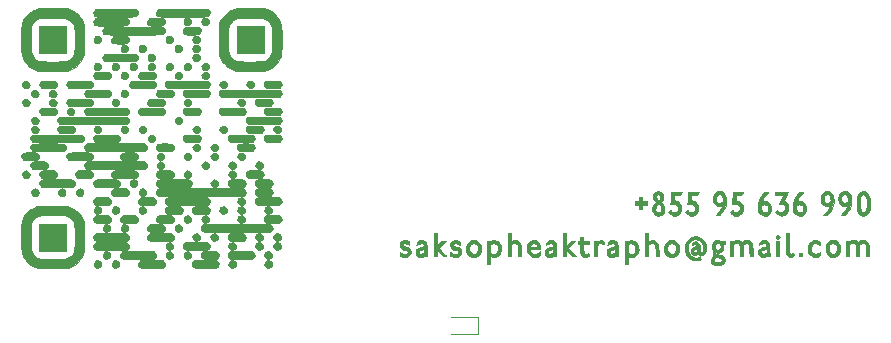
<source format=gto>
G04 #@! TF.GenerationSoftware,KiCad,Pcbnew,(5.1.6)-1*
G04 #@! TF.CreationDate,2020-11-05T16:36:13+07:00*
G04 #@! TF.ProjectId,business card,62757369-6e65-4737-9320-636172642e6b,rev?*
G04 #@! TF.SameCoordinates,Original*
G04 #@! TF.FileFunction,Legend,Top*
G04 #@! TF.FilePolarity,Positive*
%FSLAX46Y46*%
G04 Gerber Fmt 4.6, Leading zero omitted, Abs format (unit mm)*
G04 Created by KiCad (PCBNEW (5.1.6)-1) date 2020-11-05 16:36:13*
%MOMM*%
%LPD*%
G01*
G04 APERTURE LIST*
%ADD10C,0.010000*%
%ADD11C,0.120000*%
G04 APERTURE END LIST*
D10*
G36*
X85886036Y-94011972D02*
G01*
X86176332Y-94013297D01*
X86211282Y-94013522D01*
X87296752Y-94020700D01*
X87495767Y-94088246D01*
X87760386Y-94199423D01*
X87999959Y-94343567D01*
X88211900Y-94517903D01*
X88393623Y-94719660D01*
X88542542Y-94946062D01*
X88656072Y-95194337D01*
X88717820Y-95398975D01*
X88727828Y-95443169D01*
X88736199Y-95487352D01*
X88743078Y-95535718D01*
X88748609Y-95592461D01*
X88752939Y-95661775D01*
X88756212Y-95747855D01*
X88758575Y-95854894D01*
X88760172Y-95987088D01*
X88761149Y-96148629D01*
X88761651Y-96343714D01*
X88761823Y-96576534D01*
X88761833Y-96668975D01*
X88761665Y-96937279D01*
X88760844Y-97166453D01*
X88758894Y-97360788D01*
X88755341Y-97524573D01*
X88749706Y-97662096D01*
X88741517Y-97777648D01*
X88730295Y-97875517D01*
X88715567Y-97959993D01*
X88696855Y-98035365D01*
X88673685Y-98105923D01*
X88645581Y-98175955D01*
X88612067Y-98249751D01*
X88578851Y-98318889D01*
X88439470Y-98557377D01*
X88267065Y-98768058D01*
X88062703Y-98950013D01*
X87827453Y-99102321D01*
X87562383Y-99224061D01*
X87502992Y-99245671D01*
X87296752Y-99317522D01*
X86157009Y-99321759D01*
X85887984Y-99322517D01*
X85659005Y-99322586D01*
X85466702Y-99321902D01*
X85307706Y-99320396D01*
X85178647Y-99318004D01*
X85076158Y-99314657D01*
X84996867Y-99310290D01*
X84937407Y-99304835D01*
X84894408Y-99298227D01*
X84887009Y-99296654D01*
X84616887Y-99214670D01*
X84365799Y-99096125D01*
X84137275Y-98943941D01*
X83934846Y-98761039D01*
X83762042Y-98550341D01*
X83622393Y-98314768D01*
X83575384Y-98211293D01*
X83547157Y-98142031D01*
X83523263Y-98078013D01*
X83503342Y-98015005D01*
X83487034Y-97948772D01*
X83473977Y-97875080D01*
X83463811Y-97789694D01*
X83456177Y-97688380D01*
X83450714Y-97566903D01*
X83447061Y-97421029D01*
X83444859Y-97246524D01*
X83443747Y-97039152D01*
X83443364Y-96794681D01*
X83443334Y-96659484D01*
X83443335Y-96650758D01*
X84246581Y-96650758D01*
X84247185Y-96921544D01*
X84248976Y-97156017D01*
X84251926Y-97352882D01*
X84256004Y-97510844D01*
X84261183Y-97628606D01*
X84267433Y-97704875D01*
X84270779Y-97726239D01*
X84332003Y-97915451D01*
X84430240Y-98088873D01*
X84560294Y-98239792D01*
X84716969Y-98361499D01*
X84797031Y-98406064D01*
X84886352Y-98446252D01*
X84975447Y-98480087D01*
X85045990Y-98500655D01*
X85049829Y-98501433D01*
X85097940Y-98506409D01*
X85183751Y-98510725D01*
X85301550Y-98514377D01*
X85445625Y-98517358D01*
X85610262Y-98519665D01*
X85789748Y-98521290D01*
X85978371Y-98522228D01*
X86170418Y-98522475D01*
X86360176Y-98522024D01*
X86541931Y-98520870D01*
X86709972Y-98519007D01*
X86858585Y-98516431D01*
X86982057Y-98513134D01*
X87074675Y-98509113D01*
X87130727Y-98504361D01*
X87136396Y-98503445D01*
X87325414Y-98447142D01*
X87499432Y-98353983D01*
X87652982Y-98229293D01*
X87780593Y-98078398D01*
X87876797Y-97906622D01*
X87934692Y-97726239D01*
X87940843Y-97674174D01*
X87946119Y-97584460D01*
X87950521Y-97462860D01*
X87954048Y-97315136D01*
X87956701Y-97147051D01*
X87958479Y-96964365D01*
X87959383Y-96772841D01*
X87959413Y-96578242D01*
X87958568Y-96386329D01*
X87956849Y-96202863D01*
X87954255Y-96033608D01*
X87950787Y-95884325D01*
X87946444Y-95760776D01*
X87941227Y-95668723D01*
X87935136Y-95613928D01*
X87934692Y-95611710D01*
X87873943Y-95424846D01*
X87776514Y-95253729D01*
X87647874Y-95103684D01*
X87493494Y-94980037D01*
X87318841Y-94888111D01*
X87136396Y-94834504D01*
X87088380Y-94829657D01*
X87001721Y-94825232D01*
X86881197Y-94821327D01*
X86731583Y-94818042D01*
X86557654Y-94815473D01*
X86364188Y-94813720D01*
X86155958Y-94812881D01*
X86082624Y-94812821D01*
X85839541Y-94813004D01*
X85635417Y-94813830D01*
X85465791Y-94815718D01*
X85326204Y-94819084D01*
X85212194Y-94824347D01*
X85119303Y-94831923D01*
X85043071Y-94842231D01*
X84979037Y-94855687D01*
X84922742Y-94872708D01*
X84869725Y-94893714D01*
X84815527Y-94919120D01*
X84785319Y-94934248D01*
X84667170Y-95009471D01*
X84548434Y-95111341D01*
X84443822Y-95225869D01*
X84377209Y-95322344D01*
X84347774Y-95375389D01*
X84323122Y-95425650D01*
X84302829Y-95477427D01*
X84286473Y-95535020D01*
X84273630Y-95602729D01*
X84263878Y-95684855D01*
X84256793Y-95785699D01*
X84251954Y-95909561D01*
X84248937Y-96060741D01*
X84247318Y-96243540D01*
X84246677Y-96462259D01*
X84246581Y-96650758D01*
X83443335Y-96650758D01*
X83443374Y-96414825D01*
X83443608Y-96209346D01*
X83444209Y-96038808D01*
X83445348Y-95898972D01*
X83447196Y-95785599D01*
X83449924Y-95694451D01*
X83453706Y-95621288D01*
X83458711Y-95561872D01*
X83465112Y-95511963D01*
X83473080Y-95467324D01*
X83482786Y-95423714D01*
X83494403Y-95376896D01*
X83495409Y-95372929D01*
X83583911Y-95109132D01*
X83708548Y-94866692D01*
X83866167Y-94648485D01*
X84053613Y-94457385D01*
X84267734Y-94296267D01*
X84505376Y-94168006D01*
X84763384Y-94075478D01*
X84966828Y-94031502D01*
X85029720Y-94024865D01*
X85126705Y-94019611D01*
X85259306Y-94015716D01*
X85429046Y-94013159D01*
X85637448Y-94011918D01*
X85886036Y-94011972D01*
G37*
X85886036Y-94011972D02*
X86176332Y-94013297D01*
X86211282Y-94013522D01*
X87296752Y-94020700D01*
X87495767Y-94088246D01*
X87760386Y-94199423D01*
X87999959Y-94343567D01*
X88211900Y-94517903D01*
X88393623Y-94719660D01*
X88542542Y-94946062D01*
X88656072Y-95194337D01*
X88717820Y-95398975D01*
X88727828Y-95443169D01*
X88736199Y-95487352D01*
X88743078Y-95535718D01*
X88748609Y-95592461D01*
X88752939Y-95661775D01*
X88756212Y-95747855D01*
X88758575Y-95854894D01*
X88760172Y-95987088D01*
X88761149Y-96148629D01*
X88761651Y-96343714D01*
X88761823Y-96576534D01*
X88761833Y-96668975D01*
X88761665Y-96937279D01*
X88760844Y-97166453D01*
X88758894Y-97360788D01*
X88755341Y-97524573D01*
X88749706Y-97662096D01*
X88741517Y-97777648D01*
X88730295Y-97875517D01*
X88715567Y-97959993D01*
X88696855Y-98035365D01*
X88673685Y-98105923D01*
X88645581Y-98175955D01*
X88612067Y-98249751D01*
X88578851Y-98318889D01*
X88439470Y-98557377D01*
X88267065Y-98768058D01*
X88062703Y-98950013D01*
X87827453Y-99102321D01*
X87562383Y-99224061D01*
X87502992Y-99245671D01*
X87296752Y-99317522D01*
X86157009Y-99321759D01*
X85887984Y-99322517D01*
X85659005Y-99322586D01*
X85466702Y-99321902D01*
X85307706Y-99320396D01*
X85178647Y-99318004D01*
X85076158Y-99314657D01*
X84996867Y-99310290D01*
X84937407Y-99304835D01*
X84894408Y-99298227D01*
X84887009Y-99296654D01*
X84616887Y-99214670D01*
X84365799Y-99096125D01*
X84137275Y-98943941D01*
X83934846Y-98761039D01*
X83762042Y-98550341D01*
X83622393Y-98314768D01*
X83575384Y-98211293D01*
X83547157Y-98142031D01*
X83523263Y-98078013D01*
X83503342Y-98015005D01*
X83487034Y-97948772D01*
X83473977Y-97875080D01*
X83463811Y-97789694D01*
X83456177Y-97688380D01*
X83450714Y-97566903D01*
X83447061Y-97421029D01*
X83444859Y-97246524D01*
X83443747Y-97039152D01*
X83443364Y-96794681D01*
X83443334Y-96659484D01*
X83443335Y-96650758D01*
X84246581Y-96650758D01*
X84247185Y-96921544D01*
X84248976Y-97156017D01*
X84251926Y-97352882D01*
X84256004Y-97510844D01*
X84261183Y-97628606D01*
X84267433Y-97704875D01*
X84270779Y-97726239D01*
X84332003Y-97915451D01*
X84430240Y-98088873D01*
X84560294Y-98239792D01*
X84716969Y-98361499D01*
X84797031Y-98406064D01*
X84886352Y-98446252D01*
X84975447Y-98480087D01*
X85045990Y-98500655D01*
X85049829Y-98501433D01*
X85097940Y-98506409D01*
X85183751Y-98510725D01*
X85301550Y-98514377D01*
X85445625Y-98517358D01*
X85610262Y-98519665D01*
X85789748Y-98521290D01*
X85978371Y-98522228D01*
X86170418Y-98522475D01*
X86360176Y-98522024D01*
X86541931Y-98520870D01*
X86709972Y-98519007D01*
X86858585Y-98516431D01*
X86982057Y-98513134D01*
X87074675Y-98509113D01*
X87130727Y-98504361D01*
X87136396Y-98503445D01*
X87325414Y-98447142D01*
X87499432Y-98353983D01*
X87652982Y-98229293D01*
X87780593Y-98078398D01*
X87876797Y-97906622D01*
X87934692Y-97726239D01*
X87940843Y-97674174D01*
X87946119Y-97584460D01*
X87950521Y-97462860D01*
X87954048Y-97315136D01*
X87956701Y-97147051D01*
X87958479Y-96964365D01*
X87959383Y-96772841D01*
X87959413Y-96578242D01*
X87958568Y-96386329D01*
X87956849Y-96202863D01*
X87954255Y-96033608D01*
X87950787Y-95884325D01*
X87946444Y-95760776D01*
X87941227Y-95668723D01*
X87935136Y-95613928D01*
X87934692Y-95611710D01*
X87873943Y-95424846D01*
X87776514Y-95253729D01*
X87647874Y-95103684D01*
X87493494Y-94980037D01*
X87318841Y-94888111D01*
X87136396Y-94834504D01*
X87088380Y-94829657D01*
X87001721Y-94825232D01*
X86881197Y-94821327D01*
X86731583Y-94818042D01*
X86557654Y-94815473D01*
X86364188Y-94813720D01*
X86155958Y-94812881D01*
X86082624Y-94812821D01*
X85839541Y-94813004D01*
X85635417Y-94813830D01*
X85465791Y-94815718D01*
X85326204Y-94819084D01*
X85212194Y-94824347D01*
X85119303Y-94831923D01*
X85043071Y-94842231D01*
X84979037Y-94855687D01*
X84922742Y-94872708D01*
X84869725Y-94893714D01*
X84815527Y-94919120D01*
X84785319Y-94934248D01*
X84667170Y-95009471D01*
X84548434Y-95111341D01*
X84443822Y-95225869D01*
X84377209Y-95322344D01*
X84347774Y-95375389D01*
X84323122Y-95425650D01*
X84302829Y-95477427D01*
X84286473Y-95535020D01*
X84273630Y-95602729D01*
X84263878Y-95684855D01*
X84256793Y-95785699D01*
X84251954Y-95909561D01*
X84248937Y-96060741D01*
X84247318Y-96243540D01*
X84246677Y-96462259D01*
X84246581Y-96650758D01*
X83443335Y-96650758D01*
X83443374Y-96414825D01*
X83443608Y-96209346D01*
X83444209Y-96038808D01*
X83445348Y-95898972D01*
X83447196Y-95785599D01*
X83449924Y-95694451D01*
X83453706Y-95621288D01*
X83458711Y-95561872D01*
X83465112Y-95511963D01*
X83473080Y-95467324D01*
X83482786Y-95423714D01*
X83494403Y-95376896D01*
X83495409Y-95372929D01*
X83583911Y-95109132D01*
X83708548Y-94866692D01*
X83866167Y-94648485D01*
X84053613Y-94457385D01*
X84267734Y-94296267D01*
X84505376Y-94168006D01*
X84763384Y-94075478D01*
X84966828Y-94031502D01*
X85029720Y-94024865D01*
X85126705Y-94019611D01*
X85259306Y-94015716D01*
X85429046Y-94013159D01*
X85637448Y-94011918D01*
X85886036Y-94011972D01*
G36*
X90037050Y-98654561D02*
G01*
X90127202Y-98716309D01*
X90192626Y-98806234D01*
X90214604Y-98864818D01*
X90225333Y-98977700D01*
X90199312Y-99080263D01*
X90142988Y-99166572D01*
X90062808Y-99230694D01*
X89965219Y-99266693D01*
X89856668Y-99268637D01*
X89793334Y-99252581D01*
X89695293Y-99198053D01*
X89627244Y-99120626D01*
X89588863Y-99028470D01*
X89579828Y-98929752D01*
X89599815Y-98832641D01*
X89648501Y-98745307D01*
X89725564Y-98675916D01*
X89817724Y-98635876D01*
X89930961Y-98626060D01*
X90037050Y-98654561D01*
G37*
X90037050Y-98654561D02*
X90127202Y-98716309D01*
X90192626Y-98806234D01*
X90214604Y-98864818D01*
X90225333Y-98977700D01*
X90199312Y-99080263D01*
X90142988Y-99166572D01*
X90062808Y-99230694D01*
X89965219Y-99266693D01*
X89856668Y-99268637D01*
X89793334Y-99252581D01*
X89695293Y-99198053D01*
X89627244Y-99120626D01*
X89588863Y-99028470D01*
X89579828Y-98929752D01*
X89599815Y-98832641D01*
X89648501Y-98745307D01*
X89725564Y-98675916D01*
X89817724Y-98635876D01*
X89930961Y-98626060D01*
X90037050Y-98654561D01*
G36*
X91556708Y-98654561D02*
G01*
X91646860Y-98716309D01*
X91712284Y-98806234D01*
X91734262Y-98864818D01*
X91744991Y-98977700D01*
X91718970Y-99080263D01*
X91662646Y-99166572D01*
X91582466Y-99230694D01*
X91484877Y-99266693D01*
X91376326Y-99268637D01*
X91312992Y-99252581D01*
X91214951Y-99198053D01*
X91146902Y-99120626D01*
X91108521Y-99028470D01*
X91099486Y-98929752D01*
X91119473Y-98832641D01*
X91168160Y-98745307D01*
X91245222Y-98675916D01*
X91337382Y-98635876D01*
X91450619Y-98626060D01*
X91556708Y-98654561D01*
G37*
X91556708Y-98654561D02*
X91646860Y-98716309D01*
X91712284Y-98806234D01*
X91734262Y-98864818D01*
X91744991Y-98977700D01*
X91718970Y-99080263D01*
X91662646Y-99166572D01*
X91582466Y-99230694D01*
X91484877Y-99266693D01*
X91376326Y-99268637D01*
X91312992Y-99252581D01*
X91214951Y-99198053D01*
X91146902Y-99120626D01*
X91108521Y-99028470D01*
X91099486Y-98929752D01*
X91119473Y-98832641D01*
X91168160Y-98745307D01*
X91245222Y-98675916D01*
X91337382Y-98635876D01*
X91450619Y-98626060D01*
X91556708Y-98654561D01*
G36*
X94684796Y-98622878D02*
G01*
X94869434Y-98623175D01*
X95018883Y-98623904D01*
X95137258Y-98625255D01*
X95228674Y-98627418D01*
X95297246Y-98630584D01*
X95347089Y-98634944D01*
X95382317Y-98640688D01*
X95407047Y-98648006D01*
X95425392Y-98657089D01*
X95441468Y-98668128D01*
X95441613Y-98668236D01*
X95533746Y-98758936D01*
X95586139Y-98860924D01*
X95598792Y-98967996D01*
X95571705Y-99073946D01*
X95504878Y-99172570D01*
X95441645Y-99228688D01*
X95425158Y-99239960D01*
X95406213Y-99249220D01*
X95380597Y-99256690D01*
X95344101Y-99262589D01*
X95292514Y-99267138D01*
X95221626Y-99270558D01*
X95127226Y-99273070D01*
X95005103Y-99274892D01*
X94851047Y-99276246D01*
X94660847Y-99277353D01*
X94497286Y-99278129D01*
X94303269Y-99278544D01*
X94120927Y-99278036D01*
X93955258Y-99276686D01*
X93811259Y-99274572D01*
X93693926Y-99271776D01*
X93608257Y-99268377D01*
X93559247Y-99264456D01*
X93551650Y-99262965D01*
X93489790Y-99233550D01*
X93435613Y-99193811D01*
X93360024Y-99097786D01*
X93324599Y-98992965D01*
X93328803Y-98885676D01*
X93372100Y-98782246D01*
X93453956Y-98689003D01*
X93480097Y-98668236D01*
X93496171Y-98657178D01*
X93514478Y-98648079D01*
X93539133Y-98640745D01*
X93574250Y-98634989D01*
X93623945Y-98630618D01*
X93692332Y-98627442D01*
X93783527Y-98625270D01*
X93901644Y-98623913D01*
X94050799Y-98623180D01*
X94235106Y-98622879D01*
X94458680Y-98622821D01*
X94460855Y-98622821D01*
X94684796Y-98622878D01*
G37*
X94684796Y-98622878D02*
X94869434Y-98623175D01*
X95018883Y-98623904D01*
X95137258Y-98625255D01*
X95228674Y-98627418D01*
X95297246Y-98630584D01*
X95347089Y-98634944D01*
X95382317Y-98640688D01*
X95407047Y-98648006D01*
X95425392Y-98657089D01*
X95441468Y-98668128D01*
X95441613Y-98668236D01*
X95533746Y-98758936D01*
X95586139Y-98860924D01*
X95598792Y-98967996D01*
X95571705Y-99073946D01*
X95504878Y-99172570D01*
X95441645Y-99228688D01*
X95425158Y-99239960D01*
X95406213Y-99249220D01*
X95380597Y-99256690D01*
X95344101Y-99262589D01*
X95292514Y-99267138D01*
X95221626Y-99270558D01*
X95127226Y-99273070D01*
X95005103Y-99274892D01*
X94851047Y-99276246D01*
X94660847Y-99277353D01*
X94497286Y-99278129D01*
X94303269Y-99278544D01*
X94120927Y-99278036D01*
X93955258Y-99276686D01*
X93811259Y-99274572D01*
X93693926Y-99271776D01*
X93608257Y-99268377D01*
X93559247Y-99264456D01*
X93551650Y-99262965D01*
X93489790Y-99233550D01*
X93435613Y-99193811D01*
X93360024Y-99097786D01*
X93324599Y-98992965D01*
X93328803Y-98885676D01*
X93372100Y-98782246D01*
X93453956Y-98689003D01*
X93480097Y-98668236D01*
X93496171Y-98657178D01*
X93514478Y-98648079D01*
X93539133Y-98640745D01*
X93574250Y-98634989D01*
X93623945Y-98630618D01*
X93692332Y-98627442D01*
X93783527Y-98625270D01*
X93901644Y-98623913D01*
X94050799Y-98623180D01*
X94235106Y-98622879D01*
X94458680Y-98622821D01*
X94460855Y-98622821D01*
X94684796Y-98622878D01*
G36*
X99243771Y-98622878D02*
G01*
X99428409Y-98623175D01*
X99577857Y-98623904D01*
X99696232Y-98625255D01*
X99787648Y-98627418D01*
X99856220Y-98630584D01*
X99906063Y-98634944D01*
X99941292Y-98640688D01*
X99966021Y-98648006D01*
X99984367Y-98657089D01*
X100000443Y-98668128D01*
X100000588Y-98668236D01*
X100092720Y-98758936D01*
X100145113Y-98860924D01*
X100157766Y-98967996D01*
X100130679Y-99073946D01*
X100063852Y-99172570D01*
X100000619Y-99228688D01*
X99984133Y-99239960D01*
X99965187Y-99249220D01*
X99939571Y-99256690D01*
X99903076Y-99262589D01*
X99851489Y-99267138D01*
X99780600Y-99270558D01*
X99686200Y-99273070D01*
X99564077Y-99274892D01*
X99410021Y-99276246D01*
X99219821Y-99277353D01*
X99056260Y-99278129D01*
X98862243Y-99278544D01*
X98679902Y-99278036D01*
X98514233Y-99276686D01*
X98370233Y-99274572D01*
X98252901Y-99271776D01*
X98167231Y-99268377D01*
X98118222Y-99264456D01*
X98110624Y-99262965D01*
X98048765Y-99233550D01*
X97994587Y-99193811D01*
X97918998Y-99097786D01*
X97883573Y-98992965D01*
X97887777Y-98885676D01*
X97931075Y-98782246D01*
X98012930Y-98689003D01*
X98039071Y-98668236D01*
X98055145Y-98657178D01*
X98073452Y-98648079D01*
X98098107Y-98640745D01*
X98133224Y-98634989D01*
X98182919Y-98630618D01*
X98251307Y-98627442D01*
X98342501Y-98625270D01*
X98460619Y-98623913D01*
X98609773Y-98623180D01*
X98794080Y-98622879D01*
X99017654Y-98622821D01*
X99019829Y-98622821D01*
X99243771Y-98622878D01*
G37*
X99243771Y-98622878D02*
X99428409Y-98623175D01*
X99577857Y-98623904D01*
X99696232Y-98625255D01*
X99787648Y-98627418D01*
X99856220Y-98630584D01*
X99906063Y-98634944D01*
X99941292Y-98640688D01*
X99966021Y-98648006D01*
X99984367Y-98657089D01*
X100000443Y-98668128D01*
X100000588Y-98668236D01*
X100092720Y-98758936D01*
X100145113Y-98860924D01*
X100157766Y-98967996D01*
X100130679Y-99073946D01*
X100063852Y-99172570D01*
X100000619Y-99228688D01*
X99984133Y-99239960D01*
X99965187Y-99249220D01*
X99939571Y-99256690D01*
X99903076Y-99262589D01*
X99851489Y-99267138D01*
X99780600Y-99270558D01*
X99686200Y-99273070D01*
X99564077Y-99274892D01*
X99410021Y-99276246D01*
X99219821Y-99277353D01*
X99056260Y-99278129D01*
X98862243Y-99278544D01*
X98679902Y-99278036D01*
X98514233Y-99276686D01*
X98370233Y-99274572D01*
X98252901Y-99271776D01*
X98167231Y-99268377D01*
X98118222Y-99264456D01*
X98110624Y-99262965D01*
X98048765Y-99233550D01*
X97994587Y-99193811D01*
X97918998Y-99097786D01*
X97883573Y-98992965D01*
X97887777Y-98885676D01*
X97931075Y-98782246D01*
X98012930Y-98689003D01*
X98039071Y-98668236D01*
X98055145Y-98657178D01*
X98073452Y-98648079D01*
X98098107Y-98640745D01*
X98133224Y-98634989D01*
X98182919Y-98630618D01*
X98251307Y-98627442D01*
X98342501Y-98625270D01*
X98460619Y-98623913D01*
X98609773Y-98623180D01*
X98794080Y-98622879D01*
X99017654Y-98622821D01*
X99019829Y-98622821D01*
X99243771Y-98622878D01*
G36*
X101434486Y-98654561D02*
G01*
X101524638Y-98716309D01*
X101590062Y-98806234D01*
X101612040Y-98864818D01*
X101622769Y-98977700D01*
X101596748Y-99080263D01*
X101540424Y-99166572D01*
X101460244Y-99230694D01*
X101362655Y-99266693D01*
X101254104Y-99268637D01*
X101190770Y-99252581D01*
X101092729Y-99198053D01*
X101024680Y-99120626D01*
X100986299Y-99028470D01*
X100977264Y-98929752D01*
X100997251Y-98832641D01*
X101045937Y-98745307D01*
X101123000Y-98675916D01*
X101215160Y-98635876D01*
X101328397Y-98626060D01*
X101434486Y-98654561D01*
G37*
X101434486Y-98654561D02*
X101524638Y-98716309D01*
X101590062Y-98806234D01*
X101612040Y-98864818D01*
X101622769Y-98977700D01*
X101596748Y-99080263D01*
X101540424Y-99166572D01*
X101460244Y-99230694D01*
X101362655Y-99266693D01*
X101254104Y-99268637D01*
X101190770Y-99252581D01*
X101092729Y-99198053D01*
X101024680Y-99120626D01*
X100986299Y-99028470D01*
X100977264Y-98929752D01*
X100997251Y-98832641D01*
X101045937Y-98745307D01*
X101123000Y-98675916D01*
X101215160Y-98635876D01*
X101328397Y-98626060D01*
X101434486Y-98654561D01*
G36*
X104473802Y-98654561D02*
G01*
X104563954Y-98716309D01*
X104629378Y-98806234D01*
X104651356Y-98864818D01*
X104662085Y-98977700D01*
X104636064Y-99080263D01*
X104579740Y-99166572D01*
X104499560Y-99230694D01*
X104401971Y-99266693D01*
X104293420Y-99268637D01*
X104230086Y-99252581D01*
X104132045Y-99198053D01*
X104063996Y-99120626D01*
X104025615Y-99028470D01*
X104016580Y-98929752D01*
X104036567Y-98832641D01*
X104085254Y-98745307D01*
X104162316Y-98675916D01*
X104254477Y-98635876D01*
X104367713Y-98626060D01*
X104473802Y-98654561D01*
G37*
X104473802Y-98654561D02*
X104563954Y-98716309D01*
X104629378Y-98806234D01*
X104651356Y-98864818D01*
X104662085Y-98977700D01*
X104636064Y-99080263D01*
X104579740Y-99166572D01*
X104499560Y-99230694D01*
X104401971Y-99266693D01*
X104293420Y-99268637D01*
X104230086Y-99252581D01*
X104132045Y-99198053D01*
X104063996Y-99120626D01*
X104025615Y-99028470D01*
X104016580Y-98929752D01*
X104036567Y-98832641D01*
X104085254Y-98745307D01*
X104162316Y-98675916D01*
X104254477Y-98635876D01*
X104367713Y-98626060D01*
X104473802Y-98654561D01*
G36*
X90796879Y-97894732D02*
G01*
X90887031Y-97956480D01*
X90952455Y-98046405D01*
X90974433Y-98104989D01*
X90985162Y-98217871D01*
X90959141Y-98320434D01*
X90902817Y-98406743D01*
X90822637Y-98470865D01*
X90725048Y-98506864D01*
X90616497Y-98508808D01*
X90553163Y-98492752D01*
X90455122Y-98438224D01*
X90387073Y-98360797D01*
X90348692Y-98268640D01*
X90339657Y-98169923D01*
X90359644Y-98072812D01*
X90408330Y-97985478D01*
X90485393Y-97916087D01*
X90577553Y-97876047D01*
X90690790Y-97866231D01*
X90796879Y-97894732D01*
G37*
X90796879Y-97894732D02*
X90887031Y-97956480D01*
X90952455Y-98046405D01*
X90974433Y-98104989D01*
X90985162Y-98217871D01*
X90959141Y-98320434D01*
X90902817Y-98406743D01*
X90822637Y-98470865D01*
X90725048Y-98506864D01*
X90616497Y-98508808D01*
X90553163Y-98492752D01*
X90455122Y-98438224D01*
X90387073Y-98360797D01*
X90348692Y-98268640D01*
X90339657Y-98169923D01*
X90359644Y-98072812D01*
X90408330Y-97985478D01*
X90485393Y-97916087D01*
X90577553Y-97876047D01*
X90690790Y-97866231D01*
X90796879Y-97894732D01*
G36*
X93590975Y-97863020D02*
G01*
X93820814Y-97863179D01*
X94014025Y-97863582D01*
X94174003Y-97864344D01*
X94304143Y-97865576D01*
X94407840Y-97867394D01*
X94488489Y-97869909D01*
X94549485Y-97873235D01*
X94594225Y-97877485D01*
X94626102Y-97882774D01*
X94648512Y-97889213D01*
X94664850Y-97896917D01*
X94678512Y-97905999D01*
X94681784Y-97908407D01*
X94773916Y-97999107D01*
X94826309Y-98101095D01*
X94838963Y-98208166D01*
X94811879Y-98314113D01*
X94745055Y-98412730D01*
X94681803Y-98468859D01*
X94668032Y-98478418D01*
X94652262Y-98486545D01*
X94631045Y-98493369D01*
X94600931Y-98499017D01*
X94558473Y-98503619D01*
X94500222Y-98507303D01*
X94422728Y-98510197D01*
X94322545Y-98512429D01*
X94196222Y-98514129D01*
X94040311Y-98515424D01*
X93851364Y-98516444D01*
X93625932Y-98517315D01*
X93360567Y-98518167D01*
X93357529Y-98518177D01*
X93125547Y-98518569D01*
X92905213Y-98518314D01*
X92700593Y-98517460D01*
X92515754Y-98516053D01*
X92354760Y-98514138D01*
X92221679Y-98511764D01*
X92120575Y-98508975D01*
X92055516Y-98505819D01*
X92031992Y-98503013D01*
X91970143Y-98473694D01*
X91915955Y-98433982D01*
X91840366Y-98337957D01*
X91804941Y-98233136D01*
X91809145Y-98125847D01*
X91852442Y-98022417D01*
X91934298Y-97929173D01*
X91960438Y-97908407D01*
X91973963Y-97898976D01*
X91989345Y-97890950D01*
X92009981Y-97884216D01*
X92039266Y-97878661D01*
X92080594Y-97874170D01*
X92137361Y-97870632D01*
X92212963Y-97867932D01*
X92310793Y-97865957D01*
X92434248Y-97864593D01*
X92586723Y-97863729D01*
X92771613Y-97863249D01*
X92992312Y-97863042D01*
X93252217Y-97862993D01*
X93321111Y-97862992D01*
X93590975Y-97863020D01*
G37*
X93590975Y-97863020D02*
X93820814Y-97863179D01*
X94014025Y-97863582D01*
X94174003Y-97864344D01*
X94304143Y-97865576D01*
X94407840Y-97867394D01*
X94488489Y-97869909D01*
X94549485Y-97873235D01*
X94594225Y-97877485D01*
X94626102Y-97882774D01*
X94648512Y-97889213D01*
X94664850Y-97896917D01*
X94678512Y-97905999D01*
X94681784Y-97908407D01*
X94773916Y-97999107D01*
X94826309Y-98101095D01*
X94838963Y-98208166D01*
X94811879Y-98314113D01*
X94745055Y-98412730D01*
X94681803Y-98468859D01*
X94668032Y-98478418D01*
X94652262Y-98486545D01*
X94631045Y-98493369D01*
X94600931Y-98499017D01*
X94558473Y-98503619D01*
X94500222Y-98507303D01*
X94422728Y-98510197D01*
X94322545Y-98512429D01*
X94196222Y-98514129D01*
X94040311Y-98515424D01*
X93851364Y-98516444D01*
X93625932Y-98517315D01*
X93360567Y-98518167D01*
X93357529Y-98518177D01*
X93125547Y-98518569D01*
X92905213Y-98518314D01*
X92700593Y-98517460D01*
X92515754Y-98516053D01*
X92354760Y-98514138D01*
X92221679Y-98511764D01*
X92120575Y-98508975D01*
X92055516Y-98505819D01*
X92031992Y-98503013D01*
X91970143Y-98473694D01*
X91915955Y-98433982D01*
X91840366Y-98337957D01*
X91804941Y-98233136D01*
X91809145Y-98125847D01*
X91852442Y-98022417D01*
X91934298Y-97929173D01*
X91960438Y-97908407D01*
X91973963Y-97898976D01*
X91989345Y-97890950D01*
X92009981Y-97884216D01*
X92039266Y-97878661D01*
X92080594Y-97874170D01*
X92137361Y-97870632D01*
X92212963Y-97867932D01*
X92310793Y-97865957D01*
X92434248Y-97864593D01*
X92586723Y-97863729D01*
X92771613Y-97863249D01*
X92992312Y-97863042D01*
X93252217Y-97862993D01*
X93321111Y-97862992D01*
X93590975Y-97863020D01*
G36*
X96048367Y-97873379D02*
G01*
X96145281Y-97911254D01*
X96226313Y-97978367D01*
X96282608Y-98072334D01*
X96293237Y-98104989D01*
X96303965Y-98217871D01*
X96277944Y-98320434D01*
X96221620Y-98406743D01*
X96141440Y-98470865D01*
X96043851Y-98506864D01*
X95935300Y-98508808D01*
X95871966Y-98492752D01*
X95773755Y-98437222D01*
X95703997Y-98356358D01*
X95664734Y-98259159D01*
X95658008Y-98154629D01*
X95685861Y-98051767D01*
X95750334Y-97959576D01*
X95750894Y-97959014D01*
X95842318Y-97894875D01*
X95944427Y-97867124D01*
X96048367Y-97873379D01*
G37*
X96048367Y-97873379D02*
X96145281Y-97911254D01*
X96226313Y-97978367D01*
X96282608Y-98072334D01*
X96293237Y-98104989D01*
X96303965Y-98217871D01*
X96277944Y-98320434D01*
X96221620Y-98406743D01*
X96141440Y-98470865D01*
X96043851Y-98506864D01*
X95935300Y-98508808D01*
X95871966Y-98492752D01*
X95773755Y-98437222D01*
X95703997Y-98356358D01*
X95664734Y-98259159D01*
X95658008Y-98154629D01*
X95685861Y-98051767D01*
X95750334Y-97959576D01*
X95750894Y-97959014D01*
X95842318Y-97894875D01*
X95944427Y-97867124D01*
X96048367Y-97873379D01*
G36*
X97568025Y-97873379D02*
G01*
X97664939Y-97911254D01*
X97745971Y-97978367D01*
X97802266Y-98072334D01*
X97812895Y-98104989D01*
X97823624Y-98217871D01*
X97797602Y-98320434D01*
X97741278Y-98406743D01*
X97661099Y-98470865D01*
X97563510Y-98506864D01*
X97454959Y-98508808D01*
X97391624Y-98492752D01*
X97293413Y-98437222D01*
X97223655Y-98356358D01*
X97184392Y-98259159D01*
X97177666Y-98154629D01*
X97205519Y-98051767D01*
X97269992Y-97959576D01*
X97270553Y-97959014D01*
X97361976Y-97894875D01*
X97464085Y-97867124D01*
X97568025Y-97873379D01*
G37*
X97568025Y-97873379D02*
X97664939Y-97911254D01*
X97745971Y-97978367D01*
X97802266Y-98072334D01*
X97812895Y-98104989D01*
X97823624Y-98217871D01*
X97797602Y-98320434D01*
X97741278Y-98406743D01*
X97661099Y-98470865D01*
X97563510Y-98506864D01*
X97454959Y-98508808D01*
X97391624Y-98492752D01*
X97293413Y-98437222D01*
X97223655Y-98356358D01*
X97184392Y-98259159D01*
X97177666Y-98154629D01*
X97205519Y-98051767D01*
X97269992Y-97959576D01*
X97270553Y-97959014D01*
X97361976Y-97894875D01*
X97464085Y-97867124D01*
X97568025Y-97873379D01*
G36*
X99567245Y-97863161D02*
G01*
X99696954Y-97863953D01*
X99794501Y-97865792D01*
X99865511Y-97869104D01*
X99915613Y-97874315D01*
X99950434Y-97881849D01*
X99975602Y-97892133D01*
X99996743Y-97905590D01*
X100000588Y-97908407D01*
X100092722Y-97999107D01*
X100145115Y-98101095D01*
X100157766Y-98208168D01*
X100130674Y-98314124D01*
X100063839Y-98412761D01*
X100000646Y-98468859D01*
X99978667Y-98483422D01*
X99953151Y-98494577D01*
X99918222Y-98502841D01*
X99868006Y-98508730D01*
X99796629Y-98512762D01*
X99698217Y-98515454D01*
X99566895Y-98517323D01*
X99436201Y-98518557D01*
X99289058Y-98518964D01*
X99153364Y-98517752D01*
X99036196Y-98515109D01*
X98944631Y-98511226D01*
X98885746Y-98506292D01*
X98870454Y-98503393D01*
X98808571Y-98473778D01*
X98754416Y-98433982D01*
X98678827Y-98337957D01*
X98643402Y-98233136D01*
X98647607Y-98125847D01*
X98690904Y-98022417D01*
X98772759Y-97929173D01*
X98798900Y-97908407D01*
X98819914Y-97894327D01*
X98843933Y-97883499D01*
X98876583Y-97875497D01*
X98923493Y-97869897D01*
X98990291Y-97866271D01*
X99082602Y-97864196D01*
X99206056Y-97863246D01*
X99366279Y-97862995D01*
X99399744Y-97862992D01*
X99567245Y-97863161D01*
G37*
X99567245Y-97863161D02*
X99696954Y-97863953D01*
X99794501Y-97865792D01*
X99865511Y-97869104D01*
X99915613Y-97874315D01*
X99950434Y-97881849D01*
X99975602Y-97892133D01*
X99996743Y-97905590D01*
X100000588Y-97908407D01*
X100092722Y-97999107D01*
X100145115Y-98101095D01*
X100157766Y-98208168D01*
X100130674Y-98314124D01*
X100063839Y-98412761D01*
X100000646Y-98468859D01*
X99978667Y-98483422D01*
X99953151Y-98494577D01*
X99918222Y-98502841D01*
X99868006Y-98508730D01*
X99796629Y-98512762D01*
X99698217Y-98515454D01*
X99566895Y-98517323D01*
X99436201Y-98518557D01*
X99289058Y-98518964D01*
X99153364Y-98517752D01*
X99036196Y-98515109D01*
X98944631Y-98511226D01*
X98885746Y-98506292D01*
X98870454Y-98503393D01*
X98808571Y-98473778D01*
X98754416Y-98433982D01*
X98678827Y-98337957D01*
X98643402Y-98233136D01*
X98647607Y-98125847D01*
X98690904Y-98022417D01*
X98772759Y-97929173D01*
X98798900Y-97908407D01*
X98819914Y-97894327D01*
X98843933Y-97883499D01*
X98876583Y-97875497D01*
X98923493Y-97869897D01*
X98990291Y-97866271D01*
X99082602Y-97864196D01*
X99206056Y-97863246D01*
X99366279Y-97862995D01*
X99399744Y-97862992D01*
X99567245Y-97863161D01*
G36*
X102283087Y-97863049D02*
G01*
X102467725Y-97863346D01*
X102617174Y-97864075D01*
X102735549Y-97865426D01*
X102826964Y-97867589D01*
X102895536Y-97870755D01*
X102945379Y-97875115D01*
X102980608Y-97880859D01*
X103005338Y-97888177D01*
X103023683Y-97897260D01*
X103039759Y-97908299D01*
X103039904Y-97908407D01*
X103132036Y-97999107D01*
X103184429Y-98101095D01*
X103197083Y-98208167D01*
X103169996Y-98314117D01*
X103103168Y-98412741D01*
X103039935Y-98468859D01*
X103023449Y-98480130D01*
X103004503Y-98489391D01*
X102978888Y-98496861D01*
X102942392Y-98502760D01*
X102890805Y-98507309D01*
X102819917Y-98510729D01*
X102725516Y-98513240D01*
X102603393Y-98515063D01*
X102449337Y-98516417D01*
X102259138Y-98517524D01*
X102095576Y-98518300D01*
X101901559Y-98518715D01*
X101719218Y-98518207D01*
X101553549Y-98516856D01*
X101409550Y-98514743D01*
X101292217Y-98511947D01*
X101206547Y-98508548D01*
X101157538Y-98504627D01*
X101149941Y-98503136D01*
X101088081Y-98473721D01*
X101033904Y-98433982D01*
X100958314Y-98337957D01*
X100922890Y-98233136D01*
X100927094Y-98125847D01*
X100970391Y-98022417D01*
X101052246Y-97929173D01*
X101078387Y-97908407D01*
X101094462Y-97897349D01*
X101112769Y-97888249D01*
X101137423Y-97880916D01*
X101172541Y-97875160D01*
X101222235Y-97870788D01*
X101290623Y-97867613D01*
X101381818Y-97865441D01*
X101499935Y-97864084D01*
X101649089Y-97863351D01*
X101833396Y-97863050D01*
X102056970Y-97862992D01*
X102059146Y-97862992D01*
X102283087Y-97863049D01*
G37*
X102283087Y-97863049D02*
X102467725Y-97863346D01*
X102617174Y-97864075D01*
X102735549Y-97865426D01*
X102826964Y-97867589D01*
X102895536Y-97870755D01*
X102945379Y-97875115D01*
X102980608Y-97880859D01*
X103005338Y-97888177D01*
X103023683Y-97897260D01*
X103039759Y-97908299D01*
X103039904Y-97908407D01*
X103132036Y-97999107D01*
X103184429Y-98101095D01*
X103197083Y-98208167D01*
X103169996Y-98314117D01*
X103103168Y-98412741D01*
X103039935Y-98468859D01*
X103023449Y-98480130D01*
X103004503Y-98489391D01*
X102978888Y-98496861D01*
X102942392Y-98502760D01*
X102890805Y-98507309D01*
X102819917Y-98510729D01*
X102725516Y-98513240D01*
X102603393Y-98515063D01*
X102449337Y-98516417D01*
X102259138Y-98517524D01*
X102095576Y-98518300D01*
X101901559Y-98518715D01*
X101719218Y-98518207D01*
X101553549Y-98516856D01*
X101409550Y-98514743D01*
X101292217Y-98511947D01*
X101206547Y-98508548D01*
X101157538Y-98504627D01*
X101149941Y-98503136D01*
X101088081Y-98473721D01*
X101033904Y-98433982D01*
X100958314Y-98337957D01*
X100922890Y-98233136D01*
X100927094Y-98125847D01*
X100970391Y-98022417D01*
X101052246Y-97929173D01*
X101078387Y-97908407D01*
X101094462Y-97897349D01*
X101112769Y-97888249D01*
X101137423Y-97880916D01*
X101172541Y-97875160D01*
X101222235Y-97870788D01*
X101290623Y-97867613D01*
X101381818Y-97865441D01*
X101499935Y-97864084D01*
X101649089Y-97863351D01*
X101833396Y-97863050D01*
X102056970Y-97862992D01*
X102059146Y-97862992D01*
X102283087Y-97863049D01*
G36*
X104406487Y-97873379D02*
G01*
X104503401Y-97911254D01*
X104584433Y-97978367D01*
X104640727Y-98072334D01*
X104651356Y-98104989D01*
X104662085Y-98217871D01*
X104636064Y-98320434D01*
X104579740Y-98406743D01*
X104499560Y-98470865D01*
X104401971Y-98506864D01*
X104293420Y-98508808D01*
X104230086Y-98492752D01*
X104131874Y-98437222D01*
X104062116Y-98356358D01*
X104022854Y-98259159D01*
X104016127Y-98154629D01*
X104043980Y-98051767D01*
X104108453Y-97959576D01*
X104109014Y-97959014D01*
X104200437Y-97894875D01*
X104302547Y-97867124D01*
X104406487Y-97873379D01*
G37*
X104406487Y-97873379D02*
X104503401Y-97911254D01*
X104584433Y-97978367D01*
X104640727Y-98072334D01*
X104651356Y-98104989D01*
X104662085Y-98217871D01*
X104636064Y-98320434D01*
X104579740Y-98406743D01*
X104499560Y-98470865D01*
X104401971Y-98506864D01*
X104293420Y-98508808D01*
X104230086Y-98492752D01*
X104131874Y-98437222D01*
X104062116Y-98356358D01*
X104022854Y-98259159D01*
X104016127Y-98154629D01*
X104043980Y-98051767D01*
X104108453Y-97959576D01*
X104109014Y-97959014D01*
X104200437Y-97894875D01*
X104302547Y-97867124D01*
X104406487Y-97873379D01*
G36*
X91311487Y-97103191D02*
G01*
X91541327Y-97103350D01*
X91734538Y-97103753D01*
X91894516Y-97104515D01*
X92024656Y-97105747D01*
X92128352Y-97107564D01*
X92209002Y-97110079D01*
X92269998Y-97113406D01*
X92314738Y-97117656D01*
X92346615Y-97122945D01*
X92369025Y-97129384D01*
X92385363Y-97137088D01*
X92399025Y-97146170D01*
X92402297Y-97148578D01*
X92494429Y-97239278D01*
X92546822Y-97341266D01*
X92559476Y-97448337D01*
X92532391Y-97554284D01*
X92465568Y-97652901D01*
X92402315Y-97709030D01*
X92388545Y-97718589D01*
X92372775Y-97726716D01*
X92351557Y-97733540D01*
X92321444Y-97739188D01*
X92278986Y-97743790D01*
X92220735Y-97747474D01*
X92143241Y-97750368D01*
X92043057Y-97752600D01*
X91916734Y-97754300D01*
X91760824Y-97755595D01*
X91571877Y-97756614D01*
X91346445Y-97757486D01*
X91081080Y-97758338D01*
X91078042Y-97758348D01*
X90846060Y-97758740D01*
X90625726Y-97758485D01*
X90421106Y-97757631D01*
X90236266Y-97756224D01*
X90075273Y-97754309D01*
X89942191Y-97751935D01*
X89841088Y-97749146D01*
X89776029Y-97745990D01*
X89752505Y-97743184D01*
X89690656Y-97713865D01*
X89636468Y-97674153D01*
X89560879Y-97578128D01*
X89525454Y-97473307D01*
X89529658Y-97366018D01*
X89572955Y-97262588D01*
X89654810Y-97169344D01*
X89680951Y-97148578D01*
X89694476Y-97139147D01*
X89709858Y-97131121D01*
X89730494Y-97124387D01*
X89759779Y-97118832D01*
X89801107Y-97114341D01*
X89857874Y-97110803D01*
X89933476Y-97108103D01*
X90031306Y-97106128D01*
X90154761Y-97104764D01*
X90307236Y-97103900D01*
X90492125Y-97103420D01*
X90712825Y-97103213D01*
X90972730Y-97103163D01*
X91041624Y-97103163D01*
X91311487Y-97103191D01*
G37*
X91311487Y-97103191D02*
X91541327Y-97103350D01*
X91734538Y-97103753D01*
X91894516Y-97104515D01*
X92024656Y-97105747D01*
X92128352Y-97107564D01*
X92209002Y-97110079D01*
X92269998Y-97113406D01*
X92314738Y-97117656D01*
X92346615Y-97122945D01*
X92369025Y-97129384D01*
X92385363Y-97137088D01*
X92399025Y-97146170D01*
X92402297Y-97148578D01*
X92494429Y-97239278D01*
X92546822Y-97341266D01*
X92559476Y-97448337D01*
X92532391Y-97554284D01*
X92465568Y-97652901D01*
X92402315Y-97709030D01*
X92388545Y-97718589D01*
X92372775Y-97726716D01*
X92351557Y-97733540D01*
X92321444Y-97739188D01*
X92278986Y-97743790D01*
X92220735Y-97747474D01*
X92143241Y-97750368D01*
X92043057Y-97752600D01*
X91916734Y-97754300D01*
X91760824Y-97755595D01*
X91571877Y-97756614D01*
X91346445Y-97757486D01*
X91081080Y-97758338D01*
X91078042Y-97758348D01*
X90846060Y-97758740D01*
X90625726Y-97758485D01*
X90421106Y-97757631D01*
X90236266Y-97756224D01*
X90075273Y-97754309D01*
X89942191Y-97751935D01*
X89841088Y-97749146D01*
X89776029Y-97745990D01*
X89752505Y-97743184D01*
X89690656Y-97713865D01*
X89636468Y-97674153D01*
X89560879Y-97578128D01*
X89525454Y-97473307D01*
X89529658Y-97366018D01*
X89572955Y-97262588D01*
X89654810Y-97169344D01*
X89680951Y-97148578D01*
X89694476Y-97139147D01*
X89709858Y-97131121D01*
X89730494Y-97124387D01*
X89759779Y-97118832D01*
X89801107Y-97114341D01*
X89857874Y-97110803D01*
X89933476Y-97108103D01*
X90031306Y-97106128D01*
X90154761Y-97104764D01*
X90307236Y-97103900D01*
X90492125Y-97103420D01*
X90712825Y-97103213D01*
X90972730Y-97103163D01*
X91041624Y-97103163D01*
X91311487Y-97103191D01*
G36*
X96048367Y-97113550D02*
G01*
X96145281Y-97151425D01*
X96226313Y-97218538D01*
X96282608Y-97312505D01*
X96293237Y-97345160D01*
X96303965Y-97458042D01*
X96277944Y-97560605D01*
X96221620Y-97646914D01*
X96141440Y-97711036D01*
X96043851Y-97747035D01*
X95935300Y-97748979D01*
X95871966Y-97732923D01*
X95773755Y-97677393D01*
X95703997Y-97596529D01*
X95664734Y-97499330D01*
X95658008Y-97394800D01*
X95685861Y-97291938D01*
X95750334Y-97199747D01*
X95750894Y-97199185D01*
X95842318Y-97135046D01*
X95944427Y-97107295D01*
X96048367Y-97113550D01*
G37*
X96048367Y-97113550D02*
X96145281Y-97151425D01*
X96226313Y-97218538D01*
X96282608Y-97312505D01*
X96293237Y-97345160D01*
X96303965Y-97458042D01*
X96277944Y-97560605D01*
X96221620Y-97646914D01*
X96141440Y-97711036D01*
X96043851Y-97747035D01*
X95935300Y-97748979D01*
X95871966Y-97732923D01*
X95773755Y-97677393D01*
X95703997Y-97596529D01*
X95664734Y-97499330D01*
X95658008Y-97394800D01*
X95685861Y-97291938D01*
X95750334Y-97199747D01*
X95750894Y-97199185D01*
X95842318Y-97135046D01*
X95944427Y-97107295D01*
X96048367Y-97113550D01*
G36*
X98483942Y-97103220D02*
G01*
X98668579Y-97103517D01*
X98818028Y-97104246D01*
X98936403Y-97105597D01*
X99027819Y-97107760D01*
X99096391Y-97110926D01*
X99146234Y-97115286D01*
X99181463Y-97121029D01*
X99206192Y-97128348D01*
X99224538Y-97137431D01*
X99240614Y-97148470D01*
X99240759Y-97148578D01*
X99332891Y-97239278D01*
X99385284Y-97341266D01*
X99397937Y-97448338D01*
X99370850Y-97554288D01*
X99304023Y-97652912D01*
X99240790Y-97709030D01*
X99224304Y-97720301D01*
X99205358Y-97729562D01*
X99179742Y-97737031D01*
X99143246Y-97742931D01*
X99091660Y-97747480D01*
X99020771Y-97750900D01*
X98926371Y-97753411D01*
X98804248Y-97755234D01*
X98650192Y-97756588D01*
X98459992Y-97757695D01*
X98296431Y-97758471D01*
X98102414Y-97758886D01*
X97920073Y-97758378D01*
X97754404Y-97757027D01*
X97610404Y-97754914D01*
X97493071Y-97752118D01*
X97407402Y-97748719D01*
X97358393Y-97744797D01*
X97350795Y-97743307D01*
X97288936Y-97713892D01*
X97234758Y-97674153D01*
X97159169Y-97578128D01*
X97123744Y-97473307D01*
X97127948Y-97366018D01*
X97171246Y-97262588D01*
X97253101Y-97169344D01*
X97279242Y-97148578D01*
X97295316Y-97137520D01*
X97313623Y-97128420D01*
X97338278Y-97121087D01*
X97373395Y-97115330D01*
X97423090Y-97110959D01*
X97491478Y-97107784D01*
X97582672Y-97105612D01*
X97700790Y-97104255D01*
X97849944Y-97103521D01*
X98034251Y-97103221D01*
X98257825Y-97103163D01*
X98260000Y-97103163D01*
X98483942Y-97103220D01*
G37*
X98483942Y-97103220D02*
X98668579Y-97103517D01*
X98818028Y-97104246D01*
X98936403Y-97105597D01*
X99027819Y-97107760D01*
X99096391Y-97110926D01*
X99146234Y-97115286D01*
X99181463Y-97121029D01*
X99206192Y-97128348D01*
X99224538Y-97137431D01*
X99240614Y-97148470D01*
X99240759Y-97148578D01*
X99332891Y-97239278D01*
X99385284Y-97341266D01*
X99397937Y-97448338D01*
X99370850Y-97554288D01*
X99304023Y-97652912D01*
X99240790Y-97709030D01*
X99224304Y-97720301D01*
X99205358Y-97729562D01*
X99179742Y-97737031D01*
X99143246Y-97742931D01*
X99091660Y-97747480D01*
X99020771Y-97750900D01*
X98926371Y-97753411D01*
X98804248Y-97755234D01*
X98650192Y-97756588D01*
X98459992Y-97757695D01*
X98296431Y-97758471D01*
X98102414Y-97758886D01*
X97920073Y-97758378D01*
X97754404Y-97757027D01*
X97610404Y-97754914D01*
X97493071Y-97752118D01*
X97407402Y-97748719D01*
X97358393Y-97744797D01*
X97350795Y-97743307D01*
X97288936Y-97713892D01*
X97234758Y-97674153D01*
X97159169Y-97578128D01*
X97123744Y-97473307D01*
X97127948Y-97366018D01*
X97171246Y-97262588D01*
X97253101Y-97169344D01*
X97279242Y-97148578D01*
X97295316Y-97137520D01*
X97313623Y-97128420D01*
X97338278Y-97121087D01*
X97373395Y-97115330D01*
X97423090Y-97110959D01*
X97491478Y-97107784D01*
X97582672Y-97105612D01*
X97700790Y-97104255D01*
X97849944Y-97103521D01*
X98034251Y-97103221D01*
X98257825Y-97103163D01*
X98260000Y-97103163D01*
X98483942Y-97103220D01*
G36*
X101367170Y-97113550D02*
G01*
X101464084Y-97151425D01*
X101545117Y-97218538D01*
X101601411Y-97312505D01*
X101612040Y-97345160D01*
X101622769Y-97458042D01*
X101596748Y-97560605D01*
X101540424Y-97646914D01*
X101460244Y-97711036D01*
X101362655Y-97747035D01*
X101254104Y-97748979D01*
X101190770Y-97732923D01*
X101092558Y-97677393D01*
X101022800Y-97596529D01*
X100983537Y-97499330D01*
X100976811Y-97394800D01*
X101004664Y-97291938D01*
X101069137Y-97199747D01*
X101069698Y-97199185D01*
X101161121Y-97135046D01*
X101263231Y-97107295D01*
X101367170Y-97113550D01*
G37*
X101367170Y-97113550D02*
X101464084Y-97151425D01*
X101545117Y-97218538D01*
X101601411Y-97312505D01*
X101612040Y-97345160D01*
X101622769Y-97458042D01*
X101596748Y-97560605D01*
X101540424Y-97646914D01*
X101460244Y-97711036D01*
X101362655Y-97747035D01*
X101254104Y-97748979D01*
X101190770Y-97732923D01*
X101092558Y-97677393D01*
X101022800Y-97596529D01*
X100983537Y-97499330D01*
X100976811Y-97394800D01*
X101004664Y-97291938D01*
X101069137Y-97199747D01*
X101069698Y-97199185D01*
X101161121Y-97135046D01*
X101263231Y-97107295D01*
X101367170Y-97113550D01*
G36*
X103646658Y-97113550D02*
G01*
X103743572Y-97151425D01*
X103824604Y-97218538D01*
X103880898Y-97312505D01*
X103891527Y-97345160D01*
X103902256Y-97458042D01*
X103876235Y-97560605D01*
X103819911Y-97646914D01*
X103739731Y-97711036D01*
X103642142Y-97747035D01*
X103533591Y-97748979D01*
X103470257Y-97732923D01*
X103372045Y-97677393D01*
X103302287Y-97596529D01*
X103263024Y-97499330D01*
X103256298Y-97394800D01*
X103284151Y-97291938D01*
X103348624Y-97199747D01*
X103349185Y-97199185D01*
X103440608Y-97135046D01*
X103542718Y-97107295D01*
X103646658Y-97113550D01*
G37*
X103646658Y-97113550D02*
X103743572Y-97151425D01*
X103824604Y-97218538D01*
X103880898Y-97312505D01*
X103891527Y-97345160D01*
X103902256Y-97458042D01*
X103876235Y-97560605D01*
X103819911Y-97646914D01*
X103739731Y-97711036D01*
X103642142Y-97747035D01*
X103533591Y-97748979D01*
X103470257Y-97732923D01*
X103372045Y-97677393D01*
X103302287Y-97596529D01*
X103263024Y-97499330D01*
X103256298Y-97394800D01*
X103284151Y-97291938D01*
X103348624Y-97199747D01*
X103349185Y-97199185D01*
X103440608Y-97135046D01*
X103542718Y-97107295D01*
X103646658Y-97113550D01*
G36*
X105233632Y-97134903D02*
G01*
X105323783Y-97196651D01*
X105389207Y-97286576D01*
X105411185Y-97345160D01*
X105421914Y-97458042D01*
X105395893Y-97560605D01*
X105339569Y-97646914D01*
X105259389Y-97711036D01*
X105161800Y-97747035D01*
X105053249Y-97748979D01*
X104989915Y-97732923D01*
X104891874Y-97678394D01*
X104823825Y-97600968D01*
X104785444Y-97508811D01*
X104776409Y-97410094D01*
X104796396Y-97312983D01*
X104845083Y-97225648D01*
X104922145Y-97156258D01*
X105014306Y-97116218D01*
X105127542Y-97106402D01*
X105233632Y-97134903D01*
G37*
X105233632Y-97134903D02*
X105323783Y-97196651D01*
X105389207Y-97286576D01*
X105411185Y-97345160D01*
X105421914Y-97458042D01*
X105395893Y-97560605D01*
X105339569Y-97646914D01*
X105259389Y-97711036D01*
X105161800Y-97747035D01*
X105053249Y-97748979D01*
X104989915Y-97732923D01*
X104891874Y-97678394D01*
X104823825Y-97600968D01*
X104785444Y-97508811D01*
X104776409Y-97410094D01*
X104796396Y-97312983D01*
X104845083Y-97225648D01*
X104922145Y-97156258D01*
X105014306Y-97116218D01*
X105127542Y-97106402D01*
X105233632Y-97134903D01*
G36*
X91311487Y-96343361D02*
G01*
X91541327Y-96343521D01*
X91734538Y-96343924D01*
X91894516Y-96344686D01*
X92024656Y-96345918D01*
X92128352Y-96347735D01*
X92209002Y-96350250D01*
X92269998Y-96353577D01*
X92314738Y-96357827D01*
X92346615Y-96363116D01*
X92369025Y-96369555D01*
X92385363Y-96377259D01*
X92399025Y-96386341D01*
X92402297Y-96388749D01*
X92494429Y-96479448D01*
X92546822Y-96581437D01*
X92559476Y-96688508D01*
X92532391Y-96794455D01*
X92465568Y-96893072D01*
X92402315Y-96949201D01*
X92388545Y-96958760D01*
X92372775Y-96966887D01*
X92351557Y-96973711D01*
X92321444Y-96979359D01*
X92278986Y-96983961D01*
X92220735Y-96987645D01*
X92143241Y-96990539D01*
X92043057Y-96992771D01*
X91916734Y-96994471D01*
X91760824Y-96995766D01*
X91571877Y-96996785D01*
X91346445Y-96997657D01*
X91081080Y-96998509D01*
X91078042Y-96998519D01*
X90846060Y-96998911D01*
X90625726Y-96998656D01*
X90421106Y-96997802D01*
X90236266Y-96996395D01*
X90075273Y-96994480D01*
X89942191Y-96992105D01*
X89841088Y-96989317D01*
X89776029Y-96986161D01*
X89752505Y-96983355D01*
X89690656Y-96954036D01*
X89636468Y-96914324D01*
X89560879Y-96818299D01*
X89525454Y-96713478D01*
X89529658Y-96606189D01*
X89572955Y-96502759D01*
X89654810Y-96409515D01*
X89680951Y-96388749D01*
X89694476Y-96379318D01*
X89709858Y-96371292D01*
X89730494Y-96364558D01*
X89759779Y-96359003D01*
X89801107Y-96354512D01*
X89857874Y-96350974D01*
X89933476Y-96348274D01*
X90031306Y-96346299D01*
X90154761Y-96344935D01*
X90307236Y-96344071D01*
X90492125Y-96343591D01*
X90712825Y-96343384D01*
X90972730Y-96343334D01*
X91041624Y-96343334D01*
X91311487Y-96343361D01*
G37*
X91311487Y-96343361D02*
X91541327Y-96343521D01*
X91734538Y-96343924D01*
X91894516Y-96344686D01*
X92024656Y-96345918D01*
X92128352Y-96347735D01*
X92209002Y-96350250D01*
X92269998Y-96353577D01*
X92314738Y-96357827D01*
X92346615Y-96363116D01*
X92369025Y-96369555D01*
X92385363Y-96377259D01*
X92399025Y-96386341D01*
X92402297Y-96388749D01*
X92494429Y-96479448D01*
X92546822Y-96581437D01*
X92559476Y-96688508D01*
X92532391Y-96794455D01*
X92465568Y-96893072D01*
X92402315Y-96949201D01*
X92388545Y-96958760D01*
X92372775Y-96966887D01*
X92351557Y-96973711D01*
X92321444Y-96979359D01*
X92278986Y-96983961D01*
X92220735Y-96987645D01*
X92143241Y-96990539D01*
X92043057Y-96992771D01*
X91916734Y-96994471D01*
X91760824Y-96995766D01*
X91571877Y-96996785D01*
X91346445Y-96997657D01*
X91081080Y-96998509D01*
X91078042Y-96998519D01*
X90846060Y-96998911D01*
X90625726Y-96998656D01*
X90421106Y-96997802D01*
X90236266Y-96996395D01*
X90075273Y-96994480D01*
X89942191Y-96992105D01*
X89841088Y-96989317D01*
X89776029Y-96986161D01*
X89752505Y-96983355D01*
X89690656Y-96954036D01*
X89636468Y-96914324D01*
X89560879Y-96818299D01*
X89525454Y-96713478D01*
X89529658Y-96606189D01*
X89572955Y-96502759D01*
X89654810Y-96409515D01*
X89680951Y-96388749D01*
X89694476Y-96379318D01*
X89709858Y-96371292D01*
X89730494Y-96364558D01*
X89759779Y-96359003D01*
X89801107Y-96354512D01*
X89857874Y-96350974D01*
X89933476Y-96348274D01*
X90031306Y-96346299D01*
X90154761Y-96344935D01*
X90307236Y-96344071D01*
X90492125Y-96343591D01*
X90712825Y-96343384D01*
X90972730Y-96343334D01*
X91041624Y-96343334D01*
X91311487Y-96343361D01*
G36*
X95444626Y-96343390D02*
G01*
X95629263Y-96343688D01*
X95778712Y-96344417D01*
X95897087Y-96345768D01*
X95988503Y-96347931D01*
X96057075Y-96351097D01*
X96106918Y-96355457D01*
X96142146Y-96361200D01*
X96166876Y-96368519D01*
X96185221Y-96377602D01*
X96201297Y-96388641D01*
X96201443Y-96388749D01*
X96293575Y-96479449D01*
X96345968Y-96581437D01*
X96358621Y-96688508D01*
X96331534Y-96794459D01*
X96264707Y-96893082D01*
X96201474Y-96949201D01*
X96184987Y-96960472D01*
X96166042Y-96969733D01*
X96140426Y-96977202D01*
X96103930Y-96983102D01*
X96052343Y-96987651D01*
X95981455Y-96991071D01*
X95887055Y-96993582D01*
X95764932Y-96995405D01*
X95610876Y-96996759D01*
X95420676Y-96997866D01*
X95257115Y-96998642D01*
X95063098Y-96999057D01*
X94880756Y-96998549D01*
X94715088Y-96997198D01*
X94571088Y-96995085D01*
X94453755Y-96992289D01*
X94368086Y-96988890D01*
X94319076Y-96984968D01*
X94311479Y-96983478D01*
X94249619Y-96954063D01*
X94195442Y-96914324D01*
X94119853Y-96818299D01*
X94084428Y-96713478D01*
X94088632Y-96606189D01*
X94131930Y-96502759D01*
X94213785Y-96409515D01*
X94239926Y-96388749D01*
X94256000Y-96377691D01*
X94274307Y-96368591D01*
X94298962Y-96361258D01*
X94334079Y-96355501D01*
X94383774Y-96351130D01*
X94452161Y-96347954D01*
X94543356Y-96345783D01*
X94661473Y-96344426D01*
X94810628Y-96343692D01*
X94994935Y-96343392D01*
X95218509Y-96343334D01*
X95220684Y-96343334D01*
X95444626Y-96343390D01*
G37*
X95444626Y-96343390D02*
X95629263Y-96343688D01*
X95778712Y-96344417D01*
X95897087Y-96345768D01*
X95988503Y-96347931D01*
X96057075Y-96351097D01*
X96106918Y-96355457D01*
X96142146Y-96361200D01*
X96166876Y-96368519D01*
X96185221Y-96377602D01*
X96201297Y-96388641D01*
X96201443Y-96388749D01*
X96293575Y-96479449D01*
X96345968Y-96581437D01*
X96358621Y-96688508D01*
X96331534Y-96794459D01*
X96264707Y-96893082D01*
X96201474Y-96949201D01*
X96184987Y-96960472D01*
X96166042Y-96969733D01*
X96140426Y-96977202D01*
X96103930Y-96983102D01*
X96052343Y-96987651D01*
X95981455Y-96991071D01*
X95887055Y-96993582D01*
X95764932Y-96995405D01*
X95610876Y-96996759D01*
X95420676Y-96997866D01*
X95257115Y-96998642D01*
X95063098Y-96999057D01*
X94880756Y-96998549D01*
X94715088Y-96997198D01*
X94571088Y-96995085D01*
X94453755Y-96992289D01*
X94368086Y-96988890D01*
X94319076Y-96984968D01*
X94311479Y-96983478D01*
X94249619Y-96954063D01*
X94195442Y-96914324D01*
X94119853Y-96818299D01*
X94084428Y-96713478D01*
X94088632Y-96606189D01*
X94131930Y-96502759D01*
X94213785Y-96409515D01*
X94239926Y-96388749D01*
X94256000Y-96377691D01*
X94274307Y-96368591D01*
X94298962Y-96361258D01*
X94334079Y-96355501D01*
X94383774Y-96351130D01*
X94452161Y-96347954D01*
X94543356Y-96345783D01*
X94661473Y-96344426D01*
X94810628Y-96343692D01*
X94994935Y-96343392D01*
X95218509Y-96343334D01*
X95220684Y-96343334D01*
X95444626Y-96343390D01*
G36*
X98327854Y-96353721D02*
G01*
X98424768Y-96391596D01*
X98505800Y-96458709D01*
X98562095Y-96552676D01*
X98572724Y-96585331D01*
X98583453Y-96698213D01*
X98557432Y-96800776D01*
X98501108Y-96887085D01*
X98420928Y-96951206D01*
X98323339Y-96987206D01*
X98214788Y-96989150D01*
X98151453Y-96973094D01*
X98053242Y-96917564D01*
X97983484Y-96836699D01*
X97944221Y-96739501D01*
X97937495Y-96634971D01*
X97965348Y-96532109D01*
X98029821Y-96439918D01*
X98030382Y-96439356D01*
X98121805Y-96375217D01*
X98223914Y-96347466D01*
X98327854Y-96353721D01*
G37*
X98327854Y-96353721D02*
X98424768Y-96391596D01*
X98505800Y-96458709D01*
X98562095Y-96552676D01*
X98572724Y-96585331D01*
X98583453Y-96698213D01*
X98557432Y-96800776D01*
X98501108Y-96887085D01*
X98420928Y-96951206D01*
X98323339Y-96987206D01*
X98214788Y-96989150D01*
X98151453Y-96973094D01*
X98053242Y-96917564D01*
X97983484Y-96836699D01*
X97944221Y-96739501D01*
X97937495Y-96634971D01*
X97965348Y-96532109D01*
X98029821Y-96439918D01*
X98030382Y-96439356D01*
X98121805Y-96375217D01*
X98223914Y-96347466D01*
X98327854Y-96353721D01*
G36*
X99847512Y-96353721D02*
G01*
X99944426Y-96391596D01*
X100025459Y-96458709D01*
X100081753Y-96552676D01*
X100092382Y-96585331D01*
X100103111Y-96698213D01*
X100077090Y-96800776D01*
X100020766Y-96887085D01*
X99940586Y-96951206D01*
X99842997Y-96987206D01*
X99734446Y-96989150D01*
X99671111Y-96973094D01*
X99572900Y-96917564D01*
X99503142Y-96836699D01*
X99463879Y-96739501D01*
X99457153Y-96634971D01*
X99485006Y-96532109D01*
X99549479Y-96439918D01*
X99550040Y-96439356D01*
X99641463Y-96375217D01*
X99743572Y-96347466D01*
X99847512Y-96353721D01*
G37*
X99847512Y-96353721D02*
X99944426Y-96391596D01*
X100025459Y-96458709D01*
X100081753Y-96552676D01*
X100092382Y-96585331D01*
X100103111Y-96698213D01*
X100077090Y-96800776D01*
X100020766Y-96887085D01*
X99940586Y-96951206D01*
X99842997Y-96987206D01*
X99734446Y-96989150D01*
X99671111Y-96973094D01*
X99572900Y-96917564D01*
X99503142Y-96836699D01*
X99463879Y-96739501D01*
X99457153Y-96634971D01*
X99485006Y-96532109D01*
X99549479Y-96439918D01*
X99550040Y-96439356D01*
X99641463Y-96375217D01*
X99743572Y-96347466D01*
X99847512Y-96353721D01*
G36*
X101846732Y-96343503D02*
G01*
X101976442Y-96344295D01*
X102073988Y-96346134D01*
X102144998Y-96349446D01*
X102195100Y-96354657D01*
X102229921Y-96362191D01*
X102255089Y-96372474D01*
X102276230Y-96385932D01*
X102280075Y-96388749D01*
X102372209Y-96479449D01*
X102424602Y-96581437D01*
X102437253Y-96688510D01*
X102410161Y-96794466D01*
X102343326Y-96893103D01*
X102280133Y-96949201D01*
X102258155Y-96963764D01*
X102232638Y-96974919D01*
X102197709Y-96983183D01*
X102147493Y-96989072D01*
X102076116Y-96993103D01*
X101977704Y-96995795D01*
X101846382Y-96997665D01*
X101715688Y-96998898D01*
X101568545Y-96999306D01*
X101432851Y-96998094D01*
X101315683Y-96995451D01*
X101224118Y-96991568D01*
X101165233Y-96986633D01*
X101149941Y-96983735D01*
X101088058Y-96954120D01*
X101033904Y-96914324D01*
X100958314Y-96818299D01*
X100922890Y-96713478D01*
X100927094Y-96606189D01*
X100970391Y-96502759D01*
X101052246Y-96409515D01*
X101078387Y-96388749D01*
X101099401Y-96374669D01*
X101123420Y-96363841D01*
X101156070Y-96355839D01*
X101202981Y-96350239D01*
X101269778Y-96346613D01*
X101362089Y-96344538D01*
X101485543Y-96343588D01*
X101645766Y-96343337D01*
X101679231Y-96343334D01*
X101846732Y-96343503D01*
G37*
X101846732Y-96343503D02*
X101976442Y-96344295D01*
X102073988Y-96346134D01*
X102144998Y-96349446D01*
X102195100Y-96354657D01*
X102229921Y-96362191D01*
X102255089Y-96372474D01*
X102276230Y-96385932D01*
X102280075Y-96388749D01*
X102372209Y-96479449D01*
X102424602Y-96581437D01*
X102437253Y-96688510D01*
X102410161Y-96794466D01*
X102343326Y-96893103D01*
X102280133Y-96949201D01*
X102258155Y-96963764D01*
X102232638Y-96974919D01*
X102197709Y-96983183D01*
X102147493Y-96989072D01*
X102076116Y-96993103D01*
X101977704Y-96995795D01*
X101846382Y-96997665D01*
X101715688Y-96998898D01*
X101568545Y-96999306D01*
X101432851Y-96998094D01*
X101315683Y-96995451D01*
X101224118Y-96991568D01*
X101165233Y-96986633D01*
X101149941Y-96983735D01*
X101088058Y-96954120D01*
X101033904Y-96914324D01*
X100958314Y-96818299D01*
X100922890Y-96713478D01*
X100927094Y-96606189D01*
X100970391Y-96502759D01*
X101052246Y-96409515D01*
X101078387Y-96388749D01*
X101099401Y-96374669D01*
X101123420Y-96363841D01*
X101156070Y-96355839D01*
X101202981Y-96350239D01*
X101269778Y-96346613D01*
X101362089Y-96344538D01*
X101485543Y-96343588D01*
X101645766Y-96343337D01*
X101679231Y-96343334D01*
X101846732Y-96343503D01*
G36*
X103646658Y-96353721D02*
G01*
X103743572Y-96391596D01*
X103824604Y-96458709D01*
X103880898Y-96552676D01*
X103891527Y-96585331D01*
X103902256Y-96698213D01*
X103876235Y-96800776D01*
X103819911Y-96887085D01*
X103739731Y-96951206D01*
X103642142Y-96987206D01*
X103533591Y-96989150D01*
X103470257Y-96973094D01*
X103372045Y-96917564D01*
X103302287Y-96836699D01*
X103263024Y-96739501D01*
X103256298Y-96634971D01*
X103284151Y-96532109D01*
X103348624Y-96439918D01*
X103349185Y-96439356D01*
X103440608Y-96375217D01*
X103542718Y-96347466D01*
X103646658Y-96353721D01*
G37*
X103646658Y-96353721D02*
X103743572Y-96391596D01*
X103824604Y-96458709D01*
X103880898Y-96552676D01*
X103891527Y-96585331D01*
X103902256Y-96698213D01*
X103876235Y-96800776D01*
X103819911Y-96887085D01*
X103739731Y-96951206D01*
X103642142Y-96987206D01*
X103533591Y-96989150D01*
X103470257Y-96973094D01*
X103372045Y-96917564D01*
X103302287Y-96836699D01*
X103263024Y-96739501D01*
X103256298Y-96634971D01*
X103284151Y-96532109D01*
X103348624Y-96439918D01*
X103349185Y-96439356D01*
X103440608Y-96375217D01*
X103542718Y-96347466D01*
X103646658Y-96353721D01*
G36*
X105233632Y-96375074D02*
G01*
X105323783Y-96436822D01*
X105389207Y-96526747D01*
X105411185Y-96585331D01*
X105421914Y-96698213D01*
X105395893Y-96800776D01*
X105339569Y-96887085D01*
X105259389Y-96951206D01*
X105161800Y-96987206D01*
X105053249Y-96989150D01*
X104989915Y-96973094D01*
X104891874Y-96918565D01*
X104823825Y-96841139D01*
X104785444Y-96748982D01*
X104776409Y-96650265D01*
X104796396Y-96553154D01*
X104845083Y-96465819D01*
X104922145Y-96396429D01*
X105014306Y-96356389D01*
X105127542Y-96346573D01*
X105233632Y-96375074D01*
G37*
X105233632Y-96375074D02*
X105323783Y-96436822D01*
X105389207Y-96526747D01*
X105411185Y-96585331D01*
X105421914Y-96698213D01*
X105395893Y-96800776D01*
X105339569Y-96887085D01*
X105259389Y-96951206D01*
X105161800Y-96987206D01*
X105053249Y-96989150D01*
X104989915Y-96973094D01*
X104891874Y-96918565D01*
X104823825Y-96841139D01*
X104785444Y-96748982D01*
X104776409Y-96650265D01*
X104796396Y-96553154D01*
X104845083Y-96465819D01*
X104922145Y-96396429D01*
X105014306Y-96356389D01*
X105127542Y-96346573D01*
X105233632Y-96375074D01*
G36*
X90796879Y-95615245D02*
G01*
X90887031Y-95676993D01*
X90952455Y-95766918D01*
X90974433Y-95825502D01*
X90985162Y-95938384D01*
X90959141Y-96040947D01*
X90902817Y-96127256D01*
X90822637Y-96191377D01*
X90725048Y-96227377D01*
X90616497Y-96229321D01*
X90553163Y-96213265D01*
X90455122Y-96158736D01*
X90387073Y-96081310D01*
X90348692Y-95989153D01*
X90339657Y-95890436D01*
X90359644Y-95793325D01*
X90408330Y-95705990D01*
X90485393Y-95636600D01*
X90577553Y-95596560D01*
X90690790Y-95586744D01*
X90796879Y-95615245D01*
G37*
X90796879Y-95615245D02*
X90887031Y-95676993D01*
X90952455Y-95766918D01*
X90974433Y-95825502D01*
X90985162Y-95938384D01*
X90959141Y-96040947D01*
X90902817Y-96127256D01*
X90822637Y-96191377D01*
X90725048Y-96227377D01*
X90616497Y-96229321D01*
X90553163Y-96213265D01*
X90455122Y-96158736D01*
X90387073Y-96081310D01*
X90348692Y-95989153D01*
X90339657Y-95890436D01*
X90359644Y-95793325D01*
X90408330Y-95705990D01*
X90485393Y-95636600D01*
X90577553Y-95596560D01*
X90690790Y-95586744D01*
X90796879Y-95615245D01*
G36*
X92316537Y-95615245D02*
G01*
X92406689Y-95676993D01*
X92472113Y-95766918D01*
X92494091Y-95825502D01*
X92504820Y-95938384D01*
X92478799Y-96040947D01*
X92422475Y-96127256D01*
X92342295Y-96191377D01*
X92244706Y-96227377D01*
X92136155Y-96229321D01*
X92072821Y-96213265D01*
X91974780Y-96158736D01*
X91906731Y-96081310D01*
X91868350Y-95989153D01*
X91859315Y-95890436D01*
X91879302Y-95793325D01*
X91927989Y-95705990D01*
X92005051Y-95636600D01*
X92097212Y-95596560D01*
X92210448Y-95586744D01*
X92316537Y-95615245D01*
G37*
X92316537Y-95615245D02*
X92406689Y-95676993D01*
X92472113Y-95766918D01*
X92494091Y-95825502D01*
X92504820Y-95938384D01*
X92478799Y-96040947D01*
X92422475Y-96127256D01*
X92342295Y-96191377D01*
X92244706Y-96227377D01*
X92136155Y-96229321D01*
X92072821Y-96213265D01*
X91974780Y-96158736D01*
X91906731Y-96081310D01*
X91868350Y-95989153D01*
X91859315Y-95890436D01*
X91879302Y-95793325D01*
X91927989Y-95705990D01*
X92005051Y-95636600D01*
X92097212Y-95596560D01*
X92210448Y-95586744D01*
X92316537Y-95615245D01*
G36*
X95008270Y-95583674D02*
G01*
X95137980Y-95584466D01*
X95235526Y-95586305D01*
X95306537Y-95589617D01*
X95356639Y-95594828D01*
X95391460Y-95602362D01*
X95416627Y-95612645D01*
X95437769Y-95626103D01*
X95441613Y-95628919D01*
X95533748Y-95719620D01*
X95586141Y-95821608D01*
X95598791Y-95928681D01*
X95571699Y-96034637D01*
X95504864Y-96133274D01*
X95441671Y-96189372D01*
X95419693Y-96203935D01*
X95394176Y-96215090D01*
X95359247Y-96223353D01*
X95309031Y-96229242D01*
X95237655Y-96233274D01*
X95139242Y-96235966D01*
X95007920Y-96237836D01*
X94877227Y-96239069D01*
X94730083Y-96239477D01*
X94594389Y-96238265D01*
X94477222Y-96235622D01*
X94385657Y-96231739D01*
X94326771Y-96226804D01*
X94311479Y-96223906D01*
X94249596Y-96194291D01*
X94195442Y-96154495D01*
X94119853Y-96058470D01*
X94084428Y-95953649D01*
X94088632Y-95846360D01*
X94131930Y-95742930D01*
X94213785Y-95649686D01*
X94239926Y-95628919D01*
X94260940Y-95614840D01*
X94284958Y-95604012D01*
X94317609Y-95596010D01*
X94364519Y-95590409D01*
X94431316Y-95586784D01*
X94523628Y-95584709D01*
X94647081Y-95583759D01*
X94807304Y-95583508D01*
X94840770Y-95583505D01*
X95008270Y-95583674D01*
G37*
X95008270Y-95583674D02*
X95137980Y-95584466D01*
X95235526Y-95586305D01*
X95306537Y-95589617D01*
X95356639Y-95594828D01*
X95391460Y-95602362D01*
X95416627Y-95612645D01*
X95437769Y-95626103D01*
X95441613Y-95628919D01*
X95533748Y-95719620D01*
X95586141Y-95821608D01*
X95598791Y-95928681D01*
X95571699Y-96034637D01*
X95504864Y-96133274D01*
X95441671Y-96189372D01*
X95419693Y-96203935D01*
X95394176Y-96215090D01*
X95359247Y-96223353D01*
X95309031Y-96229242D01*
X95237655Y-96233274D01*
X95139242Y-96235966D01*
X95007920Y-96237836D01*
X94877227Y-96239069D01*
X94730083Y-96239477D01*
X94594389Y-96238265D01*
X94477222Y-96235622D01*
X94385657Y-96231739D01*
X94326771Y-96226804D01*
X94311479Y-96223906D01*
X94249596Y-96194291D01*
X94195442Y-96154495D01*
X94119853Y-96058470D01*
X94084428Y-95953649D01*
X94088632Y-95846360D01*
X94131930Y-95742930D01*
X94213785Y-95649686D01*
X94239926Y-95628919D01*
X94260940Y-95614840D01*
X94284958Y-95604012D01*
X94317609Y-95596010D01*
X94364519Y-95590409D01*
X94431316Y-95586784D01*
X94523628Y-95584709D01*
X94647081Y-95583759D01*
X94807304Y-95583508D01*
X94840770Y-95583505D01*
X95008270Y-95583674D01*
G36*
X96808196Y-95593892D02*
G01*
X96905110Y-95631767D01*
X96986142Y-95698880D01*
X97042437Y-95792847D01*
X97053066Y-95825502D01*
X97063794Y-95938384D01*
X97037773Y-96040947D01*
X96981449Y-96127256D01*
X96901269Y-96191377D01*
X96803681Y-96227377D01*
X96695129Y-96229321D01*
X96631795Y-96213265D01*
X96533584Y-96157735D01*
X96463826Y-96076870D01*
X96424563Y-95979672D01*
X96417837Y-95875142D01*
X96445690Y-95772280D01*
X96510163Y-95680089D01*
X96510723Y-95679527D01*
X96602147Y-95615388D01*
X96704256Y-95587637D01*
X96808196Y-95593892D01*
G37*
X96808196Y-95593892D02*
X96905110Y-95631767D01*
X96986142Y-95698880D01*
X97042437Y-95792847D01*
X97053066Y-95825502D01*
X97063794Y-95938384D01*
X97037773Y-96040947D01*
X96981449Y-96127256D01*
X96901269Y-96191377D01*
X96803681Y-96227377D01*
X96695129Y-96229321D01*
X96631795Y-96213265D01*
X96533584Y-96157735D01*
X96463826Y-96076870D01*
X96424563Y-95979672D01*
X96417837Y-95875142D01*
X96445690Y-95772280D01*
X96510163Y-95680089D01*
X96510723Y-95679527D01*
X96602147Y-95615388D01*
X96704256Y-95587637D01*
X96808196Y-95593892D01*
G36*
X104559562Y-95628919D02*
G01*
X104651693Y-95719619D01*
X104704086Y-95821608D01*
X104716741Y-95928678D01*
X104689659Y-96034622D01*
X104622840Y-96133233D01*
X104559567Y-96189372D01*
X104498279Y-96234787D01*
X101715635Y-96238514D01*
X101370524Y-96238830D01*
X101036774Y-96238851D01*
X100717030Y-96238592D01*
X100413936Y-96238065D01*
X100130138Y-96237285D01*
X99868278Y-96236267D01*
X99631004Y-96235024D01*
X99420958Y-96233571D01*
X99240786Y-96231921D01*
X99093133Y-96230088D01*
X98980642Y-96228088D01*
X98905960Y-96225933D01*
X98871729Y-96223638D01*
X98870454Y-96223350D01*
X98808621Y-96194167D01*
X98754416Y-96154495D01*
X98678827Y-96058470D01*
X98643402Y-95953649D01*
X98647607Y-95846360D01*
X98690904Y-95742930D01*
X98772759Y-95649686D01*
X98798900Y-95628919D01*
X98860193Y-95583505D01*
X104498269Y-95583505D01*
X104559562Y-95628919D01*
G37*
X104559562Y-95628919D02*
X104651693Y-95719619D01*
X104704086Y-95821608D01*
X104716741Y-95928678D01*
X104689659Y-96034622D01*
X104622840Y-96133233D01*
X104559567Y-96189372D01*
X104498279Y-96234787D01*
X101715635Y-96238514D01*
X101370524Y-96238830D01*
X101036774Y-96238851D01*
X100717030Y-96238592D01*
X100413936Y-96238065D01*
X100130138Y-96237285D01*
X99868278Y-96236267D01*
X99631004Y-96235024D01*
X99420958Y-96233571D01*
X99240786Y-96231921D01*
X99093133Y-96230088D01*
X98980642Y-96228088D01*
X98905960Y-96225933D01*
X98871729Y-96223638D01*
X98870454Y-96223350D01*
X98808621Y-96194167D01*
X98754416Y-96154495D01*
X98678827Y-96058470D01*
X98643402Y-95953649D01*
X98647607Y-95846360D01*
X98690904Y-95742930D01*
X98772759Y-95649686D01*
X98798900Y-95628919D01*
X98860193Y-95583505D01*
X104498269Y-95583505D01*
X104559562Y-95628919D01*
G36*
X90449296Y-94823845D02*
G01*
X90579006Y-94824636D01*
X90676552Y-94826476D01*
X90747563Y-94829788D01*
X90797665Y-94834999D01*
X90832486Y-94842533D01*
X90857653Y-94852816D01*
X90878794Y-94866274D01*
X90882639Y-94869090D01*
X90974773Y-94959791D01*
X91027166Y-95061779D01*
X91039817Y-95168852D01*
X91012725Y-95274808D01*
X90945890Y-95373445D01*
X90882697Y-95429543D01*
X90860719Y-95444106D01*
X90835202Y-95455261D01*
X90800273Y-95463524D01*
X90750057Y-95469413D01*
X90678680Y-95473445D01*
X90580268Y-95476137D01*
X90448946Y-95478007D01*
X90318252Y-95479240D01*
X90171109Y-95479648D01*
X90035415Y-95478436D01*
X89918247Y-95475793D01*
X89826682Y-95471910D01*
X89767797Y-95466975D01*
X89752505Y-95464077D01*
X89690622Y-95434462D01*
X89636468Y-95394666D01*
X89560879Y-95298641D01*
X89525454Y-95193820D01*
X89529658Y-95086531D01*
X89572955Y-94983101D01*
X89654810Y-94889857D01*
X89680951Y-94869090D01*
X89701965Y-94855011D01*
X89725984Y-94844183D01*
X89758635Y-94836181D01*
X89805545Y-94830580D01*
X89872342Y-94826955D01*
X89964653Y-94824880D01*
X90088107Y-94823930D01*
X90248330Y-94823679D01*
X90281795Y-94823676D01*
X90449296Y-94823845D01*
G37*
X90449296Y-94823845D02*
X90579006Y-94824636D01*
X90676552Y-94826476D01*
X90747563Y-94829788D01*
X90797665Y-94834999D01*
X90832486Y-94842533D01*
X90857653Y-94852816D01*
X90878794Y-94866274D01*
X90882639Y-94869090D01*
X90974773Y-94959791D01*
X91027166Y-95061779D01*
X91039817Y-95168852D01*
X91012725Y-95274808D01*
X90945890Y-95373445D01*
X90882697Y-95429543D01*
X90860719Y-95444106D01*
X90835202Y-95455261D01*
X90800273Y-95463524D01*
X90750057Y-95469413D01*
X90678680Y-95473445D01*
X90580268Y-95476137D01*
X90448946Y-95478007D01*
X90318252Y-95479240D01*
X90171109Y-95479648D01*
X90035415Y-95478436D01*
X89918247Y-95475793D01*
X89826682Y-95471910D01*
X89767797Y-95466975D01*
X89752505Y-95464077D01*
X89690622Y-95434462D01*
X89636468Y-95394666D01*
X89560879Y-95298641D01*
X89525454Y-95193820D01*
X89529658Y-95086531D01*
X89572955Y-94983101D01*
X89654810Y-94889857D01*
X89680951Y-94869090D01*
X89701965Y-94855011D01*
X89725984Y-94844183D01*
X89758635Y-94836181D01*
X89805545Y-94830580D01*
X89872342Y-94826955D01*
X89964653Y-94824880D01*
X90088107Y-94823930D01*
X90248330Y-94823679D01*
X90281795Y-94823676D01*
X90449296Y-94823845D01*
G36*
X92728783Y-94823845D02*
G01*
X92858493Y-94824636D01*
X92956039Y-94826476D01*
X93027050Y-94829788D01*
X93077152Y-94834999D01*
X93111973Y-94842533D01*
X93137140Y-94852816D01*
X93158282Y-94866274D01*
X93162126Y-94869090D01*
X93254261Y-94959791D01*
X93306653Y-95061779D01*
X93319304Y-95168852D01*
X93292212Y-95274808D01*
X93225377Y-95373445D01*
X93162184Y-95429543D01*
X93140206Y-95444106D01*
X93114689Y-95455261D01*
X93079760Y-95463524D01*
X93029544Y-95469413D01*
X92958167Y-95473445D01*
X92859755Y-95476137D01*
X92728433Y-95478007D01*
X92597740Y-95479240D01*
X92450596Y-95479648D01*
X92314902Y-95478436D01*
X92197734Y-95475793D01*
X92106169Y-95471910D01*
X92047284Y-95466975D01*
X92031992Y-95464077D01*
X91970109Y-95434462D01*
X91915955Y-95394666D01*
X91840366Y-95298641D01*
X91804941Y-95193820D01*
X91809145Y-95086531D01*
X91852442Y-94983101D01*
X91934298Y-94889857D01*
X91960438Y-94869090D01*
X91981452Y-94855011D01*
X92005471Y-94844183D01*
X92038122Y-94836181D01*
X92085032Y-94830580D01*
X92151829Y-94826955D01*
X92244141Y-94824880D01*
X92367594Y-94823930D01*
X92527817Y-94823679D01*
X92561282Y-94823676D01*
X92728783Y-94823845D01*
G37*
X92728783Y-94823845D02*
X92858493Y-94824636D01*
X92956039Y-94826476D01*
X93027050Y-94829788D01*
X93077152Y-94834999D01*
X93111973Y-94842533D01*
X93137140Y-94852816D01*
X93158282Y-94866274D01*
X93162126Y-94869090D01*
X93254261Y-94959791D01*
X93306653Y-95061779D01*
X93319304Y-95168852D01*
X93292212Y-95274808D01*
X93225377Y-95373445D01*
X93162184Y-95429543D01*
X93140206Y-95444106D01*
X93114689Y-95455261D01*
X93079760Y-95463524D01*
X93029544Y-95469413D01*
X92958167Y-95473445D01*
X92859755Y-95476137D01*
X92728433Y-95478007D01*
X92597740Y-95479240D01*
X92450596Y-95479648D01*
X92314902Y-95478436D01*
X92197734Y-95475793D01*
X92106169Y-95471910D01*
X92047284Y-95466975D01*
X92031992Y-95464077D01*
X91970109Y-95434462D01*
X91915955Y-95394666D01*
X91840366Y-95298641D01*
X91804941Y-95193820D01*
X91809145Y-95086531D01*
X91852442Y-94983101D01*
X91934298Y-94889857D01*
X91960438Y-94869090D01*
X91981452Y-94855011D01*
X92005471Y-94844183D01*
X92038122Y-94836181D01*
X92085032Y-94830580D01*
X92151829Y-94826955D01*
X92244141Y-94824880D01*
X92367594Y-94823930D01*
X92527817Y-94823679D01*
X92561282Y-94823676D01*
X92728783Y-94823845D01*
G36*
X95768099Y-94823845D02*
G01*
X95897809Y-94824636D01*
X95995355Y-94826476D01*
X96066366Y-94829788D01*
X96116468Y-94834999D01*
X96151289Y-94842533D01*
X96176456Y-94852816D01*
X96197598Y-94866274D01*
X96201443Y-94869090D01*
X96293577Y-94959791D01*
X96345970Y-95061779D01*
X96358620Y-95168852D01*
X96331529Y-95274808D01*
X96264693Y-95373445D01*
X96201500Y-95429543D01*
X96179522Y-95444106D01*
X96154005Y-95455261D01*
X96119076Y-95463524D01*
X96068861Y-95469413D01*
X95997484Y-95473445D01*
X95899071Y-95476137D01*
X95767750Y-95478007D01*
X95637056Y-95479240D01*
X95489912Y-95479648D01*
X95354218Y-95478436D01*
X95237051Y-95475793D01*
X95145486Y-95471910D01*
X95086600Y-95466975D01*
X95071308Y-95464077D01*
X95009425Y-95434462D01*
X94955271Y-95394666D01*
X94879682Y-95298641D01*
X94844257Y-95193820D01*
X94848461Y-95086531D01*
X94891759Y-94983101D01*
X94973614Y-94889857D01*
X94999755Y-94869090D01*
X95020769Y-94855011D01*
X95044787Y-94844183D01*
X95077438Y-94836181D01*
X95124348Y-94830580D01*
X95191145Y-94826955D01*
X95283457Y-94824880D01*
X95406910Y-94823930D01*
X95567133Y-94823679D01*
X95600599Y-94823676D01*
X95768099Y-94823845D01*
G37*
X95768099Y-94823845D02*
X95897809Y-94824636D01*
X95995355Y-94826476D01*
X96066366Y-94829788D01*
X96116468Y-94834999D01*
X96151289Y-94842533D01*
X96176456Y-94852816D01*
X96197598Y-94866274D01*
X96201443Y-94869090D01*
X96293577Y-94959791D01*
X96345970Y-95061779D01*
X96358620Y-95168852D01*
X96331529Y-95274808D01*
X96264693Y-95373445D01*
X96201500Y-95429543D01*
X96179522Y-95444106D01*
X96154005Y-95455261D01*
X96119076Y-95463524D01*
X96068861Y-95469413D01*
X95997484Y-95473445D01*
X95899071Y-95476137D01*
X95767750Y-95478007D01*
X95637056Y-95479240D01*
X95489912Y-95479648D01*
X95354218Y-95478436D01*
X95237051Y-95475793D01*
X95145486Y-95471910D01*
X95086600Y-95466975D01*
X95071308Y-95464077D01*
X95009425Y-95434462D01*
X94955271Y-95394666D01*
X94879682Y-95298641D01*
X94844257Y-95193820D01*
X94848461Y-95086531D01*
X94891759Y-94983101D01*
X94973614Y-94889857D01*
X94999755Y-94869090D01*
X95020769Y-94855011D01*
X95044787Y-94844183D01*
X95077438Y-94836181D01*
X95124348Y-94830580D01*
X95191145Y-94826955D01*
X95283457Y-94824880D01*
X95406910Y-94823930D01*
X95567133Y-94823679D01*
X95600599Y-94823676D01*
X95768099Y-94823845D01*
G36*
X97568025Y-94834063D02*
G01*
X97664939Y-94871938D01*
X97745971Y-94939051D01*
X97802266Y-95033018D01*
X97812895Y-95065673D01*
X97823624Y-95178555D01*
X97797602Y-95281118D01*
X97741278Y-95367427D01*
X97661099Y-95431548D01*
X97563510Y-95467548D01*
X97454959Y-95469492D01*
X97391624Y-95453436D01*
X97293413Y-95397906D01*
X97223655Y-95317041D01*
X97184392Y-95219843D01*
X97177666Y-95115313D01*
X97205519Y-95012451D01*
X97269992Y-94920260D01*
X97270553Y-94919698D01*
X97361976Y-94855559D01*
X97464085Y-94827808D01*
X97568025Y-94834063D01*
G37*
X97568025Y-94834063D02*
X97664939Y-94871938D01*
X97745971Y-94939051D01*
X97802266Y-95033018D01*
X97812895Y-95065673D01*
X97823624Y-95178555D01*
X97797602Y-95281118D01*
X97741278Y-95367427D01*
X97661099Y-95431548D01*
X97563510Y-95467548D01*
X97454959Y-95469492D01*
X97391624Y-95453436D01*
X97293413Y-95397906D01*
X97223655Y-95317041D01*
X97184392Y-95219843D01*
X97177666Y-95115313D01*
X97205519Y-95012451D01*
X97269992Y-94920260D01*
X97270553Y-94919698D01*
X97361976Y-94855559D01*
X97464085Y-94827808D01*
X97568025Y-94834063D01*
G36*
X99087683Y-94834063D02*
G01*
X99184597Y-94871938D01*
X99265630Y-94939051D01*
X99321924Y-95033018D01*
X99332553Y-95065673D01*
X99343282Y-95178555D01*
X99317261Y-95281118D01*
X99260937Y-95367427D01*
X99180757Y-95431548D01*
X99083168Y-95467548D01*
X98974617Y-95469492D01*
X98911282Y-95453436D01*
X98813071Y-95397906D01*
X98743313Y-95317041D01*
X98704050Y-95219843D01*
X98697324Y-95115313D01*
X98725177Y-95012451D01*
X98789650Y-94920260D01*
X98790211Y-94919698D01*
X98881634Y-94855559D01*
X98983743Y-94827808D01*
X99087683Y-94834063D01*
G37*
X99087683Y-94834063D02*
X99184597Y-94871938D01*
X99265630Y-94939051D01*
X99321924Y-95033018D01*
X99332553Y-95065673D01*
X99343282Y-95178555D01*
X99317261Y-95281118D01*
X99260937Y-95367427D01*
X99180757Y-95431548D01*
X99083168Y-95467548D01*
X98974617Y-95469492D01*
X98911282Y-95453436D01*
X98813071Y-95397906D01*
X98743313Y-95317041D01*
X98704050Y-95219843D01*
X98697324Y-95115313D01*
X98725177Y-95012451D01*
X98789650Y-94920260D01*
X98790211Y-94919698D01*
X98881634Y-94855559D01*
X98983743Y-94827808D01*
X99087683Y-94834063D01*
G36*
X102126999Y-94834063D02*
G01*
X102223914Y-94871938D01*
X102304946Y-94939051D01*
X102361240Y-95033018D01*
X102371869Y-95065673D01*
X102382598Y-95178555D01*
X102356577Y-95281118D01*
X102300253Y-95367427D01*
X102220073Y-95431548D01*
X102122484Y-95467548D01*
X102013933Y-95469492D01*
X101950599Y-95453436D01*
X101852387Y-95397906D01*
X101782629Y-95317041D01*
X101743366Y-95219843D01*
X101736640Y-95115313D01*
X101764493Y-95012451D01*
X101828966Y-94920260D01*
X101829527Y-94919698D01*
X101920950Y-94855559D01*
X102023060Y-94827808D01*
X102126999Y-94834063D01*
G37*
X102126999Y-94834063D02*
X102223914Y-94871938D01*
X102304946Y-94939051D01*
X102361240Y-95033018D01*
X102371869Y-95065673D01*
X102382598Y-95178555D01*
X102356577Y-95281118D01*
X102300253Y-95367427D01*
X102220073Y-95431548D01*
X102122484Y-95467548D01*
X102013933Y-95469492D01*
X101950599Y-95453436D01*
X101852387Y-95397906D01*
X101782629Y-95317041D01*
X101743366Y-95219843D01*
X101736640Y-95115313D01*
X101764493Y-95012451D01*
X101828966Y-94920260D01*
X101829527Y-94919698D01*
X101920950Y-94855559D01*
X102023060Y-94827808D01*
X102126999Y-94834063D01*
G36*
X104886048Y-94823845D02*
G01*
X105015758Y-94824636D01*
X105113304Y-94826476D01*
X105184315Y-94829788D01*
X105234417Y-94834999D01*
X105269238Y-94842533D01*
X105294405Y-94852816D01*
X105315547Y-94866274D01*
X105319391Y-94869090D01*
X105411526Y-94959791D01*
X105463918Y-95061779D01*
X105476569Y-95168852D01*
X105449477Y-95274808D01*
X105382642Y-95373445D01*
X105319449Y-95429543D01*
X105297471Y-95444106D01*
X105271954Y-95455261D01*
X105237025Y-95463524D01*
X105186809Y-95469413D01*
X105115432Y-95473445D01*
X105017020Y-95476137D01*
X104885698Y-95478007D01*
X104755005Y-95479240D01*
X104607861Y-95479648D01*
X104472167Y-95478436D01*
X104354999Y-95475793D01*
X104263434Y-95471910D01*
X104204549Y-95466975D01*
X104189257Y-95464077D01*
X104127374Y-95434462D01*
X104073220Y-95394666D01*
X103997631Y-95298641D01*
X103962206Y-95193820D01*
X103966410Y-95086531D01*
X104009707Y-94983101D01*
X104091563Y-94889857D01*
X104117703Y-94869090D01*
X104138717Y-94855011D01*
X104162736Y-94844183D01*
X104195387Y-94836181D01*
X104242297Y-94830580D01*
X104309094Y-94826955D01*
X104401406Y-94824880D01*
X104524859Y-94823930D01*
X104685082Y-94823679D01*
X104718547Y-94823676D01*
X104886048Y-94823845D01*
G37*
X104886048Y-94823845D02*
X105015758Y-94824636D01*
X105113304Y-94826476D01*
X105184315Y-94829788D01*
X105234417Y-94834999D01*
X105269238Y-94842533D01*
X105294405Y-94852816D01*
X105315547Y-94866274D01*
X105319391Y-94869090D01*
X105411526Y-94959791D01*
X105463918Y-95061779D01*
X105476569Y-95168852D01*
X105449477Y-95274808D01*
X105382642Y-95373445D01*
X105319449Y-95429543D01*
X105297471Y-95444106D01*
X105271954Y-95455261D01*
X105237025Y-95463524D01*
X105186809Y-95469413D01*
X105115432Y-95473445D01*
X105017020Y-95476137D01*
X104885698Y-95478007D01*
X104755005Y-95479240D01*
X104607861Y-95479648D01*
X104472167Y-95478436D01*
X104354999Y-95475793D01*
X104263434Y-95471910D01*
X104204549Y-95466975D01*
X104189257Y-95464077D01*
X104127374Y-95434462D01*
X104073220Y-95394666D01*
X103997631Y-95298641D01*
X103962206Y-95193820D01*
X103966410Y-95086531D01*
X104009707Y-94983101D01*
X104091563Y-94889857D01*
X104117703Y-94869090D01*
X104138717Y-94855011D01*
X104162736Y-94844183D01*
X104195387Y-94836181D01*
X104242297Y-94830580D01*
X104309094Y-94826955D01*
X104401406Y-94824880D01*
X104524859Y-94823930D01*
X104685082Y-94823679D01*
X104718547Y-94823676D01*
X104886048Y-94823845D01*
G36*
X90037050Y-94095587D02*
G01*
X90127202Y-94157335D01*
X90192626Y-94247260D01*
X90214604Y-94305844D01*
X90225333Y-94418726D01*
X90199312Y-94521289D01*
X90142988Y-94607598D01*
X90062808Y-94671719D01*
X89965219Y-94707719D01*
X89856668Y-94709663D01*
X89793334Y-94693607D01*
X89695293Y-94639078D01*
X89627244Y-94561652D01*
X89588863Y-94469495D01*
X89579828Y-94370777D01*
X89599815Y-94273667D01*
X89648501Y-94186332D01*
X89725564Y-94116942D01*
X89817724Y-94076902D01*
X89930961Y-94067086D01*
X90037050Y-94095587D01*
G37*
X90037050Y-94095587D02*
X90127202Y-94157335D01*
X90192626Y-94247260D01*
X90214604Y-94305844D01*
X90225333Y-94418726D01*
X90199312Y-94521289D01*
X90142988Y-94607598D01*
X90062808Y-94671719D01*
X89965219Y-94707719D01*
X89856668Y-94709663D01*
X89793334Y-94693607D01*
X89695293Y-94639078D01*
X89627244Y-94561652D01*
X89588863Y-94469495D01*
X89579828Y-94370777D01*
X89599815Y-94273667D01*
X89648501Y-94186332D01*
X89725564Y-94116942D01*
X89817724Y-94076902D01*
X89930961Y-94067086D01*
X90037050Y-94095587D01*
G36*
X91556708Y-94095587D02*
G01*
X91646860Y-94157335D01*
X91712284Y-94247260D01*
X91734262Y-94305844D01*
X91744991Y-94418726D01*
X91718970Y-94521289D01*
X91662646Y-94607598D01*
X91582466Y-94671719D01*
X91484877Y-94707719D01*
X91376326Y-94709663D01*
X91312992Y-94693607D01*
X91214951Y-94639078D01*
X91146902Y-94561652D01*
X91108521Y-94469495D01*
X91099486Y-94370777D01*
X91119473Y-94273667D01*
X91168160Y-94186332D01*
X91245222Y-94116942D01*
X91337382Y-94076902D01*
X91450619Y-94067086D01*
X91556708Y-94095587D01*
G37*
X91556708Y-94095587D02*
X91646860Y-94157335D01*
X91712284Y-94247260D01*
X91734262Y-94305844D01*
X91744991Y-94418726D01*
X91718970Y-94521289D01*
X91662646Y-94607598D01*
X91582466Y-94671719D01*
X91484877Y-94707719D01*
X91376326Y-94709663D01*
X91312992Y-94693607D01*
X91214951Y-94639078D01*
X91146902Y-94561652D01*
X91108521Y-94469495D01*
X91099486Y-94370777D01*
X91119473Y-94273667D01*
X91168160Y-94186332D01*
X91245222Y-94116942D01*
X91337382Y-94076902D01*
X91450619Y-94067086D01*
X91556708Y-94095587D01*
G36*
X93768880Y-94074233D02*
G01*
X93865794Y-94112109D01*
X93946826Y-94179222D01*
X94003120Y-94273189D01*
X94013749Y-94305844D01*
X94024478Y-94418726D01*
X93998457Y-94521289D01*
X93942133Y-94607598D01*
X93861953Y-94671719D01*
X93764364Y-94707719D01*
X93655813Y-94709663D01*
X93592479Y-94693607D01*
X93494268Y-94638077D01*
X93424510Y-94557212D01*
X93385247Y-94460014D01*
X93378521Y-94355484D01*
X93406373Y-94252622D01*
X93470847Y-94160431D01*
X93471407Y-94159869D01*
X93562830Y-94095730D01*
X93664940Y-94067979D01*
X93768880Y-94074233D01*
G37*
X93768880Y-94074233D02*
X93865794Y-94112109D01*
X93946826Y-94179222D01*
X94003120Y-94273189D01*
X94013749Y-94305844D01*
X94024478Y-94418726D01*
X93998457Y-94521289D01*
X93942133Y-94607598D01*
X93861953Y-94671719D01*
X93764364Y-94707719D01*
X93655813Y-94709663D01*
X93592479Y-94693607D01*
X93494268Y-94638077D01*
X93424510Y-94557212D01*
X93385247Y-94460014D01*
X93378521Y-94355484D01*
X93406373Y-94252622D01*
X93470847Y-94160431D01*
X93471407Y-94159869D01*
X93562830Y-94095730D01*
X93664940Y-94067979D01*
X93768880Y-94074233D01*
G36*
X96527928Y-94064016D02*
G01*
X96657638Y-94064807D01*
X96755185Y-94066647D01*
X96826195Y-94069959D01*
X96876297Y-94075170D01*
X96911118Y-94082704D01*
X96936285Y-94092987D01*
X96957427Y-94106445D01*
X96961272Y-94109261D01*
X97053406Y-94199962D01*
X97105799Y-94301950D01*
X97118450Y-94409023D01*
X97091358Y-94514979D01*
X97024522Y-94613616D01*
X96961329Y-94669714D01*
X96939351Y-94684277D01*
X96913835Y-94695432D01*
X96878905Y-94703695D01*
X96828690Y-94709584D01*
X96757313Y-94713616D01*
X96658900Y-94716308D01*
X96527579Y-94718178D01*
X96396885Y-94719411D01*
X96249741Y-94719819D01*
X96114047Y-94718607D01*
X95996880Y-94715964D01*
X95905315Y-94712081D01*
X95846429Y-94707146D01*
X95831137Y-94704248D01*
X95769254Y-94674633D01*
X95715100Y-94634837D01*
X95639511Y-94538812D01*
X95604086Y-94433991D01*
X95608290Y-94326702D01*
X95651588Y-94223272D01*
X95733443Y-94130028D01*
X95759584Y-94109261D01*
X95780598Y-94095182D01*
X95804616Y-94084354D01*
X95837267Y-94076352D01*
X95884177Y-94070751D01*
X95950974Y-94067126D01*
X96043286Y-94065051D01*
X96166739Y-94064101D01*
X96326962Y-94063850D01*
X96360428Y-94063846D01*
X96527928Y-94064016D01*
G37*
X96527928Y-94064016D02*
X96657638Y-94064807D01*
X96755185Y-94066647D01*
X96826195Y-94069959D01*
X96876297Y-94075170D01*
X96911118Y-94082704D01*
X96936285Y-94092987D01*
X96957427Y-94106445D01*
X96961272Y-94109261D01*
X97053406Y-94199962D01*
X97105799Y-94301950D01*
X97118450Y-94409023D01*
X97091358Y-94514979D01*
X97024522Y-94613616D01*
X96961329Y-94669714D01*
X96939351Y-94684277D01*
X96913835Y-94695432D01*
X96878905Y-94703695D01*
X96828690Y-94709584D01*
X96757313Y-94713616D01*
X96658900Y-94716308D01*
X96527579Y-94718178D01*
X96396885Y-94719411D01*
X96249741Y-94719819D01*
X96114047Y-94718607D01*
X95996880Y-94715964D01*
X95905315Y-94712081D01*
X95846429Y-94707146D01*
X95831137Y-94704248D01*
X95769254Y-94674633D01*
X95715100Y-94634837D01*
X95639511Y-94538812D01*
X95604086Y-94433991D01*
X95608290Y-94326702D01*
X95651588Y-94223272D01*
X95733443Y-94130028D01*
X95759584Y-94109261D01*
X95780598Y-94095182D01*
X95804616Y-94084354D01*
X95837267Y-94076352D01*
X95884177Y-94070751D01*
X95950974Y-94067126D01*
X96043286Y-94065051D01*
X96166739Y-94064101D01*
X96326962Y-94063850D01*
X96360428Y-94063846D01*
X96527928Y-94064016D01*
G36*
X98807416Y-94064016D02*
G01*
X98937125Y-94064807D01*
X99034672Y-94066647D01*
X99105682Y-94069959D01*
X99155784Y-94075170D01*
X99190605Y-94082704D01*
X99215773Y-94092987D01*
X99236914Y-94106445D01*
X99240759Y-94109261D01*
X99332893Y-94199962D01*
X99385286Y-94301950D01*
X99397937Y-94409023D01*
X99370845Y-94514979D01*
X99304010Y-94613616D01*
X99240817Y-94669714D01*
X99218838Y-94684277D01*
X99193322Y-94695432D01*
X99158393Y-94703695D01*
X99108177Y-94709584D01*
X99036800Y-94713616D01*
X98938388Y-94716308D01*
X98807066Y-94718178D01*
X98676372Y-94719411D01*
X98529229Y-94719819D01*
X98393535Y-94718607D01*
X98276367Y-94715964D01*
X98184802Y-94712081D01*
X98125917Y-94707146D01*
X98110624Y-94704248D01*
X98048742Y-94674633D01*
X97994587Y-94634837D01*
X97918998Y-94538812D01*
X97883573Y-94433991D01*
X97887777Y-94326702D01*
X97931075Y-94223272D01*
X98012930Y-94130028D01*
X98039071Y-94109261D01*
X98060085Y-94095182D01*
X98084104Y-94084354D01*
X98116754Y-94076352D01*
X98163664Y-94070751D01*
X98230462Y-94067126D01*
X98322773Y-94065051D01*
X98446227Y-94064101D01*
X98606449Y-94063850D01*
X98639915Y-94063846D01*
X98807416Y-94064016D01*
G37*
X98807416Y-94064016D02*
X98937125Y-94064807D01*
X99034672Y-94066647D01*
X99105682Y-94069959D01*
X99155784Y-94075170D01*
X99190605Y-94082704D01*
X99215773Y-94092987D01*
X99236914Y-94106445D01*
X99240759Y-94109261D01*
X99332893Y-94199962D01*
X99385286Y-94301950D01*
X99397937Y-94409023D01*
X99370845Y-94514979D01*
X99304010Y-94613616D01*
X99240817Y-94669714D01*
X99218838Y-94684277D01*
X99193322Y-94695432D01*
X99158393Y-94703695D01*
X99108177Y-94709584D01*
X99036800Y-94713616D01*
X98938388Y-94716308D01*
X98807066Y-94718178D01*
X98676372Y-94719411D01*
X98529229Y-94719819D01*
X98393535Y-94718607D01*
X98276367Y-94715964D01*
X98184802Y-94712081D01*
X98125917Y-94707146D01*
X98110624Y-94704248D01*
X98048742Y-94674633D01*
X97994587Y-94634837D01*
X97918998Y-94538812D01*
X97883573Y-94433991D01*
X97887777Y-94326702D01*
X97931075Y-94223272D01*
X98012930Y-94130028D01*
X98039071Y-94109261D01*
X98060085Y-94095182D01*
X98084104Y-94084354D01*
X98116754Y-94076352D01*
X98163664Y-94070751D01*
X98230462Y-94067126D01*
X98322773Y-94065051D01*
X98446227Y-94064101D01*
X98606449Y-94063850D01*
X98639915Y-94063846D01*
X98807416Y-94064016D01*
G36*
X100607341Y-94074233D02*
G01*
X100704255Y-94112109D01*
X100785288Y-94179222D01*
X100841582Y-94273189D01*
X100852211Y-94305844D01*
X100862940Y-94418726D01*
X100836919Y-94521289D01*
X100780595Y-94607598D01*
X100700415Y-94671719D01*
X100602826Y-94707719D01*
X100494275Y-94709663D01*
X100430940Y-94693607D01*
X100332729Y-94638077D01*
X100262971Y-94557212D01*
X100223708Y-94460014D01*
X100216982Y-94355484D01*
X100244835Y-94252622D01*
X100309308Y-94160431D01*
X100309869Y-94159869D01*
X100401292Y-94095730D01*
X100503401Y-94067979D01*
X100607341Y-94074233D01*
G37*
X100607341Y-94074233D02*
X100704255Y-94112109D01*
X100785288Y-94179222D01*
X100841582Y-94273189D01*
X100852211Y-94305844D01*
X100862940Y-94418726D01*
X100836919Y-94521289D01*
X100780595Y-94607598D01*
X100700415Y-94671719D01*
X100602826Y-94707719D01*
X100494275Y-94709663D01*
X100430940Y-94693607D01*
X100332729Y-94638077D01*
X100262971Y-94557212D01*
X100223708Y-94460014D01*
X100216982Y-94355484D01*
X100244835Y-94252622D01*
X100309308Y-94160431D01*
X100309869Y-94159869D01*
X100401292Y-94095730D01*
X100503401Y-94067979D01*
X100607341Y-94074233D01*
G36*
X102126999Y-94074233D02*
G01*
X102223914Y-94112109D01*
X102304946Y-94179222D01*
X102361240Y-94273189D01*
X102371869Y-94305844D01*
X102382598Y-94418726D01*
X102356577Y-94521289D01*
X102300253Y-94607598D01*
X102220073Y-94671719D01*
X102122484Y-94707719D01*
X102013933Y-94709663D01*
X101950599Y-94693607D01*
X101852387Y-94638077D01*
X101782629Y-94557212D01*
X101743366Y-94460014D01*
X101736640Y-94355484D01*
X101764493Y-94252622D01*
X101828966Y-94160431D01*
X101829527Y-94159869D01*
X101920950Y-94095730D01*
X102023060Y-94067979D01*
X102126999Y-94074233D01*
G37*
X102126999Y-94074233D02*
X102223914Y-94112109D01*
X102304946Y-94179222D01*
X102361240Y-94273189D01*
X102371869Y-94305844D01*
X102382598Y-94418726D01*
X102356577Y-94521289D01*
X102300253Y-94607598D01*
X102220073Y-94671719D01*
X102122484Y-94707719D01*
X102013933Y-94709663D01*
X101950599Y-94693607D01*
X101852387Y-94638077D01*
X101782629Y-94557212D01*
X101743366Y-94460014D01*
X101736640Y-94355484D01*
X101764493Y-94252622D01*
X101828966Y-94160431D01*
X101829527Y-94159869D01*
X101920950Y-94095730D01*
X102023060Y-94067979D01*
X102126999Y-94074233D01*
G36*
X104406487Y-94074233D02*
G01*
X104503401Y-94112109D01*
X104584433Y-94179222D01*
X104640727Y-94273189D01*
X104651356Y-94305844D01*
X104662085Y-94418726D01*
X104636064Y-94521289D01*
X104579740Y-94607598D01*
X104499560Y-94671719D01*
X104401971Y-94707719D01*
X104293420Y-94709663D01*
X104230086Y-94693607D01*
X104131874Y-94638077D01*
X104062116Y-94557212D01*
X104022854Y-94460014D01*
X104016127Y-94355484D01*
X104043980Y-94252622D01*
X104108453Y-94160431D01*
X104109014Y-94159869D01*
X104200437Y-94095730D01*
X104302547Y-94067979D01*
X104406487Y-94074233D01*
G37*
X104406487Y-94074233D02*
X104503401Y-94112109D01*
X104584433Y-94179222D01*
X104640727Y-94273189D01*
X104651356Y-94305844D01*
X104662085Y-94418726D01*
X104636064Y-94521289D01*
X104579740Y-94607598D01*
X104499560Y-94671719D01*
X104401971Y-94707719D01*
X104293420Y-94709663D01*
X104230086Y-94693607D01*
X104131874Y-94638077D01*
X104062116Y-94557212D01*
X104022854Y-94460014D01*
X104016127Y-94355484D01*
X104043980Y-94252622D01*
X104108453Y-94160431D01*
X104109014Y-94159869D01*
X104200437Y-94095730D01*
X104302547Y-94067979D01*
X104406487Y-94074233D01*
G36*
X90449296Y-93304187D02*
G01*
X90579006Y-93304978D01*
X90676552Y-93306818D01*
X90747563Y-93310130D01*
X90797665Y-93315341D01*
X90832486Y-93322875D01*
X90857653Y-93333158D01*
X90878794Y-93346616D01*
X90882639Y-93349432D01*
X90974773Y-93440133D01*
X91027166Y-93542121D01*
X91039817Y-93649194D01*
X91012725Y-93755150D01*
X90945890Y-93853787D01*
X90882697Y-93909884D01*
X90860719Y-93924448D01*
X90835202Y-93935603D01*
X90800273Y-93943866D01*
X90750057Y-93949755D01*
X90678680Y-93953787D01*
X90580268Y-93956479D01*
X90448946Y-93958349D01*
X90318252Y-93959582D01*
X90171109Y-93959990D01*
X90035415Y-93958778D01*
X89918247Y-93956135D01*
X89826682Y-93952252D01*
X89767797Y-93947317D01*
X89752505Y-93944419D01*
X89690622Y-93914804D01*
X89636468Y-93875008D01*
X89560879Y-93778983D01*
X89525454Y-93674162D01*
X89529658Y-93566872D01*
X89572955Y-93463442D01*
X89654810Y-93370199D01*
X89680951Y-93349432D01*
X89701965Y-93335353D01*
X89725984Y-93324525D01*
X89758635Y-93316523D01*
X89805545Y-93310922D01*
X89872342Y-93307297D01*
X89964653Y-93305222D01*
X90088107Y-93304272D01*
X90248330Y-93304021D01*
X90281795Y-93304017D01*
X90449296Y-93304187D01*
G37*
X90449296Y-93304187D02*
X90579006Y-93304978D01*
X90676552Y-93306818D01*
X90747563Y-93310130D01*
X90797665Y-93315341D01*
X90832486Y-93322875D01*
X90857653Y-93333158D01*
X90878794Y-93346616D01*
X90882639Y-93349432D01*
X90974773Y-93440133D01*
X91027166Y-93542121D01*
X91039817Y-93649194D01*
X91012725Y-93755150D01*
X90945890Y-93853787D01*
X90882697Y-93909884D01*
X90860719Y-93924448D01*
X90835202Y-93935603D01*
X90800273Y-93943866D01*
X90750057Y-93949755D01*
X90678680Y-93953787D01*
X90580268Y-93956479D01*
X90448946Y-93958349D01*
X90318252Y-93959582D01*
X90171109Y-93959990D01*
X90035415Y-93958778D01*
X89918247Y-93956135D01*
X89826682Y-93952252D01*
X89767797Y-93947317D01*
X89752505Y-93944419D01*
X89690622Y-93914804D01*
X89636468Y-93875008D01*
X89560879Y-93778983D01*
X89525454Y-93674162D01*
X89529658Y-93566872D01*
X89572955Y-93463442D01*
X89654810Y-93370199D01*
X89680951Y-93349432D01*
X89701965Y-93335353D01*
X89725984Y-93324525D01*
X89758635Y-93316523D01*
X89805545Y-93310922D01*
X89872342Y-93307297D01*
X89964653Y-93305222D01*
X90088107Y-93304272D01*
X90248330Y-93304021D01*
X90281795Y-93304017D01*
X90449296Y-93304187D01*
G36*
X94248441Y-93304187D02*
G01*
X94378151Y-93304978D01*
X94475697Y-93306818D01*
X94546708Y-93310130D01*
X94596810Y-93315341D01*
X94631631Y-93322875D01*
X94656798Y-93333158D01*
X94677940Y-93346616D01*
X94681784Y-93349432D01*
X94773919Y-93440133D01*
X94826312Y-93542121D01*
X94838962Y-93649194D01*
X94811870Y-93755150D01*
X94745035Y-93853787D01*
X94681842Y-93909884D01*
X94659864Y-93924448D01*
X94634347Y-93935603D01*
X94599418Y-93943866D01*
X94549202Y-93949755D01*
X94477825Y-93953787D01*
X94379413Y-93956479D01*
X94248091Y-93958349D01*
X94117398Y-93959582D01*
X93970254Y-93959990D01*
X93834560Y-93958778D01*
X93717392Y-93956135D01*
X93625828Y-93952252D01*
X93566942Y-93947317D01*
X93551650Y-93944419D01*
X93489767Y-93914804D01*
X93435613Y-93875008D01*
X93360024Y-93778983D01*
X93324599Y-93674162D01*
X93328803Y-93566872D01*
X93372100Y-93463442D01*
X93453956Y-93370199D01*
X93480097Y-93349432D01*
X93501111Y-93335353D01*
X93525129Y-93324525D01*
X93557780Y-93316523D01*
X93604690Y-93310922D01*
X93671487Y-93307297D01*
X93763799Y-93305222D01*
X93887252Y-93304272D01*
X94047475Y-93304021D01*
X94080940Y-93304017D01*
X94248441Y-93304187D01*
G37*
X94248441Y-93304187D02*
X94378151Y-93304978D01*
X94475697Y-93306818D01*
X94546708Y-93310130D01*
X94596810Y-93315341D01*
X94631631Y-93322875D01*
X94656798Y-93333158D01*
X94677940Y-93346616D01*
X94681784Y-93349432D01*
X94773919Y-93440133D01*
X94826312Y-93542121D01*
X94838962Y-93649194D01*
X94811870Y-93755150D01*
X94745035Y-93853787D01*
X94681842Y-93909884D01*
X94659864Y-93924448D01*
X94634347Y-93935603D01*
X94599418Y-93943866D01*
X94549202Y-93949755D01*
X94477825Y-93953787D01*
X94379413Y-93956479D01*
X94248091Y-93958349D01*
X94117398Y-93959582D01*
X93970254Y-93959990D01*
X93834560Y-93958778D01*
X93717392Y-93956135D01*
X93625828Y-93952252D01*
X93566942Y-93947317D01*
X93551650Y-93944419D01*
X93489767Y-93914804D01*
X93435613Y-93875008D01*
X93360024Y-93778983D01*
X93324599Y-93674162D01*
X93328803Y-93566872D01*
X93372100Y-93463442D01*
X93453956Y-93370199D01*
X93480097Y-93349432D01*
X93501111Y-93335353D01*
X93525129Y-93324525D01*
X93557780Y-93316523D01*
X93604690Y-93310922D01*
X93671487Y-93307297D01*
X93763799Y-93305222D01*
X93887252Y-93304272D01*
X94047475Y-93304021D01*
X94080940Y-93304017D01*
X94248441Y-93304187D01*
G36*
X97809704Y-93304034D02*
G01*
X98078774Y-93304133D01*
X98310334Y-93304394D01*
X98507341Y-93304893D01*
X98672749Y-93305707D01*
X98809513Y-93306913D01*
X98920589Y-93308588D01*
X99008931Y-93310810D01*
X99077494Y-93313655D01*
X99129234Y-93317200D01*
X99167105Y-93321523D01*
X99194063Y-93326701D01*
X99213062Y-93332811D01*
X99227057Y-93339930D01*
X99239004Y-93348135D01*
X99240759Y-93349432D01*
X99332890Y-93440132D01*
X99385283Y-93542121D01*
X99397938Y-93649191D01*
X99370854Y-93755137D01*
X99304033Y-93853751D01*
X99240771Y-93909884D01*
X99228705Y-93918343D01*
X99214923Y-93925688D01*
X99196434Y-93932006D01*
X99170247Y-93937383D01*
X99133373Y-93941907D01*
X99082821Y-93945662D01*
X99015602Y-93948737D01*
X98928724Y-93951216D01*
X98819199Y-93953187D01*
X98684036Y-93954736D01*
X98520244Y-93955949D01*
X98324834Y-93956912D01*
X98094816Y-93957713D01*
X97827199Y-93958438D01*
X97536583Y-93959131D01*
X97271867Y-93959500D01*
X97018728Y-93959371D01*
X96780679Y-93958775D01*
X96561231Y-93957745D01*
X96363898Y-93956310D01*
X96192192Y-93954502D01*
X96049626Y-93952353D01*
X95939712Y-93949894D01*
X95865964Y-93947155D01*
X95831893Y-93944169D01*
X95831137Y-93943967D01*
X95769295Y-93914704D01*
X95715100Y-93875008D01*
X95639511Y-93778983D01*
X95604086Y-93674162D01*
X95608290Y-93566872D01*
X95651588Y-93463442D01*
X95733443Y-93370199D01*
X95759584Y-93349432D01*
X95771479Y-93341062D01*
X95784990Y-93333789D01*
X95803071Y-93327536D01*
X95828679Y-93322226D01*
X95864767Y-93317783D01*
X95914292Y-93314128D01*
X95980207Y-93311185D01*
X96065469Y-93308877D01*
X96173031Y-93307127D01*
X96305850Y-93305857D01*
X96466879Y-93304991D01*
X96659074Y-93304451D01*
X96885391Y-93304160D01*
X97148784Y-93304041D01*
X97452207Y-93304017D01*
X97500171Y-93304017D01*
X97809704Y-93304034D01*
G37*
X97809704Y-93304034D02*
X98078774Y-93304133D01*
X98310334Y-93304394D01*
X98507341Y-93304893D01*
X98672749Y-93305707D01*
X98809513Y-93306913D01*
X98920589Y-93308588D01*
X99008931Y-93310810D01*
X99077494Y-93313655D01*
X99129234Y-93317200D01*
X99167105Y-93321523D01*
X99194063Y-93326701D01*
X99213062Y-93332811D01*
X99227057Y-93339930D01*
X99239004Y-93348135D01*
X99240759Y-93349432D01*
X99332890Y-93440132D01*
X99385283Y-93542121D01*
X99397938Y-93649191D01*
X99370854Y-93755137D01*
X99304033Y-93853751D01*
X99240771Y-93909884D01*
X99228705Y-93918343D01*
X99214923Y-93925688D01*
X99196434Y-93932006D01*
X99170247Y-93937383D01*
X99133373Y-93941907D01*
X99082821Y-93945662D01*
X99015602Y-93948737D01*
X98928724Y-93951216D01*
X98819199Y-93953187D01*
X98684036Y-93954736D01*
X98520244Y-93955949D01*
X98324834Y-93956912D01*
X98094816Y-93957713D01*
X97827199Y-93958438D01*
X97536583Y-93959131D01*
X97271867Y-93959500D01*
X97018728Y-93959371D01*
X96780679Y-93958775D01*
X96561231Y-93957745D01*
X96363898Y-93956310D01*
X96192192Y-93954502D01*
X96049626Y-93952353D01*
X95939712Y-93949894D01*
X95865964Y-93947155D01*
X95831893Y-93944169D01*
X95831137Y-93943967D01*
X95769295Y-93914704D01*
X95715100Y-93875008D01*
X95639511Y-93778983D01*
X95604086Y-93674162D01*
X95608290Y-93566872D01*
X95651588Y-93463442D01*
X95733443Y-93370199D01*
X95759584Y-93349432D01*
X95771479Y-93341062D01*
X95784990Y-93333789D01*
X95803071Y-93327536D01*
X95828679Y-93322226D01*
X95864767Y-93317783D01*
X95914292Y-93314128D01*
X95980207Y-93311185D01*
X96065469Y-93308877D01*
X96173031Y-93307127D01*
X96305850Y-93305857D01*
X96466879Y-93304991D01*
X96659074Y-93304451D01*
X96885391Y-93304160D01*
X97148784Y-93304041D01*
X97452207Y-93304017D01*
X97500171Y-93304017D01*
X97809704Y-93304034D01*
G36*
X102126999Y-93314404D02*
G01*
X102223914Y-93352280D01*
X102304946Y-93419393D01*
X102361240Y-93513360D01*
X102371869Y-93546015D01*
X102382598Y-93658897D01*
X102356577Y-93761460D01*
X102300253Y-93847769D01*
X102220073Y-93911890D01*
X102122484Y-93947890D01*
X102013933Y-93949834D01*
X101950599Y-93933778D01*
X101852387Y-93878248D01*
X101782629Y-93797383D01*
X101743366Y-93700185D01*
X101736640Y-93595654D01*
X101764493Y-93492793D01*
X101828966Y-93400602D01*
X101829527Y-93400040D01*
X101920950Y-93335901D01*
X102023060Y-93308150D01*
X102126999Y-93314404D01*
G37*
X102126999Y-93314404D02*
X102223914Y-93352280D01*
X102304946Y-93419393D01*
X102361240Y-93513360D01*
X102371869Y-93546015D01*
X102382598Y-93658897D01*
X102356577Y-93761460D01*
X102300253Y-93847769D01*
X102220073Y-93911890D01*
X102122484Y-93947890D01*
X102013933Y-93949834D01*
X101950599Y-93933778D01*
X101852387Y-93878248D01*
X101782629Y-93797383D01*
X101743366Y-93700185D01*
X101736640Y-93595654D01*
X101764493Y-93492793D01*
X101828966Y-93400602D01*
X101829527Y-93400040D01*
X101920950Y-93335901D01*
X102023060Y-93308150D01*
X102126999Y-93314404D01*
G36*
X104562574Y-93304074D02*
G01*
X104747212Y-93304372D01*
X104896661Y-93305101D01*
X105015036Y-93306452D01*
X105106452Y-93308615D01*
X105175024Y-93311781D01*
X105224866Y-93316141D01*
X105260095Y-93321884D01*
X105284825Y-93329202D01*
X105303170Y-93338286D01*
X105319246Y-93349325D01*
X105319391Y-93349432D01*
X105411524Y-93440132D01*
X105463917Y-93542121D01*
X105476570Y-93649192D01*
X105449483Y-93755142D01*
X105382655Y-93853766D01*
X105319422Y-93909884D01*
X105302936Y-93921156D01*
X105283990Y-93930417D01*
X105258375Y-93937886D01*
X105221879Y-93943786D01*
X105170292Y-93948335D01*
X105099404Y-93951755D01*
X105005003Y-93954266D01*
X104882880Y-93956089D01*
X104728824Y-93957443D01*
X104538625Y-93958550D01*
X104375064Y-93959325D01*
X104181047Y-93959741D01*
X103998705Y-93959233D01*
X103833036Y-93957882D01*
X103689037Y-93955769D01*
X103571704Y-93952972D01*
X103486034Y-93949573D01*
X103437025Y-93945652D01*
X103429428Y-93944162D01*
X103367568Y-93914747D01*
X103313391Y-93875008D01*
X103237802Y-93778983D01*
X103202377Y-93674162D01*
X103206581Y-93566872D01*
X103249878Y-93463442D01*
X103331733Y-93370199D01*
X103357874Y-93349432D01*
X103373949Y-93338375D01*
X103392256Y-93329275D01*
X103416910Y-93321942D01*
X103452028Y-93316185D01*
X103501723Y-93311814D01*
X103570110Y-93308638D01*
X103661305Y-93306467D01*
X103779422Y-93305110D01*
X103928577Y-93304376D01*
X104112883Y-93304076D01*
X104336458Y-93304017D01*
X104338633Y-93304017D01*
X104562574Y-93304074D01*
G37*
X104562574Y-93304074D02*
X104747212Y-93304372D01*
X104896661Y-93305101D01*
X105015036Y-93306452D01*
X105106452Y-93308615D01*
X105175024Y-93311781D01*
X105224866Y-93316141D01*
X105260095Y-93321884D01*
X105284825Y-93329202D01*
X105303170Y-93338286D01*
X105319246Y-93349325D01*
X105319391Y-93349432D01*
X105411524Y-93440132D01*
X105463917Y-93542121D01*
X105476570Y-93649192D01*
X105449483Y-93755142D01*
X105382655Y-93853766D01*
X105319422Y-93909884D01*
X105302936Y-93921156D01*
X105283990Y-93930417D01*
X105258375Y-93937886D01*
X105221879Y-93943786D01*
X105170292Y-93948335D01*
X105099404Y-93951755D01*
X105005003Y-93954266D01*
X104882880Y-93956089D01*
X104728824Y-93957443D01*
X104538625Y-93958550D01*
X104375064Y-93959325D01*
X104181047Y-93959741D01*
X103998705Y-93959233D01*
X103833036Y-93957882D01*
X103689037Y-93955769D01*
X103571704Y-93952972D01*
X103486034Y-93949573D01*
X103437025Y-93945652D01*
X103429428Y-93944162D01*
X103367568Y-93914747D01*
X103313391Y-93875008D01*
X103237802Y-93778983D01*
X103202377Y-93674162D01*
X103206581Y-93566872D01*
X103249878Y-93463442D01*
X103331733Y-93370199D01*
X103357874Y-93349432D01*
X103373949Y-93338375D01*
X103392256Y-93329275D01*
X103416910Y-93321942D01*
X103452028Y-93316185D01*
X103501723Y-93311814D01*
X103570110Y-93308638D01*
X103661305Y-93306467D01*
X103779422Y-93305110D01*
X103928577Y-93304376D01*
X104112883Y-93304076D01*
X104336458Y-93304017D01*
X104338633Y-93304017D01*
X104562574Y-93304074D01*
G36*
X84718247Y-92575929D02*
G01*
X84808398Y-92637677D01*
X84873822Y-92727601D01*
X84895801Y-92786186D01*
X84906530Y-92899068D01*
X84880508Y-93001630D01*
X84824184Y-93087940D01*
X84744005Y-93152061D01*
X84646416Y-93188061D01*
X84537865Y-93190005D01*
X84474530Y-93173949D01*
X84376489Y-93119420D01*
X84308440Y-93041993D01*
X84270060Y-92949837D01*
X84261024Y-92851119D01*
X84281011Y-92754009D01*
X84329698Y-92666674D01*
X84406761Y-92597283D01*
X84498921Y-92557244D01*
X84612158Y-92547428D01*
X84718247Y-92575929D01*
G37*
X84718247Y-92575929D02*
X84808398Y-92637677D01*
X84873822Y-92727601D01*
X84895801Y-92786186D01*
X84906530Y-92899068D01*
X84880508Y-93001630D01*
X84824184Y-93087940D01*
X84744005Y-93152061D01*
X84646416Y-93188061D01*
X84537865Y-93190005D01*
X84474530Y-93173949D01*
X84376489Y-93119420D01*
X84308440Y-93041993D01*
X84270060Y-92949837D01*
X84261024Y-92851119D01*
X84281011Y-92754009D01*
X84329698Y-92666674D01*
X84406761Y-92597283D01*
X84498921Y-92557244D01*
X84612158Y-92547428D01*
X84718247Y-92575929D01*
G36*
X86997734Y-92575929D02*
G01*
X87087886Y-92637677D01*
X87153310Y-92727601D01*
X87175288Y-92786186D01*
X87186017Y-92899068D01*
X87159996Y-93001630D01*
X87103672Y-93087940D01*
X87023492Y-93152061D01*
X86925903Y-93188061D01*
X86817352Y-93190005D01*
X86754017Y-93173949D01*
X86655977Y-93119420D01*
X86587927Y-93041993D01*
X86549547Y-92949837D01*
X86540511Y-92851119D01*
X86560499Y-92754009D01*
X86609185Y-92666674D01*
X86686248Y-92597283D01*
X86778408Y-92557244D01*
X86891645Y-92547428D01*
X86997734Y-92575929D01*
G37*
X86997734Y-92575929D02*
X87087886Y-92637677D01*
X87153310Y-92727601D01*
X87175288Y-92786186D01*
X87186017Y-92899068D01*
X87159996Y-93001630D01*
X87103672Y-93087940D01*
X87023492Y-93152061D01*
X86925903Y-93188061D01*
X86817352Y-93190005D01*
X86754017Y-93173949D01*
X86655977Y-93119420D01*
X86587927Y-93041993D01*
X86549547Y-92949837D01*
X86540511Y-92851119D01*
X86560499Y-92754009D01*
X86609185Y-92666674D01*
X86686248Y-92597283D01*
X86778408Y-92557244D01*
X86891645Y-92547428D01*
X86997734Y-92575929D01*
G36*
X88517392Y-92575929D02*
G01*
X88607544Y-92637677D01*
X88672968Y-92727601D01*
X88694946Y-92786186D01*
X88705675Y-92899068D01*
X88679654Y-93001630D01*
X88623330Y-93087940D01*
X88543150Y-93152061D01*
X88445561Y-93188061D01*
X88337010Y-93190005D01*
X88273676Y-93173949D01*
X88175635Y-93119420D01*
X88107586Y-93041993D01*
X88069205Y-92949837D01*
X88060170Y-92851119D01*
X88080157Y-92754009D01*
X88128843Y-92666674D01*
X88205906Y-92597283D01*
X88298066Y-92557244D01*
X88411303Y-92547428D01*
X88517392Y-92575929D01*
G37*
X88517392Y-92575929D02*
X88607544Y-92637677D01*
X88672968Y-92727601D01*
X88694946Y-92786186D01*
X88705675Y-92899068D01*
X88679654Y-93001630D01*
X88623330Y-93087940D01*
X88543150Y-93152061D01*
X88445561Y-93188061D01*
X88337010Y-93190005D01*
X88273676Y-93173949D01*
X88175635Y-93119420D01*
X88107586Y-93041993D01*
X88069205Y-92949837D01*
X88060170Y-92851119D01*
X88080157Y-92754009D01*
X88128843Y-92666674D01*
X88205906Y-92597283D01*
X88298066Y-92557244D01*
X88411303Y-92547428D01*
X88517392Y-92575929D01*
G36*
X91968954Y-92544358D02*
G01*
X92098664Y-92545149D01*
X92196210Y-92546989D01*
X92267221Y-92550301D01*
X92317323Y-92555511D01*
X92352144Y-92563046D01*
X92377311Y-92573329D01*
X92398453Y-92586787D01*
X92402297Y-92589603D01*
X92494431Y-92680304D01*
X92546824Y-92782292D01*
X92559475Y-92889365D01*
X92532383Y-92995321D01*
X92465548Y-93093958D01*
X92402355Y-93150055D01*
X92380377Y-93164619D01*
X92354860Y-93175774D01*
X92319931Y-93184037D01*
X92269715Y-93189926D01*
X92198338Y-93193958D01*
X92099926Y-93196650D01*
X91968604Y-93198519D01*
X91837911Y-93199753D01*
X91690767Y-93200161D01*
X91555073Y-93198949D01*
X91437905Y-93196306D01*
X91346340Y-93192422D01*
X91287455Y-93187488D01*
X91272163Y-93184590D01*
X91210280Y-93154975D01*
X91156126Y-93115179D01*
X91080537Y-93019154D01*
X91045112Y-92914333D01*
X91049316Y-92807043D01*
X91092613Y-92703613D01*
X91174468Y-92610370D01*
X91200609Y-92589603D01*
X91221623Y-92575524D01*
X91245642Y-92564696D01*
X91278293Y-92556694D01*
X91325203Y-92551093D01*
X91392000Y-92547468D01*
X91484312Y-92545393D01*
X91607765Y-92544443D01*
X91767988Y-92544192D01*
X91801453Y-92544188D01*
X91968954Y-92544358D01*
G37*
X91968954Y-92544358D02*
X92098664Y-92545149D01*
X92196210Y-92546989D01*
X92267221Y-92550301D01*
X92317323Y-92555511D01*
X92352144Y-92563046D01*
X92377311Y-92573329D01*
X92398453Y-92586787D01*
X92402297Y-92589603D01*
X92494431Y-92680304D01*
X92546824Y-92782292D01*
X92559475Y-92889365D01*
X92532383Y-92995321D01*
X92465548Y-93093958D01*
X92402355Y-93150055D01*
X92380377Y-93164619D01*
X92354860Y-93175774D01*
X92319931Y-93184037D01*
X92269715Y-93189926D01*
X92198338Y-93193958D01*
X92099926Y-93196650D01*
X91968604Y-93198519D01*
X91837911Y-93199753D01*
X91690767Y-93200161D01*
X91555073Y-93198949D01*
X91437905Y-93196306D01*
X91346340Y-93192422D01*
X91287455Y-93187488D01*
X91272163Y-93184590D01*
X91210280Y-93154975D01*
X91156126Y-93115179D01*
X91080537Y-93019154D01*
X91045112Y-92914333D01*
X91049316Y-92807043D01*
X91092613Y-92703613D01*
X91174468Y-92610370D01*
X91200609Y-92589603D01*
X91221623Y-92575524D01*
X91245642Y-92564696D01*
X91278293Y-92556694D01*
X91325203Y-92551093D01*
X91392000Y-92547468D01*
X91484312Y-92545393D01*
X91607765Y-92544443D01*
X91767988Y-92544192D01*
X91801453Y-92544188D01*
X91968954Y-92544358D01*
G36*
X93768880Y-92554575D02*
G01*
X93865794Y-92592451D01*
X93946826Y-92659564D01*
X94003120Y-92753531D01*
X94013749Y-92786186D01*
X94024478Y-92899068D01*
X93998457Y-93001630D01*
X93942133Y-93087940D01*
X93861953Y-93152061D01*
X93764364Y-93188061D01*
X93655813Y-93190005D01*
X93592479Y-93173949D01*
X93494268Y-93118419D01*
X93424510Y-93037554D01*
X93385247Y-92940356D01*
X93378521Y-92835825D01*
X93406373Y-92732964D01*
X93470847Y-92640773D01*
X93471407Y-92640211D01*
X93562830Y-92576072D01*
X93664940Y-92548321D01*
X93768880Y-92554575D01*
G37*
X93768880Y-92554575D02*
X93865794Y-92592451D01*
X93946826Y-92659564D01*
X94003120Y-92753531D01*
X94013749Y-92786186D01*
X94024478Y-92899068D01*
X93998457Y-93001630D01*
X93942133Y-93087940D01*
X93861953Y-93152061D01*
X93764364Y-93188061D01*
X93655813Y-93190005D01*
X93592479Y-93173949D01*
X93494268Y-93118419D01*
X93424510Y-93037554D01*
X93385247Y-92940356D01*
X93378521Y-92835825D01*
X93406373Y-92732964D01*
X93470847Y-92640773D01*
X93471407Y-92640211D01*
X93562830Y-92576072D01*
X93664940Y-92548321D01*
X93768880Y-92554575D01*
G36*
X102280075Y-92589603D02*
G01*
X102372205Y-92680303D01*
X102424598Y-92782291D01*
X102437254Y-92889361D01*
X102410172Y-92995305D01*
X102343353Y-93093915D01*
X102280078Y-93150055D01*
X102218788Y-93195470D01*
X98676317Y-93199163D01*
X98284791Y-93199457D01*
X97904852Y-93199518D01*
X97538810Y-93199356D01*
X97188974Y-93198980D01*
X96857653Y-93198401D01*
X96547157Y-93197628D01*
X96259795Y-93196670D01*
X95997875Y-93195538D01*
X95763708Y-93194241D01*
X95559602Y-93192790D01*
X95387866Y-93191192D01*
X95250810Y-93189459D01*
X95150743Y-93187600D01*
X95089974Y-93185625D01*
X95071308Y-93184000D01*
X95009478Y-93154844D01*
X94955271Y-93115179D01*
X94879682Y-93019154D01*
X94844257Y-92914333D01*
X94848461Y-92807043D01*
X94891759Y-92703613D01*
X94973614Y-92610370D01*
X94999755Y-92589603D01*
X95061047Y-92544188D01*
X102218782Y-92544188D01*
X102280075Y-92589603D01*
G37*
X102280075Y-92589603D02*
X102372205Y-92680303D01*
X102424598Y-92782291D01*
X102437254Y-92889361D01*
X102410172Y-92995305D01*
X102343353Y-93093915D01*
X102280078Y-93150055D01*
X102218788Y-93195470D01*
X98676317Y-93199163D01*
X98284791Y-93199457D01*
X97904852Y-93199518D01*
X97538810Y-93199356D01*
X97188974Y-93198980D01*
X96857653Y-93198401D01*
X96547157Y-93197628D01*
X96259795Y-93196670D01*
X95997875Y-93195538D01*
X95763708Y-93194241D01*
X95559602Y-93192790D01*
X95387866Y-93191192D01*
X95250810Y-93189459D01*
X95150743Y-93187600D01*
X95089974Y-93185625D01*
X95071308Y-93184000D01*
X95009478Y-93154844D01*
X94955271Y-93115179D01*
X94879682Y-93019154D01*
X94844257Y-92914333D01*
X94848461Y-92807043D01*
X94891759Y-92703613D01*
X94973614Y-92610370D01*
X94999755Y-92589603D01*
X95061047Y-92544188D01*
X102218782Y-92544188D01*
X102280075Y-92589603D01*
G36*
X104126219Y-92544358D02*
G01*
X104255929Y-92545149D01*
X104353475Y-92546989D01*
X104424486Y-92550301D01*
X104474588Y-92555511D01*
X104509409Y-92563046D01*
X104534576Y-92573329D01*
X104555718Y-92586787D01*
X104559562Y-92589603D01*
X104651696Y-92680304D01*
X104704089Y-92782292D01*
X104716740Y-92889365D01*
X104689648Y-92995321D01*
X104622813Y-93093958D01*
X104559620Y-93150055D01*
X104537642Y-93164619D01*
X104512125Y-93175774D01*
X104477196Y-93184037D01*
X104426980Y-93189926D01*
X104355603Y-93193958D01*
X104257191Y-93196650D01*
X104125869Y-93198519D01*
X103995176Y-93199753D01*
X103848032Y-93200161D01*
X103712338Y-93198949D01*
X103595170Y-93196306D01*
X103503605Y-93192422D01*
X103444720Y-93187488D01*
X103429428Y-93184590D01*
X103367545Y-93154975D01*
X103313391Y-93115179D01*
X103237802Y-93019154D01*
X103202377Y-92914333D01*
X103206581Y-92807043D01*
X103249878Y-92703613D01*
X103331733Y-92610370D01*
X103357874Y-92589603D01*
X103378888Y-92575524D01*
X103402907Y-92564696D01*
X103435558Y-92556694D01*
X103482468Y-92551093D01*
X103549265Y-92547468D01*
X103641577Y-92545393D01*
X103765030Y-92544443D01*
X103925253Y-92544192D01*
X103958718Y-92544188D01*
X104126219Y-92544358D01*
G37*
X104126219Y-92544358D02*
X104255929Y-92545149D01*
X104353475Y-92546989D01*
X104424486Y-92550301D01*
X104474588Y-92555511D01*
X104509409Y-92563046D01*
X104534576Y-92573329D01*
X104555718Y-92586787D01*
X104559562Y-92589603D01*
X104651696Y-92680304D01*
X104704089Y-92782292D01*
X104716740Y-92889365D01*
X104689648Y-92995321D01*
X104622813Y-93093958D01*
X104559620Y-93150055D01*
X104537642Y-93164619D01*
X104512125Y-93175774D01*
X104477196Y-93184037D01*
X104426980Y-93189926D01*
X104355603Y-93193958D01*
X104257191Y-93196650D01*
X104125869Y-93198519D01*
X103995176Y-93199753D01*
X103848032Y-93200161D01*
X103712338Y-93198949D01*
X103595170Y-93196306D01*
X103503605Y-93192422D01*
X103444720Y-93187488D01*
X103429428Y-93184590D01*
X103367545Y-93154975D01*
X103313391Y-93115179D01*
X103237802Y-93019154D01*
X103202377Y-92914333D01*
X103206581Y-92807043D01*
X103249878Y-92703613D01*
X103331733Y-92610370D01*
X103357874Y-92589603D01*
X103378888Y-92575524D01*
X103402907Y-92564696D01*
X103435558Y-92556694D01*
X103482468Y-92551093D01*
X103549265Y-92547468D01*
X103641577Y-92545393D01*
X103765030Y-92544443D01*
X103925253Y-92544192D01*
X103958718Y-92544188D01*
X104126219Y-92544358D01*
G36*
X86752513Y-91784387D02*
G01*
X86982353Y-91784546D01*
X87175564Y-91784950D01*
X87335541Y-91785711D01*
X87465681Y-91786944D01*
X87569378Y-91788761D01*
X87650027Y-91791276D01*
X87711024Y-91794602D01*
X87755763Y-91798853D01*
X87787640Y-91804141D01*
X87810051Y-91810581D01*
X87826389Y-91818285D01*
X87840051Y-91827366D01*
X87843323Y-91829774D01*
X87935454Y-91920474D01*
X87987847Y-92022462D01*
X88000502Y-92129533D01*
X87973417Y-92235481D01*
X87906593Y-92334098D01*
X87843341Y-92390226D01*
X87829570Y-92399785D01*
X87813800Y-92407913D01*
X87792583Y-92414736D01*
X87762470Y-92420385D01*
X87720012Y-92424987D01*
X87661760Y-92428670D01*
X87584267Y-92431564D01*
X87484083Y-92433797D01*
X87357760Y-92435497D01*
X87201849Y-92436792D01*
X87012902Y-92437811D01*
X86787471Y-92438683D01*
X86522105Y-92439535D01*
X86519068Y-92439544D01*
X86287086Y-92439936D01*
X86066752Y-92439682D01*
X85862132Y-92438828D01*
X85677292Y-92437420D01*
X85516298Y-92435506D01*
X85383217Y-92433131D01*
X85282114Y-92430343D01*
X85217055Y-92427187D01*
X85193530Y-92424381D01*
X85131682Y-92395061D01*
X85077493Y-92355350D01*
X85001904Y-92259324D01*
X84966479Y-92154504D01*
X84970683Y-92047214D01*
X85013981Y-91943784D01*
X85095836Y-91850541D01*
X85121977Y-91829774D01*
X85135501Y-91820343D01*
X85150884Y-91812318D01*
X85171520Y-91805584D01*
X85200804Y-91800028D01*
X85242133Y-91795538D01*
X85298900Y-91791999D01*
X85374501Y-91789299D01*
X85472332Y-91787324D01*
X85595787Y-91785961D01*
X85748262Y-91785096D01*
X85933151Y-91784617D01*
X86153851Y-91784409D01*
X86413756Y-91784360D01*
X86482650Y-91784359D01*
X86752513Y-91784387D01*
G37*
X86752513Y-91784387D02*
X86982353Y-91784546D01*
X87175564Y-91784950D01*
X87335541Y-91785711D01*
X87465681Y-91786944D01*
X87569378Y-91788761D01*
X87650027Y-91791276D01*
X87711024Y-91794602D01*
X87755763Y-91798853D01*
X87787640Y-91804141D01*
X87810051Y-91810581D01*
X87826389Y-91818285D01*
X87840051Y-91827366D01*
X87843323Y-91829774D01*
X87935454Y-91920474D01*
X87987847Y-92022462D01*
X88000502Y-92129533D01*
X87973417Y-92235481D01*
X87906593Y-92334098D01*
X87843341Y-92390226D01*
X87829570Y-92399785D01*
X87813800Y-92407913D01*
X87792583Y-92414736D01*
X87762470Y-92420385D01*
X87720012Y-92424987D01*
X87661760Y-92428670D01*
X87584267Y-92431564D01*
X87484083Y-92433797D01*
X87357760Y-92435497D01*
X87201849Y-92436792D01*
X87012902Y-92437811D01*
X86787471Y-92438683D01*
X86522105Y-92439535D01*
X86519068Y-92439544D01*
X86287086Y-92439936D01*
X86066752Y-92439682D01*
X85862132Y-92438828D01*
X85677292Y-92437420D01*
X85516298Y-92435506D01*
X85383217Y-92433131D01*
X85282114Y-92430343D01*
X85217055Y-92427187D01*
X85193530Y-92424381D01*
X85131682Y-92395061D01*
X85077493Y-92355350D01*
X85001904Y-92259324D01*
X84966479Y-92154504D01*
X84970683Y-92047214D01*
X85013981Y-91943784D01*
X85095836Y-91850541D01*
X85121977Y-91829774D01*
X85135501Y-91820343D01*
X85150884Y-91812318D01*
X85171520Y-91805584D01*
X85200804Y-91800028D01*
X85242133Y-91795538D01*
X85298900Y-91791999D01*
X85374501Y-91789299D01*
X85472332Y-91787324D01*
X85595787Y-91785961D01*
X85748262Y-91785096D01*
X85933151Y-91784617D01*
X86153851Y-91784409D01*
X86413756Y-91784360D01*
X86482650Y-91784359D01*
X86752513Y-91784387D01*
G36*
X90885651Y-91784416D02*
G01*
X91070289Y-91784714D01*
X91219738Y-91785443D01*
X91338113Y-91786793D01*
X91429529Y-91788957D01*
X91498100Y-91792123D01*
X91547943Y-91796482D01*
X91583172Y-91802226D01*
X91607902Y-91809544D01*
X91626247Y-91818628D01*
X91642323Y-91829667D01*
X91642468Y-91829774D01*
X91734601Y-91920474D01*
X91786994Y-92022463D01*
X91799647Y-92129534D01*
X91772560Y-92235484D01*
X91705732Y-92334108D01*
X91642499Y-92390226D01*
X91626013Y-92401498D01*
X91607067Y-92410758D01*
X91581452Y-92418228D01*
X91544956Y-92424127D01*
X91493369Y-92428677D01*
X91422481Y-92432097D01*
X91328080Y-92434608D01*
X91205957Y-92436430D01*
X91051901Y-92437785D01*
X90861702Y-92438892D01*
X90698140Y-92439667D01*
X90504123Y-92440083D01*
X90321782Y-92439575D01*
X90156113Y-92438224D01*
X90012114Y-92436110D01*
X89894781Y-92433314D01*
X89809111Y-92429915D01*
X89760102Y-92425994D01*
X89752505Y-92424504D01*
X89690645Y-92395089D01*
X89636468Y-92355350D01*
X89560879Y-92259324D01*
X89525454Y-92154504D01*
X89529658Y-92047214D01*
X89572955Y-91943784D01*
X89654810Y-91850541D01*
X89680951Y-91829774D01*
X89697026Y-91818717D01*
X89715333Y-91809617D01*
X89739987Y-91802284D01*
X89775105Y-91796527D01*
X89824800Y-91792156D01*
X89893187Y-91788980D01*
X89984382Y-91786809D01*
X90102499Y-91785452D01*
X90251654Y-91784718D01*
X90435960Y-91784417D01*
X90659534Y-91784359D01*
X90661710Y-91784359D01*
X90885651Y-91784416D01*
G37*
X90885651Y-91784416D02*
X91070289Y-91784714D01*
X91219738Y-91785443D01*
X91338113Y-91786793D01*
X91429529Y-91788957D01*
X91498100Y-91792123D01*
X91547943Y-91796482D01*
X91583172Y-91802226D01*
X91607902Y-91809544D01*
X91626247Y-91818628D01*
X91642323Y-91829667D01*
X91642468Y-91829774D01*
X91734601Y-91920474D01*
X91786994Y-92022463D01*
X91799647Y-92129534D01*
X91772560Y-92235484D01*
X91705732Y-92334108D01*
X91642499Y-92390226D01*
X91626013Y-92401498D01*
X91607067Y-92410758D01*
X91581452Y-92418228D01*
X91544956Y-92424127D01*
X91493369Y-92428677D01*
X91422481Y-92432097D01*
X91328080Y-92434608D01*
X91205957Y-92436430D01*
X91051901Y-92437785D01*
X90861702Y-92438892D01*
X90698140Y-92439667D01*
X90504123Y-92440083D01*
X90321782Y-92439575D01*
X90156113Y-92438224D01*
X90012114Y-92436110D01*
X89894781Y-92433314D01*
X89809111Y-92429915D01*
X89760102Y-92425994D01*
X89752505Y-92424504D01*
X89690645Y-92395089D01*
X89636468Y-92355350D01*
X89560879Y-92259324D01*
X89525454Y-92154504D01*
X89529658Y-92047214D01*
X89572955Y-91943784D01*
X89654810Y-91850541D01*
X89680951Y-91829774D01*
X89697026Y-91818717D01*
X89715333Y-91809617D01*
X89739987Y-91802284D01*
X89775105Y-91796527D01*
X89824800Y-91792156D01*
X89893187Y-91788980D01*
X89984382Y-91786809D01*
X90102499Y-91785452D01*
X90251654Y-91784718D01*
X90435960Y-91784417D01*
X90659534Y-91784359D01*
X90661710Y-91784359D01*
X90885651Y-91784416D01*
G36*
X93076367Y-91816100D02*
G01*
X93166518Y-91877848D01*
X93231942Y-91967772D01*
X93253920Y-92026357D01*
X93264649Y-92139239D01*
X93238628Y-92241801D01*
X93182304Y-92328111D01*
X93102124Y-92392232D01*
X93004535Y-92428232D01*
X92895984Y-92430176D01*
X92832650Y-92414119D01*
X92734609Y-92359591D01*
X92666560Y-92282164D01*
X92628179Y-92190008D01*
X92619144Y-92091290D01*
X92639131Y-91994180D01*
X92687818Y-91906845D01*
X92764880Y-91837454D01*
X92857041Y-91797415D01*
X92970277Y-91787599D01*
X93076367Y-91816100D01*
G37*
X93076367Y-91816100D02*
X93166518Y-91877848D01*
X93231942Y-91967772D01*
X93253920Y-92026357D01*
X93264649Y-92139239D01*
X93238628Y-92241801D01*
X93182304Y-92328111D01*
X93102124Y-92392232D01*
X93004535Y-92428232D01*
X92895984Y-92430176D01*
X92832650Y-92414119D01*
X92734609Y-92359591D01*
X92666560Y-92282164D01*
X92628179Y-92190008D01*
X92619144Y-92091290D01*
X92639131Y-91994180D01*
X92687818Y-91906845D01*
X92764880Y-91837454D01*
X92857041Y-91797415D01*
X92970277Y-91787599D01*
X93076367Y-91816100D01*
G36*
X96630291Y-91784387D02*
G01*
X96860130Y-91784546D01*
X97053341Y-91784950D01*
X97213319Y-91785711D01*
X97343459Y-91786944D01*
X97447156Y-91788761D01*
X97527805Y-91791276D01*
X97588802Y-91794602D01*
X97633541Y-91798853D01*
X97665418Y-91804141D01*
X97687828Y-91810581D01*
X97704167Y-91818285D01*
X97717828Y-91827366D01*
X97721101Y-91829774D01*
X97813232Y-91920474D01*
X97865625Y-92022462D01*
X97878279Y-92129533D01*
X97851195Y-92235481D01*
X97784371Y-92334098D01*
X97721119Y-92390226D01*
X97707348Y-92399785D01*
X97691578Y-92407913D01*
X97670361Y-92414736D01*
X97640247Y-92420385D01*
X97597789Y-92424987D01*
X97539538Y-92428670D01*
X97462045Y-92431564D01*
X97361861Y-92433797D01*
X97235538Y-92435497D01*
X97079627Y-92436792D01*
X96890680Y-92437811D01*
X96665248Y-92438683D01*
X96399883Y-92439535D01*
X96396845Y-92439544D01*
X96164863Y-92439936D01*
X95944529Y-92439682D01*
X95739910Y-92438828D01*
X95555070Y-92437420D01*
X95394076Y-92435506D01*
X95260995Y-92433131D01*
X95159892Y-92430343D01*
X95094833Y-92427187D01*
X95071308Y-92424381D01*
X95009460Y-92395061D01*
X94955271Y-92355350D01*
X94879682Y-92259324D01*
X94844257Y-92154504D01*
X94848461Y-92047214D01*
X94891759Y-91943784D01*
X94973614Y-91850541D01*
X94999755Y-91829774D01*
X95013279Y-91820343D01*
X95028662Y-91812318D01*
X95049298Y-91805584D01*
X95078582Y-91800028D01*
X95119910Y-91795538D01*
X95176678Y-91791999D01*
X95252279Y-91789299D01*
X95350110Y-91787324D01*
X95473565Y-91785961D01*
X95626039Y-91785096D01*
X95810929Y-91784617D01*
X96031628Y-91784409D01*
X96291533Y-91784360D01*
X96360428Y-91784359D01*
X96630291Y-91784387D01*
G37*
X96630291Y-91784387D02*
X96860130Y-91784546D01*
X97053341Y-91784950D01*
X97213319Y-91785711D01*
X97343459Y-91786944D01*
X97447156Y-91788761D01*
X97527805Y-91791276D01*
X97588802Y-91794602D01*
X97633541Y-91798853D01*
X97665418Y-91804141D01*
X97687828Y-91810581D01*
X97704167Y-91818285D01*
X97717828Y-91827366D01*
X97721101Y-91829774D01*
X97813232Y-91920474D01*
X97865625Y-92022462D01*
X97878279Y-92129533D01*
X97851195Y-92235481D01*
X97784371Y-92334098D01*
X97721119Y-92390226D01*
X97707348Y-92399785D01*
X97691578Y-92407913D01*
X97670361Y-92414736D01*
X97640247Y-92420385D01*
X97597789Y-92424987D01*
X97539538Y-92428670D01*
X97462045Y-92431564D01*
X97361861Y-92433797D01*
X97235538Y-92435497D01*
X97079627Y-92436792D01*
X96890680Y-92437811D01*
X96665248Y-92438683D01*
X96399883Y-92439535D01*
X96396845Y-92439544D01*
X96164863Y-92439936D01*
X95944529Y-92439682D01*
X95739910Y-92438828D01*
X95555070Y-92437420D01*
X95394076Y-92435506D01*
X95260995Y-92433131D01*
X95159892Y-92430343D01*
X95094833Y-92427187D01*
X95071308Y-92424381D01*
X95009460Y-92395061D01*
X94955271Y-92355350D01*
X94879682Y-92259324D01*
X94844257Y-92154504D01*
X94848461Y-92047214D01*
X94891759Y-91943784D01*
X94973614Y-91850541D01*
X94999755Y-91829774D01*
X95013279Y-91820343D01*
X95028662Y-91812318D01*
X95049298Y-91805584D01*
X95078582Y-91800028D01*
X95119910Y-91795538D01*
X95176678Y-91791999D01*
X95252279Y-91789299D01*
X95350110Y-91787324D01*
X95473565Y-91785961D01*
X95626039Y-91785096D01*
X95810929Y-91784617D01*
X96031628Y-91784409D01*
X96291533Y-91784360D01*
X96360428Y-91784359D01*
X96630291Y-91784387D01*
G36*
X99847512Y-91794746D02*
G01*
X99944426Y-91832622D01*
X100025459Y-91899735D01*
X100081753Y-91993701D01*
X100092382Y-92026357D01*
X100103111Y-92139239D01*
X100077090Y-92241801D01*
X100020766Y-92328111D01*
X99940586Y-92392232D01*
X99842997Y-92428232D01*
X99734446Y-92430176D01*
X99671111Y-92414119D01*
X99572900Y-92358590D01*
X99503142Y-92277725D01*
X99463879Y-92180527D01*
X99457153Y-92075996D01*
X99485006Y-91973135D01*
X99549479Y-91880944D01*
X99550040Y-91880382D01*
X99641463Y-91816243D01*
X99743572Y-91788492D01*
X99847512Y-91794746D01*
G37*
X99847512Y-91794746D02*
X99944426Y-91832622D01*
X100025459Y-91899735D01*
X100081753Y-91993701D01*
X100092382Y-92026357D01*
X100103111Y-92139239D01*
X100077090Y-92241801D01*
X100020766Y-92328111D01*
X99940586Y-92392232D01*
X99842997Y-92428232D01*
X99734446Y-92430176D01*
X99671111Y-92414119D01*
X99572900Y-92358590D01*
X99503142Y-92277725D01*
X99463879Y-92180527D01*
X99457153Y-92075996D01*
X99485006Y-91973135D01*
X99549479Y-91880944D01*
X99550040Y-91880382D01*
X99641463Y-91816243D01*
X99743572Y-91788492D01*
X99847512Y-91794746D01*
G36*
X101846732Y-91784529D02*
G01*
X101976442Y-91785320D01*
X102073988Y-91787160D01*
X102144998Y-91790472D01*
X102195100Y-91795682D01*
X102229921Y-91803217D01*
X102255089Y-91813500D01*
X102276230Y-91826958D01*
X102280075Y-91829774D01*
X102372209Y-91920475D01*
X102424602Y-92022463D01*
X102437253Y-92129536D01*
X102410161Y-92235492D01*
X102343326Y-92334129D01*
X102280133Y-92390226D01*
X102258155Y-92404790D01*
X102232638Y-92415945D01*
X102197709Y-92424208D01*
X102147493Y-92430097D01*
X102076116Y-92434129D01*
X101977704Y-92436821D01*
X101846382Y-92438690D01*
X101715688Y-92439924D01*
X101568545Y-92440332D01*
X101432851Y-92439119D01*
X101315683Y-92436477D01*
X101224118Y-92432593D01*
X101165233Y-92427659D01*
X101149941Y-92424761D01*
X101088058Y-92395146D01*
X101033904Y-92355350D01*
X100958314Y-92259324D01*
X100922890Y-92154504D01*
X100927094Y-92047214D01*
X100970391Y-91943784D01*
X101052246Y-91850541D01*
X101078387Y-91829774D01*
X101099401Y-91815695D01*
X101123420Y-91804867D01*
X101156070Y-91796865D01*
X101202981Y-91791264D01*
X101269778Y-91787639D01*
X101362089Y-91785564D01*
X101485543Y-91784614D01*
X101645766Y-91784363D01*
X101679231Y-91784359D01*
X101846732Y-91784529D01*
G37*
X101846732Y-91784529D02*
X101976442Y-91785320D01*
X102073988Y-91787160D01*
X102144998Y-91790472D01*
X102195100Y-91795682D01*
X102229921Y-91803217D01*
X102255089Y-91813500D01*
X102276230Y-91826958D01*
X102280075Y-91829774D01*
X102372209Y-91920475D01*
X102424602Y-92022463D01*
X102437253Y-92129536D01*
X102410161Y-92235492D01*
X102343326Y-92334129D01*
X102280133Y-92390226D01*
X102258155Y-92404790D01*
X102232638Y-92415945D01*
X102197709Y-92424208D01*
X102147493Y-92430097D01*
X102076116Y-92434129D01*
X101977704Y-92436821D01*
X101846382Y-92438690D01*
X101715688Y-92439924D01*
X101568545Y-92440332D01*
X101432851Y-92439119D01*
X101315683Y-92436477D01*
X101224118Y-92432593D01*
X101165233Y-92427659D01*
X101149941Y-92424761D01*
X101088058Y-92395146D01*
X101033904Y-92355350D01*
X100958314Y-92259324D01*
X100922890Y-92154504D01*
X100927094Y-92047214D01*
X100970391Y-91943784D01*
X101052246Y-91850541D01*
X101078387Y-91829774D01*
X101099401Y-91815695D01*
X101123420Y-91804867D01*
X101156070Y-91796865D01*
X101202981Y-91791264D01*
X101269778Y-91787639D01*
X101362089Y-91785564D01*
X101485543Y-91784614D01*
X101645766Y-91784363D01*
X101679231Y-91784359D01*
X101846732Y-91784529D01*
G36*
X104126219Y-91784529D02*
G01*
X104255929Y-91785320D01*
X104353475Y-91787160D01*
X104424486Y-91790472D01*
X104474588Y-91795682D01*
X104509409Y-91803217D01*
X104534576Y-91813500D01*
X104555718Y-91826958D01*
X104559562Y-91829774D01*
X104651696Y-91920475D01*
X104704089Y-92022463D01*
X104716740Y-92129536D01*
X104689648Y-92235492D01*
X104622813Y-92334129D01*
X104559620Y-92390226D01*
X104537642Y-92404790D01*
X104512125Y-92415945D01*
X104477196Y-92424208D01*
X104426980Y-92430097D01*
X104355603Y-92434129D01*
X104257191Y-92436821D01*
X104125869Y-92438690D01*
X103995176Y-92439924D01*
X103848032Y-92440332D01*
X103712338Y-92439119D01*
X103595170Y-92436477D01*
X103503605Y-92432593D01*
X103444720Y-92427659D01*
X103429428Y-92424761D01*
X103367545Y-92395146D01*
X103313391Y-92355350D01*
X103237802Y-92259324D01*
X103202377Y-92154504D01*
X103206581Y-92047214D01*
X103249878Y-91943784D01*
X103331733Y-91850541D01*
X103357874Y-91829774D01*
X103378888Y-91815695D01*
X103402907Y-91804867D01*
X103435558Y-91796865D01*
X103482468Y-91791264D01*
X103549265Y-91787639D01*
X103641577Y-91785564D01*
X103765030Y-91784614D01*
X103925253Y-91784363D01*
X103958718Y-91784359D01*
X104126219Y-91784529D01*
G37*
X104126219Y-91784529D02*
X104255929Y-91785320D01*
X104353475Y-91787160D01*
X104424486Y-91790472D01*
X104474588Y-91795682D01*
X104509409Y-91803217D01*
X104534576Y-91813500D01*
X104555718Y-91826958D01*
X104559562Y-91829774D01*
X104651696Y-91920475D01*
X104704089Y-92022463D01*
X104716740Y-92129536D01*
X104689648Y-92235492D01*
X104622813Y-92334129D01*
X104559620Y-92390226D01*
X104537642Y-92404790D01*
X104512125Y-92415945D01*
X104477196Y-92424208D01*
X104426980Y-92430097D01*
X104355603Y-92434129D01*
X104257191Y-92436821D01*
X104125869Y-92438690D01*
X103995176Y-92439924D01*
X103848032Y-92440332D01*
X103712338Y-92439119D01*
X103595170Y-92436477D01*
X103503605Y-92432593D01*
X103444720Y-92427659D01*
X103429428Y-92424761D01*
X103367545Y-92395146D01*
X103313391Y-92355350D01*
X103237802Y-92259324D01*
X103202377Y-92154504D01*
X103206581Y-92047214D01*
X103249878Y-91943784D01*
X103331733Y-91850541D01*
X103357874Y-91829774D01*
X103378888Y-91815695D01*
X103402907Y-91804867D01*
X103435558Y-91796865D01*
X103482468Y-91791264D01*
X103549265Y-91787639D01*
X103641577Y-91785564D01*
X103765030Y-91784614D01*
X103925253Y-91784363D01*
X103958718Y-91784359D01*
X104126219Y-91784529D01*
G36*
X83958418Y-91056271D02*
G01*
X84048569Y-91118019D01*
X84113993Y-91207943D01*
X84135972Y-91266528D01*
X84146700Y-91379410D01*
X84120679Y-91481972D01*
X84064355Y-91568282D01*
X83984175Y-91632403D01*
X83886586Y-91668403D01*
X83778035Y-91670347D01*
X83714701Y-91654290D01*
X83616660Y-91599762D01*
X83548611Y-91522335D01*
X83510230Y-91430179D01*
X83501195Y-91331461D01*
X83521182Y-91234351D01*
X83569869Y-91147016D01*
X83646932Y-91077625D01*
X83739092Y-91037586D01*
X83852329Y-91027770D01*
X83958418Y-91056271D01*
G37*
X83958418Y-91056271D02*
X84048569Y-91118019D01*
X84113993Y-91207943D01*
X84135972Y-91266528D01*
X84146700Y-91379410D01*
X84120679Y-91481972D01*
X84064355Y-91568282D01*
X83984175Y-91632403D01*
X83886586Y-91668403D01*
X83778035Y-91670347D01*
X83714701Y-91654290D01*
X83616660Y-91599762D01*
X83548611Y-91522335D01*
X83510230Y-91430179D01*
X83501195Y-91331461D01*
X83521182Y-91234351D01*
X83569869Y-91147016D01*
X83646932Y-91077625D01*
X83739092Y-91037586D01*
X83852329Y-91027770D01*
X83958418Y-91056271D01*
G36*
X85890321Y-91024700D02*
G01*
X86020031Y-91025491D01*
X86117578Y-91027330D01*
X86188588Y-91030643D01*
X86238690Y-91035853D01*
X86273511Y-91043388D01*
X86298679Y-91053671D01*
X86319820Y-91067129D01*
X86323665Y-91069945D01*
X86415799Y-91160646D01*
X86468192Y-91262634D01*
X86480843Y-91369707D01*
X86453751Y-91475663D01*
X86386916Y-91574300D01*
X86323723Y-91630397D01*
X86301744Y-91644961D01*
X86276228Y-91656116D01*
X86241299Y-91664379D01*
X86191083Y-91670268D01*
X86119706Y-91674300D01*
X86021294Y-91676992D01*
X85889972Y-91678861D01*
X85759278Y-91680095D01*
X85612135Y-91680503D01*
X85476441Y-91679290D01*
X85359273Y-91676648D01*
X85267708Y-91672764D01*
X85208823Y-91667830D01*
X85193530Y-91664932D01*
X85131648Y-91635317D01*
X85077493Y-91595521D01*
X85001904Y-91499495D01*
X84966479Y-91394674D01*
X84970683Y-91287385D01*
X85013981Y-91183955D01*
X85095836Y-91090712D01*
X85121977Y-91069945D01*
X85142991Y-91055866D01*
X85167010Y-91045038D01*
X85199660Y-91037036D01*
X85246570Y-91031435D01*
X85313368Y-91027810D01*
X85405679Y-91025735D01*
X85529133Y-91024785D01*
X85689355Y-91024534D01*
X85722821Y-91024530D01*
X85890321Y-91024700D01*
G37*
X85890321Y-91024700D02*
X86020031Y-91025491D01*
X86117578Y-91027330D01*
X86188588Y-91030643D01*
X86238690Y-91035853D01*
X86273511Y-91043388D01*
X86298679Y-91053671D01*
X86319820Y-91067129D01*
X86323665Y-91069945D01*
X86415799Y-91160646D01*
X86468192Y-91262634D01*
X86480843Y-91369707D01*
X86453751Y-91475663D01*
X86386916Y-91574300D01*
X86323723Y-91630397D01*
X86301744Y-91644961D01*
X86276228Y-91656116D01*
X86241299Y-91664379D01*
X86191083Y-91670268D01*
X86119706Y-91674300D01*
X86021294Y-91676992D01*
X85889972Y-91678861D01*
X85759278Y-91680095D01*
X85612135Y-91680503D01*
X85476441Y-91679290D01*
X85359273Y-91676648D01*
X85267708Y-91672764D01*
X85208823Y-91667830D01*
X85193530Y-91664932D01*
X85131648Y-91635317D01*
X85077493Y-91595521D01*
X85001904Y-91499495D01*
X84966479Y-91394674D01*
X84970683Y-91287385D01*
X85013981Y-91183955D01*
X85095836Y-91090712D01*
X85121977Y-91069945D01*
X85142991Y-91055866D01*
X85167010Y-91045038D01*
X85199660Y-91037036D01*
X85246570Y-91031435D01*
X85313368Y-91027810D01*
X85405679Y-91025735D01*
X85529133Y-91024785D01*
X85689355Y-91024534D01*
X85722821Y-91024530D01*
X85890321Y-91024700D01*
G36*
X88929638Y-91024700D02*
G01*
X89059348Y-91025491D01*
X89156894Y-91027330D01*
X89227904Y-91030643D01*
X89278006Y-91035853D01*
X89312827Y-91043388D01*
X89337995Y-91053671D01*
X89359136Y-91067129D01*
X89362981Y-91069945D01*
X89455115Y-91160646D01*
X89507508Y-91262634D01*
X89520159Y-91369707D01*
X89493067Y-91475663D01*
X89426232Y-91574300D01*
X89363039Y-91630397D01*
X89341060Y-91644961D01*
X89315544Y-91656116D01*
X89280615Y-91664379D01*
X89230399Y-91670268D01*
X89159022Y-91674300D01*
X89060610Y-91676992D01*
X88929288Y-91678861D01*
X88798594Y-91680095D01*
X88651451Y-91680503D01*
X88515757Y-91679290D01*
X88398589Y-91676648D01*
X88307024Y-91672764D01*
X88248139Y-91667830D01*
X88232847Y-91664932D01*
X88170964Y-91635317D01*
X88116810Y-91595521D01*
X88041220Y-91499495D01*
X88005796Y-91394674D01*
X88010000Y-91287385D01*
X88053297Y-91183955D01*
X88135152Y-91090712D01*
X88161293Y-91069945D01*
X88182307Y-91055866D01*
X88206326Y-91045038D01*
X88238976Y-91037036D01*
X88285887Y-91031435D01*
X88352684Y-91027810D01*
X88444995Y-91025735D01*
X88568449Y-91024785D01*
X88728672Y-91024534D01*
X88762137Y-91024530D01*
X88929638Y-91024700D01*
G37*
X88929638Y-91024700D02*
X89059348Y-91025491D01*
X89156894Y-91027330D01*
X89227904Y-91030643D01*
X89278006Y-91035853D01*
X89312827Y-91043388D01*
X89337995Y-91053671D01*
X89359136Y-91067129D01*
X89362981Y-91069945D01*
X89455115Y-91160646D01*
X89507508Y-91262634D01*
X89520159Y-91369707D01*
X89493067Y-91475663D01*
X89426232Y-91574300D01*
X89363039Y-91630397D01*
X89341060Y-91644961D01*
X89315544Y-91656116D01*
X89280615Y-91664379D01*
X89230399Y-91670268D01*
X89159022Y-91674300D01*
X89060610Y-91676992D01*
X88929288Y-91678861D01*
X88798594Y-91680095D01*
X88651451Y-91680503D01*
X88515757Y-91679290D01*
X88398589Y-91676648D01*
X88307024Y-91672764D01*
X88248139Y-91667830D01*
X88232847Y-91664932D01*
X88170964Y-91635317D01*
X88116810Y-91595521D01*
X88041220Y-91499495D01*
X88005796Y-91394674D01*
X88010000Y-91287385D01*
X88053297Y-91183955D01*
X88135152Y-91090712D01*
X88161293Y-91069945D01*
X88182307Y-91055866D01*
X88206326Y-91045038D01*
X88238976Y-91037036D01*
X88285887Y-91031435D01*
X88352684Y-91027810D01*
X88444995Y-91025735D01*
X88568449Y-91024785D01*
X88728672Y-91024534D01*
X88762137Y-91024530D01*
X88929638Y-91024700D01*
G36*
X92405309Y-91024587D02*
G01*
X92589947Y-91024885D01*
X92739396Y-91025614D01*
X92857771Y-91026964D01*
X92949187Y-91029128D01*
X93017759Y-91032294D01*
X93067601Y-91036653D01*
X93102830Y-91042397D01*
X93127560Y-91049715D01*
X93145905Y-91058799D01*
X93161981Y-91069838D01*
X93162126Y-91069945D01*
X93254259Y-91160645D01*
X93306652Y-91262634D01*
X93319305Y-91369705D01*
X93292218Y-91475655D01*
X93225390Y-91574279D01*
X93162158Y-91630397D01*
X93145671Y-91641669D01*
X93126725Y-91650929D01*
X93101110Y-91658399D01*
X93064614Y-91664298D01*
X93013027Y-91668848D01*
X92942139Y-91672268D01*
X92847738Y-91674779D01*
X92725615Y-91676601D01*
X92571560Y-91677956D01*
X92381360Y-91679062D01*
X92217799Y-91679838D01*
X92023782Y-91680253D01*
X91841440Y-91679746D01*
X91675771Y-91678395D01*
X91531772Y-91676281D01*
X91414439Y-91673485D01*
X91328769Y-91670086D01*
X91279760Y-91666165D01*
X91272163Y-91664675D01*
X91210303Y-91635260D01*
X91156126Y-91595521D01*
X91080537Y-91499495D01*
X91045112Y-91394674D01*
X91049316Y-91287385D01*
X91092613Y-91183955D01*
X91174468Y-91090712D01*
X91200609Y-91069945D01*
X91216684Y-91058888D01*
X91234991Y-91049788D01*
X91259646Y-91042455D01*
X91294763Y-91036698D01*
X91344458Y-91032327D01*
X91412845Y-91029151D01*
X91504040Y-91026980D01*
X91622157Y-91025623D01*
X91771312Y-91024889D01*
X91955618Y-91024588D01*
X92179193Y-91024530D01*
X92181368Y-91024530D01*
X92405309Y-91024587D01*
G37*
X92405309Y-91024587D02*
X92589947Y-91024885D01*
X92739396Y-91025614D01*
X92857771Y-91026964D01*
X92949187Y-91029128D01*
X93017759Y-91032294D01*
X93067601Y-91036653D01*
X93102830Y-91042397D01*
X93127560Y-91049715D01*
X93145905Y-91058799D01*
X93161981Y-91069838D01*
X93162126Y-91069945D01*
X93254259Y-91160645D01*
X93306652Y-91262634D01*
X93319305Y-91369705D01*
X93292218Y-91475655D01*
X93225390Y-91574279D01*
X93162158Y-91630397D01*
X93145671Y-91641669D01*
X93126725Y-91650929D01*
X93101110Y-91658399D01*
X93064614Y-91664298D01*
X93013027Y-91668848D01*
X92942139Y-91672268D01*
X92847738Y-91674779D01*
X92725615Y-91676601D01*
X92571560Y-91677956D01*
X92381360Y-91679062D01*
X92217799Y-91679838D01*
X92023782Y-91680253D01*
X91841440Y-91679746D01*
X91675771Y-91678395D01*
X91531772Y-91676281D01*
X91414439Y-91673485D01*
X91328769Y-91670086D01*
X91279760Y-91666165D01*
X91272163Y-91664675D01*
X91210303Y-91635260D01*
X91156126Y-91595521D01*
X91080537Y-91499495D01*
X91045112Y-91394674D01*
X91049316Y-91287385D01*
X91092613Y-91183955D01*
X91174468Y-91090712D01*
X91200609Y-91069945D01*
X91216684Y-91058888D01*
X91234991Y-91049788D01*
X91259646Y-91042455D01*
X91294763Y-91036698D01*
X91344458Y-91032327D01*
X91412845Y-91029151D01*
X91504040Y-91026980D01*
X91622157Y-91025623D01*
X91771312Y-91024889D01*
X91955618Y-91024588D01*
X92179193Y-91024530D01*
X92181368Y-91024530D01*
X92405309Y-91024587D01*
G36*
X95768099Y-91024700D02*
G01*
X95897809Y-91025491D01*
X95995355Y-91027330D01*
X96066366Y-91030643D01*
X96116468Y-91035853D01*
X96151289Y-91043388D01*
X96176456Y-91053671D01*
X96197598Y-91067129D01*
X96201443Y-91069945D01*
X96293577Y-91160646D01*
X96345970Y-91262634D01*
X96358620Y-91369707D01*
X96331529Y-91475663D01*
X96264693Y-91574300D01*
X96201500Y-91630397D01*
X96179522Y-91644961D01*
X96154005Y-91656116D01*
X96119076Y-91664379D01*
X96068861Y-91670268D01*
X95997484Y-91674300D01*
X95899071Y-91676992D01*
X95767750Y-91678861D01*
X95637056Y-91680095D01*
X95489912Y-91680503D01*
X95354218Y-91679290D01*
X95237051Y-91676648D01*
X95145486Y-91672764D01*
X95086600Y-91667830D01*
X95071308Y-91664932D01*
X95009425Y-91635317D01*
X94955271Y-91595521D01*
X94879682Y-91499495D01*
X94844257Y-91394674D01*
X94848461Y-91287385D01*
X94891759Y-91183955D01*
X94973614Y-91090712D01*
X94999755Y-91069945D01*
X95020769Y-91055866D01*
X95044787Y-91045038D01*
X95077438Y-91037036D01*
X95124348Y-91031435D01*
X95191145Y-91027810D01*
X95283457Y-91025735D01*
X95406910Y-91024785D01*
X95567133Y-91024534D01*
X95600599Y-91024530D01*
X95768099Y-91024700D01*
G37*
X95768099Y-91024700D02*
X95897809Y-91025491D01*
X95995355Y-91027330D01*
X96066366Y-91030643D01*
X96116468Y-91035853D01*
X96151289Y-91043388D01*
X96176456Y-91053671D01*
X96197598Y-91067129D01*
X96201443Y-91069945D01*
X96293577Y-91160646D01*
X96345970Y-91262634D01*
X96358620Y-91369707D01*
X96331529Y-91475663D01*
X96264693Y-91574300D01*
X96201500Y-91630397D01*
X96179522Y-91644961D01*
X96154005Y-91656116D01*
X96119076Y-91664379D01*
X96068861Y-91670268D01*
X95997484Y-91674300D01*
X95899071Y-91676992D01*
X95767750Y-91678861D01*
X95637056Y-91680095D01*
X95489912Y-91680503D01*
X95354218Y-91679290D01*
X95237051Y-91676648D01*
X95145486Y-91672764D01*
X95086600Y-91667830D01*
X95071308Y-91664932D01*
X95009425Y-91635317D01*
X94955271Y-91595521D01*
X94879682Y-91499495D01*
X94844257Y-91394674D01*
X94848461Y-91287385D01*
X94891759Y-91183955D01*
X94973614Y-91090712D01*
X94999755Y-91069945D01*
X95020769Y-91055866D01*
X95044787Y-91045038D01*
X95077438Y-91037036D01*
X95124348Y-91031435D01*
X95191145Y-91027810D01*
X95283457Y-91025735D01*
X95406910Y-91024785D01*
X95567133Y-91024534D01*
X95600599Y-91024530D01*
X95768099Y-91024700D01*
G36*
X97568025Y-91034917D02*
G01*
X97664939Y-91072793D01*
X97745971Y-91139906D01*
X97802266Y-91233872D01*
X97812895Y-91266528D01*
X97823624Y-91379410D01*
X97797602Y-91481972D01*
X97741278Y-91568282D01*
X97661099Y-91632403D01*
X97563510Y-91668403D01*
X97454959Y-91670347D01*
X97391624Y-91654290D01*
X97293413Y-91598761D01*
X97223655Y-91517896D01*
X97184392Y-91420698D01*
X97177666Y-91316167D01*
X97205519Y-91213306D01*
X97269992Y-91121114D01*
X97270553Y-91120553D01*
X97361976Y-91056413D01*
X97464085Y-91028663D01*
X97568025Y-91034917D01*
G37*
X97568025Y-91034917D02*
X97664939Y-91072793D01*
X97745971Y-91139906D01*
X97802266Y-91233872D01*
X97812895Y-91266528D01*
X97823624Y-91379410D01*
X97797602Y-91481972D01*
X97741278Y-91568282D01*
X97661099Y-91632403D01*
X97563510Y-91668403D01*
X97454959Y-91670347D01*
X97391624Y-91654290D01*
X97293413Y-91598761D01*
X97223655Y-91517896D01*
X97184392Y-91420698D01*
X97177666Y-91316167D01*
X97205519Y-91213306D01*
X97269992Y-91121114D01*
X97270553Y-91120553D01*
X97361976Y-91056413D01*
X97464085Y-91028663D01*
X97568025Y-91034917D01*
G36*
X101367170Y-91034917D02*
G01*
X101464084Y-91072793D01*
X101545117Y-91139906D01*
X101601411Y-91233872D01*
X101612040Y-91266528D01*
X101622769Y-91379410D01*
X101596748Y-91481972D01*
X101540424Y-91568282D01*
X101460244Y-91632403D01*
X101362655Y-91668403D01*
X101254104Y-91670347D01*
X101190770Y-91654290D01*
X101092558Y-91598761D01*
X101022800Y-91517896D01*
X100983537Y-91420698D01*
X100976811Y-91316167D01*
X101004664Y-91213306D01*
X101069137Y-91121114D01*
X101069698Y-91120553D01*
X101161121Y-91056413D01*
X101263231Y-91028663D01*
X101367170Y-91034917D01*
G37*
X101367170Y-91034917D02*
X101464084Y-91072793D01*
X101545117Y-91139906D01*
X101601411Y-91233872D01*
X101612040Y-91266528D01*
X101622769Y-91379410D01*
X101596748Y-91481972D01*
X101540424Y-91568282D01*
X101460244Y-91632403D01*
X101362655Y-91668403D01*
X101254104Y-91670347D01*
X101190770Y-91654290D01*
X101092558Y-91598761D01*
X101022800Y-91517896D01*
X100983537Y-91420698D01*
X100976811Y-91316167D01*
X101004664Y-91213306D01*
X101069137Y-91121114D01*
X101069698Y-91120553D01*
X101161121Y-91056413D01*
X101263231Y-91028663D01*
X101367170Y-91034917D01*
G36*
X103366390Y-91024700D02*
G01*
X103496100Y-91025491D01*
X103593646Y-91027330D01*
X103664657Y-91030643D01*
X103714759Y-91035853D01*
X103749580Y-91043388D01*
X103774747Y-91053671D01*
X103795888Y-91067129D01*
X103799733Y-91069945D01*
X103891867Y-91160646D01*
X103944260Y-91262634D01*
X103956911Y-91369707D01*
X103929819Y-91475663D01*
X103862984Y-91574300D01*
X103799791Y-91630397D01*
X103777813Y-91644961D01*
X103752296Y-91656116D01*
X103717367Y-91664379D01*
X103667151Y-91670268D01*
X103595774Y-91674300D01*
X103497362Y-91676992D01*
X103366040Y-91678861D01*
X103235346Y-91680095D01*
X103088203Y-91680503D01*
X102952509Y-91679290D01*
X102835341Y-91676648D01*
X102743776Y-91672764D01*
X102684891Y-91667830D01*
X102669599Y-91664932D01*
X102607716Y-91635317D01*
X102553562Y-91595521D01*
X102477973Y-91499495D01*
X102442548Y-91394674D01*
X102446752Y-91287385D01*
X102490049Y-91183955D01*
X102571904Y-91090712D01*
X102598045Y-91069945D01*
X102619059Y-91055866D01*
X102643078Y-91045038D01*
X102675729Y-91037036D01*
X102722639Y-91031435D01*
X102789436Y-91027810D01*
X102881747Y-91025735D01*
X103005201Y-91024785D01*
X103165424Y-91024534D01*
X103198889Y-91024530D01*
X103366390Y-91024700D01*
G37*
X103366390Y-91024700D02*
X103496100Y-91025491D01*
X103593646Y-91027330D01*
X103664657Y-91030643D01*
X103714759Y-91035853D01*
X103749580Y-91043388D01*
X103774747Y-91053671D01*
X103795888Y-91067129D01*
X103799733Y-91069945D01*
X103891867Y-91160646D01*
X103944260Y-91262634D01*
X103956911Y-91369707D01*
X103929819Y-91475663D01*
X103862984Y-91574300D01*
X103799791Y-91630397D01*
X103777813Y-91644961D01*
X103752296Y-91656116D01*
X103717367Y-91664379D01*
X103667151Y-91670268D01*
X103595774Y-91674300D01*
X103497362Y-91676992D01*
X103366040Y-91678861D01*
X103235346Y-91680095D01*
X103088203Y-91680503D01*
X102952509Y-91679290D01*
X102835341Y-91676648D01*
X102743776Y-91672764D01*
X102684891Y-91667830D01*
X102669599Y-91664932D01*
X102607716Y-91635317D01*
X102553562Y-91595521D01*
X102477973Y-91499495D01*
X102442548Y-91394674D01*
X102446752Y-91287385D01*
X102490049Y-91183955D01*
X102571904Y-91090712D01*
X102598045Y-91069945D01*
X102619059Y-91055866D01*
X102643078Y-91045038D01*
X102675729Y-91037036D01*
X102722639Y-91031435D01*
X102789436Y-91027810D01*
X102881747Y-91025735D01*
X103005201Y-91024785D01*
X103165424Y-91024534D01*
X103198889Y-91024530D01*
X103366390Y-91024700D01*
G36*
X85130492Y-90264870D02*
G01*
X85260202Y-90265662D01*
X85357749Y-90267501D01*
X85428759Y-90270814D01*
X85478861Y-90276024D01*
X85513682Y-90283559D01*
X85538850Y-90293842D01*
X85559991Y-90307300D01*
X85563836Y-90310116D01*
X85655970Y-90400817D01*
X85708363Y-90502805D01*
X85721014Y-90609878D01*
X85693922Y-90715834D01*
X85627086Y-90814471D01*
X85563894Y-90870568D01*
X85541915Y-90885132D01*
X85516399Y-90896287D01*
X85481470Y-90904550D01*
X85431254Y-90910439D01*
X85359877Y-90914471D01*
X85261465Y-90917163D01*
X85130143Y-90919032D01*
X84999449Y-90920266D01*
X84852306Y-90920674D01*
X84716612Y-90919461D01*
X84599444Y-90916819D01*
X84507879Y-90912935D01*
X84448994Y-90908001D01*
X84433701Y-90905103D01*
X84371818Y-90875488D01*
X84317664Y-90835692D01*
X84242075Y-90739666D01*
X84206650Y-90634845D01*
X84210854Y-90527556D01*
X84254152Y-90424126D01*
X84336007Y-90330883D01*
X84362148Y-90310116D01*
X84383162Y-90296036D01*
X84407181Y-90285209D01*
X84439831Y-90277207D01*
X84486741Y-90271606D01*
X84553538Y-90267981D01*
X84645850Y-90265906D01*
X84769304Y-90264956D01*
X84929526Y-90264705D01*
X84962992Y-90264701D01*
X85130492Y-90264870D01*
G37*
X85130492Y-90264870D02*
X85260202Y-90265662D01*
X85357749Y-90267501D01*
X85428759Y-90270814D01*
X85478861Y-90276024D01*
X85513682Y-90283559D01*
X85538850Y-90293842D01*
X85559991Y-90307300D01*
X85563836Y-90310116D01*
X85655970Y-90400817D01*
X85708363Y-90502805D01*
X85721014Y-90609878D01*
X85693922Y-90715834D01*
X85627086Y-90814471D01*
X85563894Y-90870568D01*
X85541915Y-90885132D01*
X85516399Y-90896287D01*
X85481470Y-90904550D01*
X85431254Y-90910439D01*
X85359877Y-90914471D01*
X85261465Y-90917163D01*
X85130143Y-90919032D01*
X84999449Y-90920266D01*
X84852306Y-90920674D01*
X84716612Y-90919461D01*
X84599444Y-90916819D01*
X84507879Y-90912935D01*
X84448994Y-90908001D01*
X84433701Y-90905103D01*
X84371818Y-90875488D01*
X84317664Y-90835692D01*
X84242075Y-90739666D01*
X84206650Y-90634845D01*
X84210854Y-90527556D01*
X84254152Y-90424126D01*
X84336007Y-90330883D01*
X84362148Y-90310116D01*
X84383162Y-90296036D01*
X84407181Y-90285209D01*
X84439831Y-90277207D01*
X84486741Y-90271606D01*
X84553538Y-90267981D01*
X84645850Y-90265906D01*
X84769304Y-90264956D01*
X84929526Y-90264705D01*
X84962992Y-90264701D01*
X85130492Y-90264870D01*
G36*
X93921955Y-90310116D02*
G01*
X94014086Y-90400816D01*
X94066479Y-90502804D01*
X94079134Y-90609875D01*
X94052052Y-90715819D01*
X93985232Y-90814430D01*
X93921961Y-90870568D01*
X93912002Y-90877643D01*
X93900677Y-90883946D01*
X93885541Y-90889526D01*
X93864151Y-90894432D01*
X93834063Y-90898712D01*
X93792834Y-90902415D01*
X93738020Y-90905590D01*
X93667178Y-90908286D01*
X93577863Y-90910551D01*
X93467633Y-90912434D01*
X93334043Y-90913984D01*
X93174650Y-90915250D01*
X92987010Y-90916281D01*
X92768680Y-90917125D01*
X92517216Y-90917830D01*
X92230174Y-90918447D01*
X91905111Y-90919023D01*
X91539582Y-90919607D01*
X91457944Y-90919735D01*
X91137429Y-90920066D01*
X90828341Y-90920056D01*
X90533540Y-90919722D01*
X90255885Y-90919082D01*
X89998236Y-90918154D01*
X89763451Y-90916954D01*
X89554391Y-90915501D01*
X89373915Y-90913812D01*
X89224881Y-90911905D01*
X89110150Y-90909798D01*
X89032581Y-90907507D01*
X88995034Y-90905050D01*
X88992676Y-90904571D01*
X88930841Y-90875370D01*
X88876639Y-90835692D01*
X88801049Y-90739666D01*
X88765625Y-90634845D01*
X88769829Y-90527556D01*
X88813126Y-90424126D01*
X88894981Y-90330883D01*
X88921122Y-90310116D01*
X88982415Y-90264701D01*
X93860663Y-90264701D01*
X93921955Y-90310116D01*
G37*
X93921955Y-90310116D02*
X94014086Y-90400816D01*
X94066479Y-90502804D01*
X94079134Y-90609875D01*
X94052052Y-90715819D01*
X93985232Y-90814430D01*
X93921961Y-90870568D01*
X93912002Y-90877643D01*
X93900677Y-90883946D01*
X93885541Y-90889526D01*
X93864151Y-90894432D01*
X93834063Y-90898712D01*
X93792834Y-90902415D01*
X93738020Y-90905590D01*
X93667178Y-90908286D01*
X93577863Y-90910551D01*
X93467633Y-90912434D01*
X93334043Y-90913984D01*
X93174650Y-90915250D01*
X92987010Y-90916281D01*
X92768680Y-90917125D01*
X92517216Y-90917830D01*
X92230174Y-90918447D01*
X91905111Y-90919023D01*
X91539582Y-90919607D01*
X91457944Y-90919735D01*
X91137429Y-90920066D01*
X90828341Y-90920056D01*
X90533540Y-90919722D01*
X90255885Y-90919082D01*
X89998236Y-90918154D01*
X89763451Y-90916954D01*
X89554391Y-90915501D01*
X89373915Y-90913812D01*
X89224881Y-90911905D01*
X89110150Y-90909798D01*
X89032581Y-90907507D01*
X88995034Y-90905050D01*
X88992676Y-90904571D01*
X88930841Y-90875370D01*
X88876639Y-90835692D01*
X88801049Y-90739666D01*
X88765625Y-90634845D01*
X88769829Y-90527556D01*
X88813126Y-90424126D01*
X88894981Y-90330883D01*
X88921122Y-90310116D01*
X88982415Y-90264701D01*
X93860663Y-90264701D01*
X93921955Y-90310116D01*
G36*
X95288538Y-90275088D02*
G01*
X95385452Y-90312964D01*
X95466484Y-90380077D01*
X95522779Y-90474043D01*
X95533408Y-90506699D01*
X95544136Y-90619581D01*
X95518115Y-90722143D01*
X95461791Y-90808452D01*
X95381611Y-90872574D01*
X95284022Y-90908574D01*
X95175471Y-90910518D01*
X95112137Y-90894461D01*
X95013926Y-90838932D01*
X94944168Y-90758067D01*
X94904905Y-90660869D01*
X94898179Y-90556338D01*
X94926031Y-90453477D01*
X94990505Y-90361285D01*
X94991065Y-90360723D01*
X95082488Y-90296584D01*
X95184598Y-90268834D01*
X95288538Y-90275088D01*
G37*
X95288538Y-90275088D02*
X95385452Y-90312964D01*
X95466484Y-90380077D01*
X95522779Y-90474043D01*
X95533408Y-90506699D01*
X95544136Y-90619581D01*
X95518115Y-90722143D01*
X95461791Y-90808452D01*
X95381611Y-90872574D01*
X95284022Y-90908574D01*
X95175471Y-90910518D01*
X95112137Y-90894461D01*
X95013926Y-90838932D01*
X94944168Y-90758067D01*
X94904905Y-90660869D01*
X94898179Y-90556338D01*
X94926031Y-90453477D01*
X94990505Y-90361285D01*
X94991065Y-90360723D01*
X95082488Y-90296584D01*
X95184598Y-90268834D01*
X95288538Y-90275088D01*
G36*
X99087683Y-90275088D02*
G01*
X99184597Y-90312964D01*
X99265630Y-90380077D01*
X99321924Y-90474043D01*
X99332553Y-90506699D01*
X99343282Y-90619581D01*
X99317261Y-90722143D01*
X99260937Y-90808452D01*
X99180757Y-90872574D01*
X99083168Y-90908574D01*
X98974617Y-90910518D01*
X98911282Y-90894461D01*
X98813071Y-90838932D01*
X98743313Y-90758067D01*
X98704050Y-90660869D01*
X98697324Y-90556338D01*
X98725177Y-90453477D01*
X98789650Y-90361285D01*
X98790211Y-90360723D01*
X98881634Y-90296584D01*
X98983743Y-90268834D01*
X99087683Y-90275088D01*
G37*
X99087683Y-90275088D02*
X99184597Y-90312964D01*
X99265630Y-90380077D01*
X99321924Y-90474043D01*
X99332553Y-90506699D01*
X99343282Y-90619581D01*
X99317261Y-90722143D01*
X99260937Y-90808452D01*
X99180757Y-90872574D01*
X99083168Y-90908574D01*
X98974617Y-90910518D01*
X98911282Y-90894461D01*
X98813071Y-90838932D01*
X98743313Y-90758067D01*
X98704050Y-90660869D01*
X98697324Y-90556338D01*
X98725177Y-90453477D01*
X98789650Y-90361285D01*
X98790211Y-90360723D01*
X98881634Y-90296584D01*
X98983743Y-90268834D01*
X99087683Y-90275088D01*
G36*
X101367170Y-90275088D02*
G01*
X101464084Y-90312964D01*
X101545117Y-90380077D01*
X101601411Y-90474043D01*
X101612040Y-90506699D01*
X101622769Y-90619581D01*
X101596748Y-90722143D01*
X101540424Y-90808452D01*
X101460244Y-90872574D01*
X101362655Y-90908574D01*
X101254104Y-90910518D01*
X101190770Y-90894461D01*
X101092558Y-90838932D01*
X101022800Y-90758067D01*
X100983537Y-90660869D01*
X100976811Y-90556338D01*
X101004664Y-90453477D01*
X101069137Y-90361285D01*
X101069698Y-90360723D01*
X101161121Y-90296584D01*
X101263231Y-90268834D01*
X101367170Y-90275088D01*
G37*
X101367170Y-90275088D02*
X101464084Y-90312964D01*
X101545117Y-90380077D01*
X101601411Y-90474043D01*
X101612040Y-90506699D01*
X101622769Y-90619581D01*
X101596748Y-90722143D01*
X101540424Y-90808452D01*
X101460244Y-90872574D01*
X101362655Y-90908574D01*
X101254104Y-90910518D01*
X101190770Y-90894461D01*
X101092558Y-90838932D01*
X101022800Y-90758067D01*
X100983537Y-90660869D01*
X100976811Y-90556338D01*
X101004664Y-90453477D01*
X101069137Y-90361285D01*
X101069698Y-90360723D01*
X101161121Y-90296584D01*
X101263231Y-90268834D01*
X101367170Y-90275088D01*
G36*
X103646658Y-90275088D02*
G01*
X103743572Y-90312964D01*
X103824604Y-90380077D01*
X103880898Y-90474043D01*
X103891527Y-90506699D01*
X103902256Y-90619581D01*
X103876235Y-90722143D01*
X103819911Y-90808452D01*
X103739731Y-90872574D01*
X103642142Y-90908574D01*
X103533591Y-90910518D01*
X103470257Y-90894461D01*
X103372045Y-90838932D01*
X103302287Y-90758067D01*
X103263024Y-90660869D01*
X103256298Y-90556338D01*
X103284151Y-90453477D01*
X103348624Y-90361285D01*
X103349185Y-90360723D01*
X103440608Y-90296584D01*
X103542718Y-90268834D01*
X103646658Y-90275088D01*
G37*
X103646658Y-90275088D02*
X103743572Y-90312964D01*
X103824604Y-90380077D01*
X103880898Y-90474043D01*
X103891527Y-90506699D01*
X103902256Y-90619581D01*
X103876235Y-90722143D01*
X103819911Y-90808452D01*
X103739731Y-90872574D01*
X103642142Y-90908574D01*
X103533591Y-90910518D01*
X103470257Y-90894461D01*
X103372045Y-90838932D01*
X103302287Y-90758067D01*
X103263024Y-90660869D01*
X103256298Y-90556338D01*
X103284151Y-90453477D01*
X103348624Y-90361285D01*
X103349185Y-90360723D01*
X103440608Y-90296584D01*
X103542718Y-90268834D01*
X103646658Y-90275088D01*
G36*
X84370663Y-89505041D02*
G01*
X84500373Y-89505833D01*
X84597920Y-89507672D01*
X84668930Y-89510985D01*
X84719032Y-89516195D01*
X84753853Y-89523729D01*
X84779021Y-89534013D01*
X84800162Y-89547471D01*
X84804007Y-89550287D01*
X84896141Y-89640988D01*
X84948534Y-89742976D01*
X84961185Y-89850048D01*
X84934093Y-89956005D01*
X84867257Y-90054642D01*
X84804064Y-90110739D01*
X84782086Y-90125303D01*
X84756570Y-90136458D01*
X84721640Y-90144721D01*
X84671425Y-90150610D01*
X84600048Y-90154642D01*
X84501635Y-90157334D01*
X84370314Y-90159203D01*
X84239620Y-90160437D01*
X84092477Y-90160845D01*
X83956783Y-90159632D01*
X83839615Y-90156990D01*
X83748050Y-90153106D01*
X83689165Y-90148172D01*
X83673872Y-90145273D01*
X83611989Y-90115659D01*
X83557835Y-90075863D01*
X83482246Y-89979837D01*
X83446821Y-89875016D01*
X83451025Y-89767727D01*
X83494323Y-89664297D01*
X83576178Y-89571054D01*
X83602319Y-89550287D01*
X83623333Y-89536207D01*
X83647351Y-89525379D01*
X83680002Y-89517378D01*
X83726912Y-89511777D01*
X83793709Y-89508152D01*
X83886021Y-89506077D01*
X84009474Y-89505126D01*
X84169697Y-89504876D01*
X84203163Y-89504872D01*
X84370663Y-89505041D01*
G37*
X84370663Y-89505041D02*
X84500373Y-89505833D01*
X84597920Y-89507672D01*
X84668930Y-89510985D01*
X84719032Y-89516195D01*
X84753853Y-89523729D01*
X84779021Y-89534013D01*
X84800162Y-89547471D01*
X84804007Y-89550287D01*
X84896141Y-89640988D01*
X84948534Y-89742976D01*
X84961185Y-89850048D01*
X84934093Y-89956005D01*
X84867257Y-90054642D01*
X84804064Y-90110739D01*
X84782086Y-90125303D01*
X84756570Y-90136458D01*
X84721640Y-90144721D01*
X84671425Y-90150610D01*
X84600048Y-90154642D01*
X84501635Y-90157334D01*
X84370314Y-90159203D01*
X84239620Y-90160437D01*
X84092477Y-90160845D01*
X83956783Y-90159632D01*
X83839615Y-90156990D01*
X83748050Y-90153106D01*
X83689165Y-90148172D01*
X83673872Y-90145273D01*
X83611989Y-90115659D01*
X83557835Y-90075863D01*
X83482246Y-89979837D01*
X83446821Y-89875016D01*
X83451025Y-89767727D01*
X83494323Y-89664297D01*
X83576178Y-89571054D01*
X83602319Y-89550287D01*
X83623333Y-89536207D01*
X83647351Y-89525379D01*
X83680002Y-89517378D01*
X83726912Y-89511777D01*
X83793709Y-89508152D01*
X83886021Y-89506077D01*
X84009474Y-89505126D01*
X84169697Y-89504876D01*
X84203163Y-89504872D01*
X84370663Y-89505041D01*
G36*
X88606164Y-89504929D02*
G01*
X88790802Y-89505227D01*
X88940251Y-89505955D01*
X89058625Y-89507306D01*
X89150041Y-89509469D01*
X89218613Y-89512636D01*
X89268456Y-89516995D01*
X89303685Y-89522739D01*
X89328414Y-89530057D01*
X89346760Y-89539141D01*
X89362836Y-89550180D01*
X89362981Y-89550287D01*
X89455113Y-89640987D01*
X89507506Y-89742975D01*
X89520160Y-89850047D01*
X89493073Y-89955997D01*
X89426245Y-90054621D01*
X89363012Y-90110739D01*
X89346526Y-90122011D01*
X89327580Y-90131271D01*
X89301965Y-90138741D01*
X89265469Y-90144640D01*
X89213882Y-90149190D01*
X89142993Y-90152610D01*
X89048593Y-90155121D01*
X88926470Y-90156943D01*
X88772414Y-90158298D01*
X88582215Y-90159404D01*
X88418653Y-90160180D01*
X88224636Y-90160595D01*
X88042295Y-90160088D01*
X87876626Y-90158737D01*
X87732627Y-90156623D01*
X87615294Y-90153827D01*
X87529624Y-90150428D01*
X87480615Y-90146507D01*
X87473018Y-90145017D01*
X87411158Y-90115602D01*
X87356981Y-90075863D01*
X87281391Y-89979837D01*
X87245967Y-89875016D01*
X87250171Y-89767727D01*
X87293468Y-89664297D01*
X87375323Y-89571054D01*
X87401464Y-89550287D01*
X87417538Y-89539230D01*
X87435846Y-89530130D01*
X87460500Y-89522797D01*
X87495618Y-89517040D01*
X87545312Y-89512669D01*
X87613700Y-89509493D01*
X87704895Y-89507322D01*
X87823012Y-89505964D01*
X87972166Y-89505231D01*
X88156473Y-89504930D01*
X88380047Y-89504872D01*
X88382223Y-89504872D01*
X88606164Y-89504929D01*
G37*
X88606164Y-89504929D02*
X88790802Y-89505227D01*
X88940251Y-89505955D01*
X89058625Y-89507306D01*
X89150041Y-89509469D01*
X89218613Y-89512636D01*
X89268456Y-89516995D01*
X89303685Y-89522739D01*
X89328414Y-89530057D01*
X89346760Y-89539141D01*
X89362836Y-89550180D01*
X89362981Y-89550287D01*
X89455113Y-89640987D01*
X89507506Y-89742975D01*
X89520160Y-89850047D01*
X89493073Y-89955997D01*
X89426245Y-90054621D01*
X89363012Y-90110739D01*
X89346526Y-90122011D01*
X89327580Y-90131271D01*
X89301965Y-90138741D01*
X89265469Y-90144640D01*
X89213882Y-90149190D01*
X89142993Y-90152610D01*
X89048593Y-90155121D01*
X88926470Y-90156943D01*
X88772414Y-90158298D01*
X88582215Y-90159404D01*
X88418653Y-90160180D01*
X88224636Y-90160595D01*
X88042295Y-90160088D01*
X87876626Y-90158737D01*
X87732627Y-90156623D01*
X87615294Y-90153827D01*
X87529624Y-90150428D01*
X87480615Y-90146507D01*
X87473018Y-90145017D01*
X87411158Y-90115602D01*
X87356981Y-90075863D01*
X87281391Y-89979837D01*
X87245967Y-89875016D01*
X87250171Y-89767727D01*
X87293468Y-89664297D01*
X87375323Y-89571054D01*
X87401464Y-89550287D01*
X87417538Y-89539230D01*
X87435846Y-89530130D01*
X87460500Y-89522797D01*
X87495618Y-89517040D01*
X87545312Y-89512669D01*
X87613700Y-89509493D01*
X87704895Y-89507322D01*
X87823012Y-89505964D01*
X87972166Y-89505231D01*
X88156473Y-89504930D01*
X88380047Y-89504872D01*
X88382223Y-89504872D01*
X88606164Y-89504929D01*
G36*
X92728783Y-89505041D02*
G01*
X92858493Y-89505833D01*
X92956039Y-89507672D01*
X93027050Y-89510985D01*
X93077152Y-89516195D01*
X93111973Y-89523729D01*
X93137140Y-89534013D01*
X93158282Y-89547471D01*
X93162126Y-89550287D01*
X93254261Y-89640988D01*
X93306653Y-89742976D01*
X93319304Y-89850048D01*
X93292212Y-89956005D01*
X93225377Y-90054642D01*
X93162184Y-90110739D01*
X93140206Y-90125303D01*
X93114689Y-90136458D01*
X93079760Y-90144721D01*
X93029544Y-90150610D01*
X92958167Y-90154642D01*
X92859755Y-90157334D01*
X92728433Y-90159203D01*
X92597740Y-90160437D01*
X92450596Y-90160845D01*
X92314902Y-90159632D01*
X92197734Y-90156990D01*
X92106169Y-90153106D01*
X92047284Y-90148172D01*
X92031992Y-90145273D01*
X91970109Y-90115659D01*
X91915955Y-90075863D01*
X91840366Y-89979837D01*
X91804941Y-89875016D01*
X91809145Y-89767727D01*
X91852442Y-89664297D01*
X91934298Y-89571054D01*
X91960438Y-89550287D01*
X91981452Y-89536207D01*
X92005471Y-89525379D01*
X92038122Y-89517378D01*
X92085032Y-89511777D01*
X92151829Y-89508152D01*
X92244141Y-89506077D01*
X92367594Y-89505126D01*
X92527817Y-89504876D01*
X92561282Y-89504872D01*
X92728783Y-89505041D01*
G37*
X92728783Y-89505041D02*
X92858493Y-89505833D01*
X92956039Y-89507672D01*
X93027050Y-89510985D01*
X93077152Y-89516195D01*
X93111973Y-89523729D01*
X93137140Y-89534013D01*
X93158282Y-89547471D01*
X93162126Y-89550287D01*
X93254261Y-89640988D01*
X93306653Y-89742976D01*
X93319304Y-89850048D01*
X93292212Y-89956005D01*
X93225377Y-90054642D01*
X93162184Y-90110739D01*
X93140206Y-90125303D01*
X93114689Y-90136458D01*
X93079760Y-90144721D01*
X93029544Y-90150610D01*
X92958167Y-90154642D01*
X92859755Y-90157334D01*
X92728433Y-90159203D01*
X92597740Y-90160437D01*
X92450596Y-90160845D01*
X92314902Y-90159632D01*
X92197734Y-90156990D01*
X92106169Y-90153106D01*
X92047284Y-90148172D01*
X92031992Y-90145273D01*
X91970109Y-90115659D01*
X91915955Y-90075863D01*
X91840366Y-89979837D01*
X91804941Y-89875016D01*
X91809145Y-89767727D01*
X91852442Y-89664297D01*
X91934298Y-89571054D01*
X91960438Y-89550287D01*
X91981452Y-89536207D01*
X92005471Y-89525379D01*
X92038122Y-89517378D01*
X92085032Y-89511777D01*
X92151829Y-89508152D01*
X92244141Y-89506077D01*
X92367594Y-89505126D01*
X92527817Y-89504876D01*
X92561282Y-89504872D01*
X92728783Y-89505041D01*
G36*
X95288538Y-89515259D02*
G01*
X95385452Y-89553135D01*
X95466484Y-89620248D01*
X95522779Y-89714214D01*
X95533408Y-89746870D01*
X95544136Y-89859752D01*
X95518115Y-89962314D01*
X95461791Y-90048623D01*
X95381611Y-90112745D01*
X95284022Y-90148745D01*
X95175471Y-90150688D01*
X95112137Y-90134632D01*
X95013926Y-90079103D01*
X94944168Y-89998238D01*
X94904905Y-89901040D01*
X94898179Y-89796509D01*
X94926031Y-89693648D01*
X94990505Y-89601456D01*
X94991065Y-89600894D01*
X95082488Y-89536755D01*
X95184598Y-89509005D01*
X95288538Y-89515259D01*
G37*
X95288538Y-89515259D02*
X95385452Y-89553135D01*
X95466484Y-89620248D01*
X95522779Y-89714214D01*
X95533408Y-89746870D01*
X95544136Y-89859752D01*
X95518115Y-89962314D01*
X95461791Y-90048623D01*
X95381611Y-90112745D01*
X95284022Y-90148745D01*
X95175471Y-90150688D01*
X95112137Y-90134632D01*
X95013926Y-90079103D01*
X94944168Y-89998238D01*
X94904905Y-89901040D01*
X94898179Y-89796509D01*
X94926031Y-89693648D01*
X94990505Y-89601456D01*
X94991065Y-89600894D01*
X95082488Y-89536755D01*
X95184598Y-89509005D01*
X95288538Y-89515259D01*
G36*
X97568025Y-89515259D02*
G01*
X97664939Y-89553135D01*
X97745971Y-89620248D01*
X97802266Y-89714214D01*
X97812895Y-89746870D01*
X97823624Y-89859752D01*
X97797602Y-89962314D01*
X97741278Y-90048623D01*
X97661099Y-90112745D01*
X97563510Y-90148745D01*
X97454959Y-90150688D01*
X97391624Y-90134632D01*
X97293413Y-90079103D01*
X97223655Y-89998238D01*
X97184392Y-89901040D01*
X97177666Y-89796509D01*
X97205519Y-89693648D01*
X97269992Y-89601456D01*
X97270553Y-89600894D01*
X97361976Y-89536755D01*
X97464085Y-89509005D01*
X97568025Y-89515259D01*
G37*
X97568025Y-89515259D02*
X97664939Y-89553135D01*
X97745971Y-89620248D01*
X97802266Y-89714214D01*
X97812895Y-89746870D01*
X97823624Y-89859752D01*
X97797602Y-89962314D01*
X97741278Y-90048623D01*
X97661099Y-90112745D01*
X97563510Y-90148745D01*
X97454959Y-90150688D01*
X97391624Y-90134632D01*
X97293413Y-90079103D01*
X97223655Y-89998238D01*
X97184392Y-89901040D01*
X97177666Y-89796509D01*
X97205519Y-89693648D01*
X97269992Y-89601456D01*
X97270553Y-89600894D01*
X97361976Y-89536755D01*
X97464085Y-89509005D01*
X97568025Y-89515259D01*
G36*
X99847512Y-89515259D02*
G01*
X99944426Y-89553135D01*
X100025459Y-89620248D01*
X100081753Y-89714214D01*
X100092382Y-89746870D01*
X100103111Y-89859752D01*
X100077090Y-89962314D01*
X100020766Y-90048623D01*
X99940586Y-90112745D01*
X99842997Y-90148745D01*
X99734446Y-90150688D01*
X99671111Y-90134632D01*
X99572900Y-90079103D01*
X99503142Y-89998238D01*
X99463879Y-89901040D01*
X99457153Y-89796509D01*
X99485006Y-89693648D01*
X99549479Y-89601456D01*
X99550040Y-89600894D01*
X99641463Y-89536755D01*
X99743572Y-89509005D01*
X99847512Y-89515259D01*
G37*
X99847512Y-89515259D02*
X99944426Y-89553135D01*
X100025459Y-89620248D01*
X100081753Y-89714214D01*
X100092382Y-89746870D01*
X100103111Y-89859752D01*
X100077090Y-89962314D01*
X100020766Y-90048623D01*
X99940586Y-90112745D01*
X99842997Y-90148745D01*
X99734446Y-90150688D01*
X99671111Y-90134632D01*
X99572900Y-90079103D01*
X99503142Y-89998238D01*
X99463879Y-89901040D01*
X99457153Y-89796509D01*
X99485006Y-89693648D01*
X99549479Y-89601456D01*
X99550040Y-89600894D01*
X99641463Y-89536755D01*
X99743572Y-89509005D01*
X99847512Y-89515259D01*
G36*
X102126999Y-89515259D02*
G01*
X102223914Y-89553135D01*
X102304946Y-89620248D01*
X102361240Y-89714214D01*
X102371869Y-89746870D01*
X102382598Y-89859752D01*
X102356577Y-89962314D01*
X102300253Y-90048623D01*
X102220073Y-90112745D01*
X102122484Y-90148745D01*
X102013933Y-90150688D01*
X101950599Y-90134632D01*
X101852387Y-90079103D01*
X101782629Y-89998238D01*
X101743366Y-89901040D01*
X101736640Y-89796509D01*
X101764493Y-89693648D01*
X101828966Y-89601456D01*
X101829527Y-89600894D01*
X101920950Y-89536755D01*
X102023060Y-89509005D01*
X102126999Y-89515259D01*
G37*
X102126999Y-89515259D02*
X102223914Y-89553135D01*
X102304946Y-89620248D01*
X102361240Y-89714214D01*
X102371869Y-89746870D01*
X102382598Y-89859752D01*
X102356577Y-89962314D01*
X102300253Y-90048623D01*
X102220073Y-90112745D01*
X102122484Y-90148745D01*
X102013933Y-90150688D01*
X101950599Y-90134632D01*
X101852387Y-90079103D01*
X101782629Y-89998238D01*
X101743366Y-89901040D01*
X101736640Y-89796509D01*
X101764493Y-89693648D01*
X101828966Y-89601456D01*
X101829527Y-89600894D01*
X101920950Y-89536755D01*
X102023060Y-89509005D01*
X102126999Y-89515259D01*
G36*
X85992684Y-88745071D02*
G01*
X86222523Y-88745230D01*
X86415735Y-88745634D01*
X86575712Y-88746395D01*
X86705852Y-88747628D01*
X86809549Y-88749445D01*
X86890198Y-88751960D01*
X86951195Y-88755286D01*
X86995934Y-88759537D01*
X87027811Y-88764825D01*
X87050221Y-88771264D01*
X87066560Y-88778968D01*
X87080222Y-88788050D01*
X87083494Y-88790458D01*
X87175625Y-88881158D01*
X87228018Y-88983146D01*
X87240673Y-89090217D01*
X87213588Y-89196164D01*
X87146764Y-89294782D01*
X87083512Y-89350910D01*
X87069741Y-89360469D01*
X87053971Y-89368596D01*
X87032754Y-89375420D01*
X87002641Y-89381069D01*
X86960183Y-89385670D01*
X86901931Y-89389354D01*
X86824438Y-89392248D01*
X86724254Y-89394481D01*
X86597931Y-89396180D01*
X86442020Y-89397476D01*
X86253073Y-89398495D01*
X86027642Y-89399366D01*
X85762276Y-89400219D01*
X85759239Y-89400228D01*
X85527257Y-89400620D01*
X85306923Y-89400366D01*
X85102303Y-89399512D01*
X84917463Y-89398104D01*
X84756469Y-89396190D01*
X84623388Y-89393815D01*
X84522285Y-89391026D01*
X84457226Y-89387871D01*
X84433701Y-89385065D01*
X84371853Y-89355745D01*
X84317664Y-89316033D01*
X84242075Y-89220008D01*
X84206650Y-89115187D01*
X84210854Y-89007898D01*
X84254152Y-88904468D01*
X84336007Y-88811225D01*
X84362148Y-88790458D01*
X84375672Y-88781027D01*
X84391055Y-88773002D01*
X84411691Y-88766268D01*
X84440975Y-88760712D01*
X84482304Y-88756222D01*
X84539071Y-88752683D01*
X84614672Y-88749983D01*
X84712503Y-88748008D01*
X84835958Y-88746645D01*
X84988433Y-88745780D01*
X85173322Y-88745301D01*
X85394022Y-88745093D01*
X85653926Y-88745044D01*
X85722821Y-88745043D01*
X85992684Y-88745071D01*
G37*
X85992684Y-88745071D02*
X86222523Y-88745230D01*
X86415735Y-88745634D01*
X86575712Y-88746395D01*
X86705852Y-88747628D01*
X86809549Y-88749445D01*
X86890198Y-88751960D01*
X86951195Y-88755286D01*
X86995934Y-88759537D01*
X87027811Y-88764825D01*
X87050221Y-88771264D01*
X87066560Y-88778968D01*
X87080222Y-88788050D01*
X87083494Y-88790458D01*
X87175625Y-88881158D01*
X87228018Y-88983146D01*
X87240673Y-89090217D01*
X87213588Y-89196164D01*
X87146764Y-89294782D01*
X87083512Y-89350910D01*
X87069741Y-89360469D01*
X87053971Y-89368596D01*
X87032754Y-89375420D01*
X87002641Y-89381069D01*
X86960183Y-89385670D01*
X86901931Y-89389354D01*
X86824438Y-89392248D01*
X86724254Y-89394481D01*
X86597931Y-89396180D01*
X86442020Y-89397476D01*
X86253073Y-89398495D01*
X86027642Y-89399366D01*
X85762276Y-89400219D01*
X85759239Y-89400228D01*
X85527257Y-89400620D01*
X85306923Y-89400366D01*
X85102303Y-89399512D01*
X84917463Y-89398104D01*
X84756469Y-89396190D01*
X84623388Y-89393815D01*
X84522285Y-89391026D01*
X84457226Y-89387871D01*
X84433701Y-89385065D01*
X84371853Y-89355745D01*
X84317664Y-89316033D01*
X84242075Y-89220008D01*
X84206650Y-89115187D01*
X84210854Y-89007898D01*
X84254152Y-88904468D01*
X84336007Y-88811225D01*
X84362148Y-88790458D01*
X84375672Y-88781027D01*
X84391055Y-88773002D01*
X84411691Y-88766268D01*
X84440975Y-88760712D01*
X84482304Y-88756222D01*
X84539071Y-88752683D01*
X84614672Y-88749983D01*
X84712503Y-88748008D01*
X84835958Y-88746645D01*
X84988433Y-88745780D01*
X85173322Y-88745301D01*
X85394022Y-88745093D01*
X85653926Y-88745044D01*
X85722821Y-88745043D01*
X85992684Y-88745071D01*
G36*
X93921955Y-88790458D02*
G01*
X94014086Y-88881158D01*
X94066479Y-88983146D01*
X94079134Y-89090216D01*
X94052052Y-89196161D01*
X93985232Y-89294772D01*
X93921961Y-89350910D01*
X93912002Y-89357985D01*
X93900677Y-89364288D01*
X93885541Y-89369868D01*
X93864151Y-89374774D01*
X93834063Y-89379054D01*
X93792834Y-89382757D01*
X93738020Y-89385932D01*
X93667178Y-89388627D01*
X93577863Y-89390893D01*
X93467633Y-89392776D01*
X93334043Y-89394326D01*
X93174650Y-89395592D01*
X92987010Y-89396623D01*
X92768680Y-89397467D01*
X92517216Y-89398172D01*
X92230174Y-89398789D01*
X91905111Y-89399365D01*
X91539582Y-89399949D01*
X91457944Y-89400077D01*
X91137429Y-89400408D01*
X90828341Y-89400398D01*
X90533540Y-89400064D01*
X90255885Y-89399424D01*
X89998236Y-89398496D01*
X89763451Y-89397296D01*
X89554391Y-89395843D01*
X89373915Y-89394154D01*
X89224881Y-89392247D01*
X89110150Y-89390139D01*
X89032581Y-89387849D01*
X88995034Y-89385392D01*
X88992676Y-89384913D01*
X88930841Y-89355711D01*
X88876639Y-89316033D01*
X88801049Y-89220008D01*
X88765625Y-89115187D01*
X88769829Y-89007898D01*
X88813126Y-88904468D01*
X88894981Y-88811225D01*
X88921122Y-88790458D01*
X88982415Y-88745043D01*
X93860663Y-88745043D01*
X93921955Y-88790458D01*
G37*
X93921955Y-88790458D02*
X94014086Y-88881158D01*
X94066479Y-88983146D01*
X94079134Y-89090216D01*
X94052052Y-89196161D01*
X93985232Y-89294772D01*
X93921961Y-89350910D01*
X93912002Y-89357985D01*
X93900677Y-89364288D01*
X93885541Y-89369868D01*
X93864151Y-89374774D01*
X93834063Y-89379054D01*
X93792834Y-89382757D01*
X93738020Y-89385932D01*
X93667178Y-89388627D01*
X93577863Y-89390893D01*
X93467633Y-89392776D01*
X93334043Y-89394326D01*
X93174650Y-89395592D01*
X92987010Y-89396623D01*
X92768680Y-89397467D01*
X92517216Y-89398172D01*
X92230174Y-89398789D01*
X91905111Y-89399365D01*
X91539582Y-89399949D01*
X91457944Y-89400077D01*
X91137429Y-89400408D01*
X90828341Y-89400398D01*
X90533540Y-89400064D01*
X90255885Y-89399424D01*
X89998236Y-89398496D01*
X89763451Y-89397296D01*
X89554391Y-89395843D01*
X89373915Y-89394154D01*
X89224881Y-89392247D01*
X89110150Y-89390139D01*
X89032581Y-89387849D01*
X88995034Y-89385392D01*
X88992676Y-89384913D01*
X88930841Y-89355711D01*
X88876639Y-89316033D01*
X88801049Y-89220008D01*
X88765625Y-89115187D01*
X88769829Y-89007898D01*
X88813126Y-88904468D01*
X88894981Y-88811225D01*
X88921122Y-88790458D01*
X88982415Y-88745043D01*
X93860663Y-88745043D01*
X93921955Y-88790458D01*
G36*
X95768099Y-88745212D02*
G01*
X95897809Y-88746004D01*
X95995355Y-88747843D01*
X96066366Y-88751156D01*
X96116468Y-88756366D01*
X96151289Y-88763900D01*
X96176456Y-88774184D01*
X96197598Y-88787642D01*
X96201443Y-88790458D01*
X96293577Y-88881159D01*
X96345970Y-88983147D01*
X96358620Y-89090219D01*
X96331529Y-89196175D01*
X96264693Y-89294813D01*
X96201500Y-89350910D01*
X96179522Y-89365474D01*
X96154005Y-89376629D01*
X96119076Y-89384892D01*
X96068861Y-89390781D01*
X95997484Y-89394813D01*
X95899071Y-89397505D01*
X95767750Y-89399374D01*
X95637056Y-89400608D01*
X95489912Y-89401016D01*
X95354218Y-89399803D01*
X95237051Y-89397161D01*
X95145486Y-89393277D01*
X95086600Y-89388343D01*
X95071308Y-89385444D01*
X95009425Y-89355830D01*
X94955271Y-89316033D01*
X94879682Y-89220008D01*
X94844257Y-89115187D01*
X94848461Y-89007898D01*
X94891759Y-88904468D01*
X94973614Y-88811225D01*
X94999755Y-88790458D01*
X95020769Y-88776378D01*
X95044787Y-88765550D01*
X95077438Y-88757549D01*
X95124348Y-88751948D01*
X95191145Y-88748323D01*
X95283457Y-88746248D01*
X95406910Y-88745297D01*
X95567133Y-88745047D01*
X95600599Y-88745043D01*
X95768099Y-88745212D01*
G37*
X95768099Y-88745212D02*
X95897809Y-88746004D01*
X95995355Y-88747843D01*
X96066366Y-88751156D01*
X96116468Y-88756366D01*
X96151289Y-88763900D01*
X96176456Y-88774184D01*
X96197598Y-88787642D01*
X96201443Y-88790458D01*
X96293577Y-88881159D01*
X96345970Y-88983147D01*
X96358620Y-89090219D01*
X96331529Y-89196175D01*
X96264693Y-89294813D01*
X96201500Y-89350910D01*
X96179522Y-89365474D01*
X96154005Y-89376629D01*
X96119076Y-89384892D01*
X96068861Y-89390781D01*
X95997484Y-89394813D01*
X95899071Y-89397505D01*
X95767750Y-89399374D01*
X95637056Y-89400608D01*
X95489912Y-89401016D01*
X95354218Y-89399803D01*
X95237051Y-89397161D01*
X95145486Y-89393277D01*
X95086600Y-89388343D01*
X95071308Y-89385444D01*
X95009425Y-89355830D01*
X94955271Y-89316033D01*
X94879682Y-89220008D01*
X94844257Y-89115187D01*
X94848461Y-89007898D01*
X94891759Y-88904468D01*
X94973614Y-88811225D01*
X94999755Y-88790458D01*
X95020769Y-88776378D01*
X95044787Y-88765550D01*
X95077438Y-88757549D01*
X95124348Y-88751948D01*
X95191145Y-88748323D01*
X95283457Y-88746248D01*
X95406910Y-88745297D01*
X95567133Y-88745047D01*
X95600599Y-88745043D01*
X95768099Y-88745212D01*
G36*
X98327854Y-88755430D02*
G01*
X98424768Y-88793306D01*
X98505800Y-88860418D01*
X98562095Y-88954385D01*
X98572724Y-88987041D01*
X98583453Y-89099923D01*
X98557432Y-89202485D01*
X98501108Y-89288794D01*
X98420928Y-89352916D01*
X98323339Y-89388916D01*
X98214788Y-89390859D01*
X98151453Y-89374803D01*
X98053242Y-89319274D01*
X97983484Y-89238409D01*
X97944221Y-89141211D01*
X97937495Y-89036680D01*
X97965348Y-88933819D01*
X98029821Y-88841627D01*
X98030382Y-88841065D01*
X98121805Y-88776926D01*
X98223914Y-88749176D01*
X98327854Y-88755430D01*
G37*
X98327854Y-88755430D02*
X98424768Y-88793306D01*
X98505800Y-88860418D01*
X98562095Y-88954385D01*
X98572724Y-88987041D01*
X98583453Y-89099923D01*
X98557432Y-89202485D01*
X98501108Y-89288794D01*
X98420928Y-89352916D01*
X98323339Y-89388916D01*
X98214788Y-89390859D01*
X98151453Y-89374803D01*
X98053242Y-89319274D01*
X97983484Y-89238409D01*
X97944221Y-89141211D01*
X97937495Y-89036680D01*
X97965348Y-88933819D01*
X98029821Y-88841627D01*
X98030382Y-88841065D01*
X98121805Y-88776926D01*
X98223914Y-88749176D01*
X98327854Y-88755430D01*
G36*
X99847512Y-88755430D02*
G01*
X99944426Y-88793306D01*
X100025459Y-88860418D01*
X100081753Y-88954385D01*
X100092382Y-88987041D01*
X100103111Y-89099923D01*
X100077090Y-89202485D01*
X100020766Y-89288794D01*
X99940586Y-89352916D01*
X99842997Y-89388916D01*
X99734446Y-89390859D01*
X99671111Y-89374803D01*
X99572900Y-89319274D01*
X99503142Y-89238409D01*
X99463879Y-89141211D01*
X99457153Y-89036680D01*
X99485006Y-88933819D01*
X99549479Y-88841627D01*
X99550040Y-88841065D01*
X99641463Y-88776926D01*
X99743572Y-88749176D01*
X99847512Y-88755430D01*
G37*
X99847512Y-88755430D02*
X99944426Y-88793306D01*
X100025459Y-88860418D01*
X100081753Y-88954385D01*
X100092382Y-88987041D01*
X100103111Y-89099923D01*
X100077090Y-89202485D01*
X100020766Y-89288794D01*
X99940586Y-89352916D01*
X99842997Y-89388916D01*
X99734446Y-89390859D01*
X99671111Y-89374803D01*
X99572900Y-89319274D01*
X99503142Y-89238409D01*
X99463879Y-89141211D01*
X99457153Y-89036680D01*
X99485006Y-88933819D01*
X99549479Y-88841627D01*
X99550040Y-88841065D01*
X99641463Y-88776926D01*
X99743572Y-88749176D01*
X99847512Y-88755430D01*
G36*
X102606561Y-88745212D02*
G01*
X102736271Y-88746004D01*
X102833817Y-88747843D01*
X102904827Y-88751156D01*
X102954929Y-88756366D01*
X102989750Y-88763900D01*
X103014918Y-88774184D01*
X103036059Y-88787642D01*
X103039904Y-88790458D01*
X103132038Y-88881159D01*
X103184431Y-88983147D01*
X103197082Y-89090219D01*
X103169990Y-89196175D01*
X103103155Y-89294813D01*
X103039962Y-89350910D01*
X103017984Y-89365474D01*
X102992467Y-89376629D01*
X102957538Y-89384892D01*
X102907322Y-89390781D01*
X102835945Y-89394813D01*
X102737533Y-89397505D01*
X102606211Y-89399374D01*
X102475517Y-89400608D01*
X102328374Y-89401016D01*
X102192680Y-89399803D01*
X102075512Y-89397161D01*
X101983947Y-89393277D01*
X101925062Y-89388343D01*
X101909770Y-89385444D01*
X101847887Y-89355830D01*
X101793733Y-89316033D01*
X101718143Y-89220008D01*
X101682719Y-89115187D01*
X101686923Y-89007898D01*
X101730220Y-88904468D01*
X101812075Y-88811225D01*
X101838216Y-88790458D01*
X101859230Y-88776378D01*
X101883249Y-88765550D01*
X101915900Y-88757549D01*
X101962810Y-88751948D01*
X102029607Y-88748323D01*
X102121918Y-88746248D01*
X102245372Y-88745297D01*
X102405595Y-88745047D01*
X102439060Y-88745043D01*
X102606561Y-88745212D01*
G37*
X102606561Y-88745212D02*
X102736271Y-88746004D01*
X102833817Y-88747843D01*
X102904827Y-88751156D01*
X102954929Y-88756366D01*
X102989750Y-88763900D01*
X103014918Y-88774184D01*
X103036059Y-88787642D01*
X103039904Y-88790458D01*
X103132038Y-88881159D01*
X103184431Y-88983147D01*
X103197082Y-89090219D01*
X103169990Y-89196175D01*
X103103155Y-89294813D01*
X103039962Y-89350910D01*
X103017984Y-89365474D01*
X102992467Y-89376629D01*
X102957538Y-89384892D01*
X102907322Y-89390781D01*
X102835945Y-89394813D01*
X102737533Y-89397505D01*
X102606211Y-89399374D01*
X102475517Y-89400608D01*
X102328374Y-89401016D01*
X102192680Y-89399803D01*
X102075512Y-89397161D01*
X101983947Y-89393277D01*
X101925062Y-89388343D01*
X101909770Y-89385444D01*
X101847887Y-89355830D01*
X101793733Y-89316033D01*
X101718143Y-89220008D01*
X101682719Y-89115187D01*
X101686923Y-89007898D01*
X101730220Y-88904468D01*
X101812075Y-88811225D01*
X101838216Y-88790458D01*
X101859230Y-88776378D01*
X101883249Y-88765550D01*
X101915900Y-88757549D01*
X101962810Y-88751948D01*
X102029607Y-88748323D01*
X102121918Y-88746248D01*
X102245372Y-88745297D01*
X102405595Y-88745047D01*
X102439060Y-88745043D01*
X102606561Y-88745212D01*
G36*
X86827607Y-87985224D02*
G01*
X87131796Y-87985293D01*
X87397868Y-87985477D01*
X87628473Y-87985834D01*
X87826262Y-87986419D01*
X87993885Y-87987290D01*
X88133995Y-87988503D01*
X88249240Y-87990116D01*
X88342273Y-87992184D01*
X88415743Y-87994765D01*
X88472301Y-87997916D01*
X88514599Y-88001693D01*
X88545286Y-88006153D01*
X88567014Y-88011353D01*
X88582433Y-88017349D01*
X88594193Y-88024199D01*
X88603152Y-88030629D01*
X88695283Y-88121329D01*
X88747676Y-88223317D01*
X88760331Y-88330387D01*
X88733248Y-88436332D01*
X88666428Y-88534945D01*
X88603160Y-88591081D01*
X88592296Y-88598754D01*
X88579913Y-88605515D01*
X88563337Y-88611428D01*
X88539890Y-88616556D01*
X88506897Y-88620962D01*
X88461682Y-88624709D01*
X88401569Y-88627861D01*
X88323882Y-88630480D01*
X88225944Y-88632630D01*
X88105081Y-88634374D01*
X87958615Y-88635775D01*
X87783871Y-88636896D01*
X87578173Y-88637801D01*
X87338844Y-88638552D01*
X87063209Y-88639213D01*
X86748593Y-88639848D01*
X86519058Y-88640281D01*
X86225145Y-88640629D01*
X85942732Y-88640573D01*
X85674956Y-88640135D01*
X85424953Y-88639337D01*
X85195858Y-88638203D01*
X84990809Y-88636755D01*
X84812941Y-88635017D01*
X84665391Y-88633010D01*
X84551296Y-88630758D01*
X84473791Y-88628284D01*
X84436013Y-88625610D01*
X84433701Y-88625117D01*
X84371863Y-88595890D01*
X84317664Y-88556204D01*
X84242075Y-88460179D01*
X84206650Y-88355358D01*
X84210854Y-88248069D01*
X84254152Y-88144639D01*
X84336007Y-88051396D01*
X84362148Y-88030629D01*
X84372885Y-88023021D01*
X84385061Y-88016315D01*
X84401328Y-88010452D01*
X84424335Y-88005377D01*
X84456734Y-88001032D01*
X84501176Y-87997361D01*
X84560310Y-87994307D01*
X84636788Y-87991813D01*
X84733261Y-87989823D01*
X84852379Y-87988280D01*
X84996793Y-87987126D01*
X85169153Y-87986306D01*
X85372111Y-87985762D01*
X85608317Y-87985437D01*
X85880421Y-87985276D01*
X86191076Y-87985220D01*
X86482650Y-87985214D01*
X86827607Y-87985224D01*
G37*
X86827607Y-87985224D02*
X87131796Y-87985293D01*
X87397868Y-87985477D01*
X87628473Y-87985834D01*
X87826262Y-87986419D01*
X87993885Y-87987290D01*
X88133995Y-87988503D01*
X88249240Y-87990116D01*
X88342273Y-87992184D01*
X88415743Y-87994765D01*
X88472301Y-87997916D01*
X88514599Y-88001693D01*
X88545286Y-88006153D01*
X88567014Y-88011353D01*
X88582433Y-88017349D01*
X88594193Y-88024199D01*
X88603152Y-88030629D01*
X88695283Y-88121329D01*
X88747676Y-88223317D01*
X88760331Y-88330387D01*
X88733248Y-88436332D01*
X88666428Y-88534945D01*
X88603160Y-88591081D01*
X88592296Y-88598754D01*
X88579913Y-88605515D01*
X88563337Y-88611428D01*
X88539890Y-88616556D01*
X88506897Y-88620962D01*
X88461682Y-88624709D01*
X88401569Y-88627861D01*
X88323882Y-88630480D01*
X88225944Y-88632630D01*
X88105081Y-88634374D01*
X87958615Y-88635775D01*
X87783871Y-88636896D01*
X87578173Y-88637801D01*
X87338844Y-88638552D01*
X87063209Y-88639213D01*
X86748593Y-88639848D01*
X86519058Y-88640281D01*
X86225145Y-88640629D01*
X85942732Y-88640573D01*
X85674956Y-88640135D01*
X85424953Y-88639337D01*
X85195858Y-88638203D01*
X84990809Y-88636755D01*
X84812941Y-88635017D01*
X84665391Y-88633010D01*
X84551296Y-88630758D01*
X84473791Y-88628284D01*
X84436013Y-88625610D01*
X84433701Y-88625117D01*
X84371863Y-88595890D01*
X84317664Y-88556204D01*
X84242075Y-88460179D01*
X84206650Y-88355358D01*
X84210854Y-88248069D01*
X84254152Y-88144639D01*
X84336007Y-88051396D01*
X84362148Y-88030629D01*
X84372885Y-88023021D01*
X84385061Y-88016315D01*
X84401328Y-88010452D01*
X84424335Y-88005377D01*
X84456734Y-88001032D01*
X84501176Y-87997361D01*
X84560310Y-87994307D01*
X84636788Y-87991813D01*
X84733261Y-87989823D01*
X84852379Y-87988280D01*
X84996793Y-87987126D01*
X85169153Y-87986306D01*
X85372111Y-87985762D01*
X85608317Y-87985437D01*
X85880421Y-87985276D01*
X86191076Y-87985220D01*
X86482650Y-87985214D01*
X86827607Y-87985224D01*
G36*
X90885651Y-87985271D02*
G01*
X91070289Y-87985568D01*
X91219738Y-87986297D01*
X91338113Y-87987648D01*
X91429529Y-87989811D01*
X91498100Y-87992977D01*
X91547943Y-87997337D01*
X91583172Y-88003081D01*
X91607902Y-88010399D01*
X91626247Y-88019482D01*
X91642323Y-88030521D01*
X91642468Y-88030629D01*
X91734601Y-88121329D01*
X91786994Y-88223317D01*
X91799647Y-88330389D01*
X91772560Y-88436339D01*
X91705732Y-88534963D01*
X91642499Y-88591081D01*
X91626013Y-88602353D01*
X91607067Y-88611613D01*
X91581452Y-88619083D01*
X91544956Y-88624982D01*
X91493369Y-88629532D01*
X91422481Y-88632952D01*
X91328080Y-88635463D01*
X91205957Y-88637285D01*
X91051901Y-88638640D01*
X90861702Y-88639746D01*
X90698140Y-88640522D01*
X90504123Y-88640937D01*
X90321782Y-88640429D01*
X90156113Y-88639079D01*
X90012114Y-88636965D01*
X89894781Y-88634169D01*
X89809111Y-88630770D01*
X89760102Y-88626849D01*
X89752505Y-88625359D01*
X89690645Y-88595943D01*
X89636468Y-88556204D01*
X89560879Y-88460179D01*
X89525454Y-88355358D01*
X89529658Y-88248069D01*
X89572955Y-88144639D01*
X89654810Y-88051396D01*
X89680951Y-88030629D01*
X89697026Y-88019572D01*
X89715333Y-88010472D01*
X89739987Y-88003139D01*
X89775105Y-87997382D01*
X89824800Y-87993011D01*
X89893187Y-87989835D01*
X89984382Y-87987664D01*
X90102499Y-87986306D01*
X90251654Y-87985573D01*
X90435960Y-87985272D01*
X90659534Y-87985214D01*
X90661710Y-87985214D01*
X90885651Y-87985271D01*
G37*
X90885651Y-87985271D02*
X91070289Y-87985568D01*
X91219738Y-87986297D01*
X91338113Y-87987648D01*
X91429529Y-87989811D01*
X91498100Y-87992977D01*
X91547943Y-87997337D01*
X91583172Y-88003081D01*
X91607902Y-88010399D01*
X91626247Y-88019482D01*
X91642323Y-88030521D01*
X91642468Y-88030629D01*
X91734601Y-88121329D01*
X91786994Y-88223317D01*
X91799647Y-88330389D01*
X91772560Y-88436339D01*
X91705732Y-88534963D01*
X91642499Y-88591081D01*
X91626013Y-88602353D01*
X91607067Y-88611613D01*
X91581452Y-88619083D01*
X91544956Y-88624982D01*
X91493369Y-88629532D01*
X91422481Y-88632952D01*
X91328080Y-88635463D01*
X91205957Y-88637285D01*
X91051901Y-88638640D01*
X90861702Y-88639746D01*
X90698140Y-88640522D01*
X90504123Y-88640937D01*
X90321782Y-88640429D01*
X90156113Y-88639079D01*
X90012114Y-88636965D01*
X89894781Y-88634169D01*
X89809111Y-88630770D01*
X89760102Y-88626849D01*
X89752505Y-88625359D01*
X89690645Y-88595943D01*
X89636468Y-88556204D01*
X89560879Y-88460179D01*
X89525454Y-88355358D01*
X89529658Y-88248069D01*
X89572955Y-88144639D01*
X89654810Y-88051396D01*
X89680951Y-88030629D01*
X89697026Y-88019572D01*
X89715333Y-88010472D01*
X89739987Y-88003139D01*
X89775105Y-87997382D01*
X89824800Y-87993011D01*
X89893187Y-87989835D01*
X89984382Y-87987664D01*
X90102499Y-87986306D01*
X90251654Y-87985573D01*
X90435960Y-87985272D01*
X90659534Y-87985214D01*
X90661710Y-87985214D01*
X90885651Y-87985271D01*
G36*
X94528709Y-87995601D02*
G01*
X94625623Y-88033476D01*
X94706655Y-88100589D01*
X94762950Y-88194556D01*
X94773579Y-88227212D01*
X94784307Y-88340094D01*
X94758286Y-88442656D01*
X94701962Y-88528965D01*
X94621782Y-88593087D01*
X94524193Y-88629087D01*
X94415642Y-88631030D01*
X94352308Y-88614974D01*
X94254097Y-88559444D01*
X94184339Y-88478580D01*
X94145076Y-88381382D01*
X94138350Y-88276851D01*
X94166202Y-88173989D01*
X94230676Y-88081798D01*
X94231236Y-88081236D01*
X94322659Y-88017097D01*
X94424769Y-87989347D01*
X94528709Y-87995601D01*
G37*
X94528709Y-87995601D02*
X94625623Y-88033476D01*
X94706655Y-88100589D01*
X94762950Y-88194556D01*
X94773579Y-88227212D01*
X94784307Y-88340094D01*
X94758286Y-88442656D01*
X94701962Y-88528965D01*
X94621782Y-88593087D01*
X94524193Y-88629087D01*
X94415642Y-88631030D01*
X94352308Y-88614974D01*
X94254097Y-88559444D01*
X94184339Y-88478580D01*
X94145076Y-88381382D01*
X94138350Y-88276851D01*
X94166202Y-88173989D01*
X94230676Y-88081798D01*
X94231236Y-88081236D01*
X94322659Y-88017097D01*
X94424769Y-87989347D01*
X94528709Y-87995601D01*
G36*
X98047586Y-87985383D02*
G01*
X98177296Y-87986175D01*
X98274843Y-87988014D01*
X98345853Y-87991326D01*
X98395955Y-87996537D01*
X98430776Y-88004071D01*
X98455944Y-88014355D01*
X98477085Y-88027812D01*
X98480930Y-88030629D01*
X98573064Y-88121330D01*
X98625457Y-88223317D01*
X98638108Y-88330390D01*
X98611016Y-88436346D01*
X98544181Y-88534984D01*
X98480988Y-88591081D01*
X98459009Y-88605645D01*
X98433493Y-88616800D01*
X98398564Y-88625063D01*
X98348348Y-88630952D01*
X98276971Y-88634984D01*
X98178559Y-88637676D01*
X98047237Y-88639545D01*
X97916543Y-88640779D01*
X97769400Y-88641186D01*
X97633706Y-88639974D01*
X97516538Y-88637331D01*
X97424973Y-88633448D01*
X97366088Y-88628514D01*
X97350795Y-88625615D01*
X97288912Y-88596001D01*
X97234758Y-88556204D01*
X97159169Y-88460179D01*
X97123744Y-88355358D01*
X97127948Y-88248069D01*
X97171246Y-88144639D01*
X97253101Y-88051396D01*
X97279242Y-88030629D01*
X97300256Y-88016549D01*
X97324275Y-88005721D01*
X97356925Y-87997720D01*
X97403835Y-87992119D01*
X97470632Y-87988494D01*
X97562944Y-87986419D01*
X97686398Y-87985468D01*
X97846620Y-87985218D01*
X97880086Y-87985214D01*
X98047586Y-87985383D01*
G37*
X98047586Y-87985383D02*
X98177296Y-87986175D01*
X98274843Y-87988014D01*
X98345853Y-87991326D01*
X98395955Y-87996537D01*
X98430776Y-88004071D01*
X98455944Y-88014355D01*
X98477085Y-88027812D01*
X98480930Y-88030629D01*
X98573064Y-88121330D01*
X98625457Y-88223317D01*
X98638108Y-88330390D01*
X98611016Y-88436346D01*
X98544181Y-88534984D01*
X98480988Y-88591081D01*
X98459009Y-88605645D01*
X98433493Y-88616800D01*
X98398564Y-88625063D01*
X98348348Y-88630952D01*
X98276971Y-88634984D01*
X98178559Y-88637676D01*
X98047237Y-88639545D01*
X97916543Y-88640779D01*
X97769400Y-88641186D01*
X97633706Y-88639974D01*
X97516538Y-88637331D01*
X97424973Y-88633448D01*
X97366088Y-88628514D01*
X97350795Y-88625615D01*
X97288912Y-88596001D01*
X97234758Y-88556204D01*
X97159169Y-88460179D01*
X97123744Y-88355358D01*
X97127948Y-88248069D01*
X97171246Y-88144639D01*
X97253101Y-88051396D01*
X97279242Y-88030629D01*
X97300256Y-88016549D01*
X97324275Y-88005721D01*
X97356925Y-87997720D01*
X97403835Y-87992119D01*
X97470632Y-87988494D01*
X97562944Y-87986419D01*
X97686398Y-87985468D01*
X97846620Y-87985218D01*
X97880086Y-87985214D01*
X98047586Y-87985383D01*
G36*
X102283087Y-87985271D02*
G01*
X102467725Y-87985568D01*
X102617174Y-87986297D01*
X102735549Y-87987648D01*
X102826964Y-87989811D01*
X102895536Y-87992977D01*
X102945379Y-87997337D01*
X102980608Y-88003081D01*
X103005338Y-88010399D01*
X103023683Y-88019482D01*
X103039759Y-88030521D01*
X103039904Y-88030629D01*
X103132036Y-88121329D01*
X103184429Y-88223317D01*
X103197083Y-88330389D01*
X103169996Y-88436339D01*
X103103168Y-88534963D01*
X103039935Y-88591081D01*
X103023449Y-88602353D01*
X103004503Y-88611613D01*
X102978888Y-88619083D01*
X102942392Y-88624982D01*
X102890805Y-88629532D01*
X102819917Y-88632952D01*
X102725516Y-88635463D01*
X102603393Y-88637285D01*
X102449337Y-88638640D01*
X102259138Y-88639746D01*
X102095576Y-88640522D01*
X101901559Y-88640937D01*
X101719218Y-88640429D01*
X101553549Y-88639079D01*
X101409550Y-88636965D01*
X101292217Y-88634169D01*
X101206547Y-88630770D01*
X101157538Y-88626849D01*
X101149941Y-88625359D01*
X101088081Y-88595943D01*
X101033904Y-88556204D01*
X100958314Y-88460179D01*
X100922890Y-88355358D01*
X100927094Y-88248069D01*
X100970391Y-88144639D01*
X101052246Y-88051396D01*
X101078387Y-88030629D01*
X101094462Y-88019572D01*
X101112769Y-88010472D01*
X101137423Y-88003139D01*
X101172541Y-87997382D01*
X101222235Y-87993011D01*
X101290623Y-87989835D01*
X101381818Y-87987664D01*
X101499935Y-87986306D01*
X101649089Y-87985573D01*
X101833396Y-87985272D01*
X102056970Y-87985214D01*
X102059146Y-87985214D01*
X102283087Y-87985271D01*
G37*
X102283087Y-87985271D02*
X102467725Y-87985568D01*
X102617174Y-87986297D01*
X102735549Y-87987648D01*
X102826964Y-87989811D01*
X102895536Y-87992977D01*
X102945379Y-87997337D01*
X102980608Y-88003081D01*
X103005338Y-88010399D01*
X103023683Y-88019482D01*
X103039759Y-88030521D01*
X103039904Y-88030629D01*
X103132036Y-88121329D01*
X103184429Y-88223317D01*
X103197083Y-88330389D01*
X103169996Y-88436339D01*
X103103168Y-88534963D01*
X103039935Y-88591081D01*
X103023449Y-88602353D01*
X103004503Y-88611613D01*
X102978888Y-88619083D01*
X102942392Y-88624982D01*
X102890805Y-88629532D01*
X102819917Y-88632952D01*
X102725516Y-88635463D01*
X102603393Y-88637285D01*
X102449337Y-88638640D01*
X102259138Y-88639746D01*
X102095576Y-88640522D01*
X101901559Y-88640937D01*
X101719218Y-88640429D01*
X101553549Y-88639079D01*
X101409550Y-88636965D01*
X101292217Y-88634169D01*
X101206547Y-88630770D01*
X101157538Y-88626849D01*
X101149941Y-88625359D01*
X101088081Y-88595943D01*
X101033904Y-88556204D01*
X100958314Y-88460179D01*
X100922890Y-88355358D01*
X100927094Y-88248069D01*
X100970391Y-88144639D01*
X101052246Y-88051396D01*
X101078387Y-88030629D01*
X101094462Y-88019572D01*
X101112769Y-88010472D01*
X101137423Y-88003139D01*
X101172541Y-87997382D01*
X101222235Y-87993011D01*
X101290623Y-87989835D01*
X101381818Y-87987664D01*
X101499935Y-87986306D01*
X101649089Y-87985573D01*
X101833396Y-87985272D01*
X102056970Y-87985214D01*
X102059146Y-87985214D01*
X102283087Y-87985271D01*
G36*
X104886048Y-87985383D02*
G01*
X105015758Y-87986175D01*
X105113304Y-87988014D01*
X105184315Y-87991326D01*
X105234417Y-87996537D01*
X105269238Y-88004071D01*
X105294405Y-88014355D01*
X105315547Y-88027812D01*
X105319391Y-88030629D01*
X105411526Y-88121330D01*
X105463918Y-88223317D01*
X105476569Y-88330390D01*
X105449477Y-88436346D01*
X105382642Y-88534984D01*
X105319449Y-88591081D01*
X105297471Y-88605645D01*
X105271954Y-88616800D01*
X105237025Y-88625063D01*
X105186809Y-88630952D01*
X105115432Y-88634984D01*
X105017020Y-88637676D01*
X104885698Y-88639545D01*
X104755005Y-88640779D01*
X104607861Y-88641186D01*
X104472167Y-88639974D01*
X104354999Y-88637331D01*
X104263434Y-88633448D01*
X104204549Y-88628514D01*
X104189257Y-88625615D01*
X104127374Y-88596001D01*
X104073220Y-88556204D01*
X103997631Y-88460179D01*
X103962206Y-88355358D01*
X103966410Y-88248069D01*
X104009707Y-88144639D01*
X104091563Y-88051396D01*
X104117703Y-88030629D01*
X104138717Y-88016549D01*
X104162736Y-88005721D01*
X104195387Y-87997720D01*
X104242297Y-87992119D01*
X104309094Y-87988494D01*
X104401406Y-87986419D01*
X104524859Y-87985468D01*
X104685082Y-87985218D01*
X104718547Y-87985214D01*
X104886048Y-87985383D01*
G37*
X104886048Y-87985383D02*
X105015758Y-87986175D01*
X105113304Y-87988014D01*
X105184315Y-87991326D01*
X105234417Y-87996537D01*
X105269238Y-88004071D01*
X105294405Y-88014355D01*
X105315547Y-88027812D01*
X105319391Y-88030629D01*
X105411526Y-88121330D01*
X105463918Y-88223317D01*
X105476569Y-88330390D01*
X105449477Y-88436346D01*
X105382642Y-88534984D01*
X105319449Y-88591081D01*
X105297471Y-88605645D01*
X105271954Y-88616800D01*
X105237025Y-88625063D01*
X105186809Y-88630952D01*
X105115432Y-88634984D01*
X105017020Y-88637676D01*
X104885698Y-88639545D01*
X104755005Y-88640779D01*
X104607861Y-88641186D01*
X104472167Y-88639974D01*
X104354999Y-88637331D01*
X104263434Y-88633448D01*
X104204549Y-88628514D01*
X104189257Y-88625615D01*
X104127374Y-88596001D01*
X104073220Y-88556204D01*
X103997631Y-88460179D01*
X103962206Y-88355358D01*
X103966410Y-88248069D01*
X104009707Y-88144639D01*
X104091563Y-88051396D01*
X104117703Y-88030629D01*
X104138717Y-88016549D01*
X104162736Y-88005721D01*
X104195387Y-87997720D01*
X104242297Y-87992119D01*
X104309094Y-87988494D01*
X104401406Y-87986419D01*
X104524859Y-87985468D01*
X104685082Y-87985218D01*
X104718547Y-87985214D01*
X104886048Y-87985383D01*
G36*
X84718247Y-87257126D02*
G01*
X84808398Y-87318874D01*
X84873822Y-87408798D01*
X84895801Y-87467383D01*
X84906530Y-87580264D01*
X84880508Y-87682827D01*
X84824184Y-87769136D01*
X84744005Y-87833258D01*
X84646416Y-87869257D01*
X84537865Y-87871201D01*
X84474530Y-87855145D01*
X84376489Y-87800617D01*
X84308440Y-87723190D01*
X84270060Y-87631034D01*
X84261024Y-87532316D01*
X84281011Y-87435205D01*
X84329698Y-87347871D01*
X84406761Y-87278480D01*
X84498921Y-87238440D01*
X84612158Y-87228624D01*
X84718247Y-87257126D01*
G37*
X84718247Y-87257126D02*
X84808398Y-87318874D01*
X84873822Y-87408798D01*
X84895801Y-87467383D01*
X84906530Y-87580264D01*
X84880508Y-87682827D01*
X84824184Y-87769136D01*
X84744005Y-87833258D01*
X84646416Y-87869257D01*
X84537865Y-87871201D01*
X84474530Y-87855145D01*
X84376489Y-87800617D01*
X84308440Y-87723190D01*
X84270060Y-87631034D01*
X84261024Y-87532316D01*
X84281011Y-87435205D01*
X84329698Y-87347871D01*
X84406761Y-87278480D01*
X84498921Y-87238440D01*
X84612158Y-87228624D01*
X84718247Y-87257126D01*
G36*
X87409980Y-87225554D02*
G01*
X87539689Y-87226346D01*
X87637236Y-87228185D01*
X87708246Y-87231497D01*
X87758348Y-87236708D01*
X87793169Y-87244242D01*
X87818337Y-87254526D01*
X87839478Y-87267983D01*
X87843323Y-87270800D01*
X87935457Y-87361501D01*
X87987850Y-87463488D01*
X88000501Y-87570561D01*
X87973409Y-87676517D01*
X87906574Y-87775155D01*
X87843381Y-87831252D01*
X87821402Y-87845816D01*
X87795886Y-87856970D01*
X87760957Y-87865234D01*
X87710741Y-87871123D01*
X87639364Y-87875155D01*
X87540952Y-87877847D01*
X87409630Y-87879716D01*
X87278936Y-87880950D01*
X87131793Y-87881357D01*
X86996099Y-87880145D01*
X86878931Y-87877502D01*
X86787366Y-87873619D01*
X86728481Y-87868685D01*
X86713189Y-87865786D01*
X86651306Y-87836172D01*
X86597151Y-87796375D01*
X86521562Y-87700350D01*
X86486137Y-87595529D01*
X86490342Y-87488240D01*
X86533639Y-87384810D01*
X86615494Y-87291567D01*
X86641635Y-87270800D01*
X86662649Y-87256720D01*
X86686668Y-87245892D01*
X86719318Y-87237891D01*
X86766229Y-87232290D01*
X86833026Y-87228665D01*
X86925337Y-87226589D01*
X87048791Y-87225639D01*
X87209014Y-87225389D01*
X87242479Y-87225385D01*
X87409980Y-87225554D01*
G37*
X87409980Y-87225554D02*
X87539689Y-87226346D01*
X87637236Y-87228185D01*
X87708246Y-87231497D01*
X87758348Y-87236708D01*
X87793169Y-87244242D01*
X87818337Y-87254526D01*
X87839478Y-87267983D01*
X87843323Y-87270800D01*
X87935457Y-87361501D01*
X87987850Y-87463488D01*
X88000501Y-87570561D01*
X87973409Y-87676517D01*
X87906574Y-87775155D01*
X87843381Y-87831252D01*
X87821402Y-87845816D01*
X87795886Y-87856970D01*
X87760957Y-87865234D01*
X87710741Y-87871123D01*
X87639364Y-87875155D01*
X87540952Y-87877847D01*
X87409630Y-87879716D01*
X87278936Y-87880950D01*
X87131793Y-87881357D01*
X86996099Y-87880145D01*
X86878931Y-87877502D01*
X86787366Y-87873619D01*
X86728481Y-87868685D01*
X86713189Y-87865786D01*
X86651306Y-87836172D01*
X86597151Y-87796375D01*
X86521562Y-87700350D01*
X86486137Y-87595529D01*
X86490342Y-87488240D01*
X86533639Y-87384810D01*
X86615494Y-87291567D01*
X86641635Y-87270800D01*
X86662649Y-87256720D01*
X86686668Y-87245892D01*
X86719318Y-87237891D01*
X86766229Y-87232290D01*
X86833026Y-87228665D01*
X86925337Y-87226589D01*
X87048791Y-87225639D01*
X87209014Y-87225389D01*
X87242479Y-87225385D01*
X87409980Y-87225554D01*
G36*
X90037050Y-87257126D02*
G01*
X90127202Y-87318874D01*
X90192626Y-87408798D01*
X90214604Y-87467383D01*
X90225333Y-87580264D01*
X90199312Y-87682827D01*
X90142988Y-87769136D01*
X90062808Y-87833258D01*
X89965219Y-87869257D01*
X89856668Y-87871201D01*
X89793334Y-87855145D01*
X89695293Y-87800617D01*
X89627244Y-87723190D01*
X89588863Y-87631034D01*
X89579828Y-87532316D01*
X89599815Y-87435205D01*
X89648501Y-87347871D01*
X89725564Y-87278480D01*
X89817724Y-87238440D01*
X89930961Y-87228624D01*
X90037050Y-87257126D01*
G37*
X90037050Y-87257126D02*
X90127202Y-87318874D01*
X90192626Y-87408798D01*
X90214604Y-87467383D01*
X90225333Y-87580264D01*
X90199312Y-87682827D01*
X90142988Y-87769136D01*
X90062808Y-87833258D01*
X89965219Y-87869257D01*
X89856668Y-87871201D01*
X89793334Y-87855145D01*
X89695293Y-87800617D01*
X89627244Y-87723190D01*
X89588863Y-87631034D01*
X89579828Y-87532316D01*
X89599815Y-87435205D01*
X89648501Y-87347871D01*
X89725564Y-87278480D01*
X89817724Y-87238440D01*
X89930961Y-87228624D01*
X90037050Y-87257126D01*
G36*
X92316537Y-87257126D02*
G01*
X92406689Y-87318874D01*
X92472113Y-87408798D01*
X92494091Y-87467383D01*
X92504820Y-87580264D01*
X92478799Y-87682827D01*
X92422475Y-87769136D01*
X92342295Y-87833258D01*
X92244706Y-87869257D01*
X92136155Y-87871201D01*
X92072821Y-87855145D01*
X91974780Y-87800617D01*
X91906731Y-87723190D01*
X91868350Y-87631034D01*
X91859315Y-87532316D01*
X91879302Y-87435205D01*
X91927989Y-87347871D01*
X92005051Y-87278480D01*
X92097212Y-87238440D01*
X92210448Y-87228624D01*
X92316537Y-87257126D01*
G37*
X92316537Y-87257126D02*
X92406689Y-87318874D01*
X92472113Y-87408798D01*
X92494091Y-87467383D01*
X92504820Y-87580264D01*
X92478799Y-87682827D01*
X92422475Y-87769136D01*
X92342295Y-87833258D01*
X92244706Y-87869257D01*
X92136155Y-87871201D01*
X92072821Y-87855145D01*
X91974780Y-87800617D01*
X91906731Y-87723190D01*
X91868350Y-87631034D01*
X91859315Y-87532316D01*
X91879302Y-87435205D01*
X91927989Y-87347871D01*
X92005051Y-87278480D01*
X92097212Y-87238440D01*
X92210448Y-87228624D01*
X92316537Y-87257126D01*
G36*
X93768880Y-87235772D02*
G01*
X93865794Y-87273647D01*
X93946826Y-87340760D01*
X94003120Y-87434727D01*
X94013749Y-87467383D01*
X94024478Y-87580264D01*
X93998457Y-87682827D01*
X93942133Y-87769136D01*
X93861953Y-87833258D01*
X93764364Y-87869257D01*
X93655813Y-87871201D01*
X93592479Y-87855145D01*
X93494268Y-87799615D01*
X93424510Y-87718751D01*
X93385247Y-87621553D01*
X93378521Y-87517022D01*
X93406373Y-87414160D01*
X93470847Y-87321969D01*
X93471407Y-87321407D01*
X93562830Y-87257268D01*
X93664940Y-87229518D01*
X93768880Y-87235772D01*
G37*
X93768880Y-87235772D02*
X93865794Y-87273647D01*
X93946826Y-87340760D01*
X94003120Y-87434727D01*
X94013749Y-87467383D01*
X94024478Y-87580264D01*
X93998457Y-87682827D01*
X93942133Y-87769136D01*
X93861953Y-87833258D01*
X93764364Y-87869257D01*
X93655813Y-87871201D01*
X93592479Y-87855145D01*
X93494268Y-87799615D01*
X93424510Y-87718751D01*
X93385247Y-87621553D01*
X93378521Y-87517022D01*
X93406373Y-87414160D01*
X93470847Y-87321969D01*
X93471407Y-87321407D01*
X93562830Y-87257268D01*
X93664940Y-87229518D01*
X93768880Y-87235772D01*
G36*
X98327854Y-87235772D02*
G01*
X98424768Y-87273647D01*
X98505800Y-87340760D01*
X98562095Y-87434727D01*
X98572724Y-87467383D01*
X98583453Y-87580264D01*
X98557432Y-87682827D01*
X98501108Y-87769136D01*
X98420928Y-87833258D01*
X98323339Y-87869257D01*
X98214788Y-87871201D01*
X98151453Y-87855145D01*
X98053242Y-87799615D01*
X97983484Y-87718751D01*
X97944221Y-87621553D01*
X97937495Y-87517022D01*
X97965348Y-87414160D01*
X98029821Y-87321969D01*
X98030382Y-87321407D01*
X98121805Y-87257268D01*
X98223914Y-87229518D01*
X98327854Y-87235772D01*
G37*
X98327854Y-87235772D02*
X98424768Y-87273647D01*
X98505800Y-87340760D01*
X98562095Y-87434727D01*
X98572724Y-87467383D01*
X98583453Y-87580264D01*
X98557432Y-87682827D01*
X98501108Y-87769136D01*
X98420928Y-87833258D01*
X98323339Y-87869257D01*
X98214788Y-87871201D01*
X98151453Y-87855145D01*
X98053242Y-87799615D01*
X97983484Y-87718751D01*
X97944221Y-87621553D01*
X97937495Y-87517022D01*
X97965348Y-87414160D01*
X98029821Y-87321969D01*
X98030382Y-87321407D01*
X98121805Y-87257268D01*
X98223914Y-87229518D01*
X98327854Y-87235772D01*
G36*
X100607341Y-87235772D02*
G01*
X100704255Y-87273647D01*
X100785288Y-87340760D01*
X100841582Y-87434727D01*
X100852211Y-87467383D01*
X100862940Y-87580264D01*
X100836919Y-87682827D01*
X100780595Y-87769136D01*
X100700415Y-87833258D01*
X100602826Y-87869257D01*
X100494275Y-87871201D01*
X100430940Y-87855145D01*
X100332729Y-87799615D01*
X100262971Y-87718751D01*
X100223708Y-87621553D01*
X100216982Y-87517022D01*
X100244835Y-87414160D01*
X100309308Y-87321969D01*
X100309869Y-87321407D01*
X100401292Y-87257268D01*
X100503401Y-87229518D01*
X100607341Y-87235772D01*
G37*
X100607341Y-87235772D02*
X100704255Y-87273647D01*
X100785288Y-87340760D01*
X100841582Y-87434727D01*
X100852211Y-87467383D01*
X100862940Y-87580264D01*
X100836919Y-87682827D01*
X100780595Y-87769136D01*
X100700415Y-87833258D01*
X100602826Y-87869257D01*
X100494275Y-87871201D01*
X100430940Y-87855145D01*
X100332729Y-87799615D01*
X100262971Y-87718751D01*
X100223708Y-87621553D01*
X100216982Y-87517022D01*
X100244835Y-87414160D01*
X100309308Y-87321969D01*
X100309869Y-87321407D01*
X100401292Y-87257268D01*
X100503401Y-87229518D01*
X100607341Y-87235772D01*
G36*
X103366390Y-87225554D02*
G01*
X103496100Y-87226346D01*
X103593646Y-87228185D01*
X103664657Y-87231497D01*
X103714759Y-87236708D01*
X103749580Y-87244242D01*
X103774747Y-87254526D01*
X103795888Y-87267983D01*
X103799733Y-87270800D01*
X103891867Y-87361501D01*
X103944260Y-87463488D01*
X103956911Y-87570561D01*
X103929819Y-87676517D01*
X103862984Y-87775155D01*
X103799791Y-87831252D01*
X103777813Y-87845816D01*
X103752296Y-87856970D01*
X103717367Y-87865234D01*
X103667151Y-87871123D01*
X103595774Y-87875155D01*
X103497362Y-87877847D01*
X103366040Y-87879716D01*
X103235346Y-87880950D01*
X103088203Y-87881357D01*
X102952509Y-87880145D01*
X102835341Y-87877502D01*
X102743776Y-87873619D01*
X102684891Y-87868685D01*
X102669599Y-87865786D01*
X102607716Y-87836172D01*
X102553562Y-87796375D01*
X102477973Y-87700350D01*
X102442548Y-87595529D01*
X102446752Y-87488240D01*
X102490049Y-87384810D01*
X102571904Y-87291567D01*
X102598045Y-87270800D01*
X102619059Y-87256720D01*
X102643078Y-87245892D01*
X102675729Y-87237891D01*
X102722639Y-87232290D01*
X102789436Y-87228665D01*
X102881747Y-87226589D01*
X103005201Y-87225639D01*
X103165424Y-87225389D01*
X103198889Y-87225385D01*
X103366390Y-87225554D01*
G37*
X103366390Y-87225554D02*
X103496100Y-87226346D01*
X103593646Y-87228185D01*
X103664657Y-87231497D01*
X103714759Y-87236708D01*
X103749580Y-87244242D01*
X103774747Y-87254526D01*
X103795888Y-87267983D01*
X103799733Y-87270800D01*
X103891867Y-87361501D01*
X103944260Y-87463488D01*
X103956911Y-87570561D01*
X103929819Y-87676517D01*
X103862984Y-87775155D01*
X103799791Y-87831252D01*
X103777813Y-87845816D01*
X103752296Y-87856970D01*
X103717367Y-87865234D01*
X103667151Y-87871123D01*
X103595774Y-87875155D01*
X103497362Y-87877847D01*
X103366040Y-87879716D01*
X103235346Y-87880950D01*
X103088203Y-87881357D01*
X102952509Y-87880145D01*
X102835341Y-87877502D01*
X102743776Y-87873619D01*
X102684891Y-87868685D01*
X102669599Y-87865786D01*
X102607716Y-87836172D01*
X102553562Y-87796375D01*
X102477973Y-87700350D01*
X102442548Y-87595529D01*
X102446752Y-87488240D01*
X102490049Y-87384810D01*
X102571904Y-87291567D01*
X102598045Y-87270800D01*
X102619059Y-87256720D01*
X102643078Y-87245892D01*
X102675729Y-87237891D01*
X102722639Y-87232290D01*
X102789436Y-87228665D01*
X102881747Y-87226589D01*
X103005201Y-87225639D01*
X103165424Y-87225389D01*
X103198889Y-87225385D01*
X103366390Y-87225554D01*
G36*
X105233632Y-87257126D02*
G01*
X105323783Y-87318874D01*
X105389207Y-87408798D01*
X105411185Y-87467383D01*
X105421914Y-87580264D01*
X105395893Y-87682827D01*
X105339569Y-87769136D01*
X105259389Y-87833258D01*
X105161800Y-87869257D01*
X105053249Y-87871201D01*
X104989915Y-87855145D01*
X104891874Y-87800617D01*
X104823825Y-87723190D01*
X104785444Y-87631034D01*
X104776409Y-87532316D01*
X104796396Y-87435205D01*
X104845083Y-87347871D01*
X104922145Y-87278480D01*
X105014306Y-87238440D01*
X105127542Y-87228624D01*
X105233632Y-87257126D01*
G37*
X105233632Y-87257126D02*
X105323783Y-87318874D01*
X105389207Y-87408798D01*
X105411185Y-87467383D01*
X105421914Y-87580264D01*
X105395893Y-87682827D01*
X105339569Y-87769136D01*
X105259389Y-87833258D01*
X105161800Y-87869257D01*
X105053
... [249205 chars truncated]
</source>
